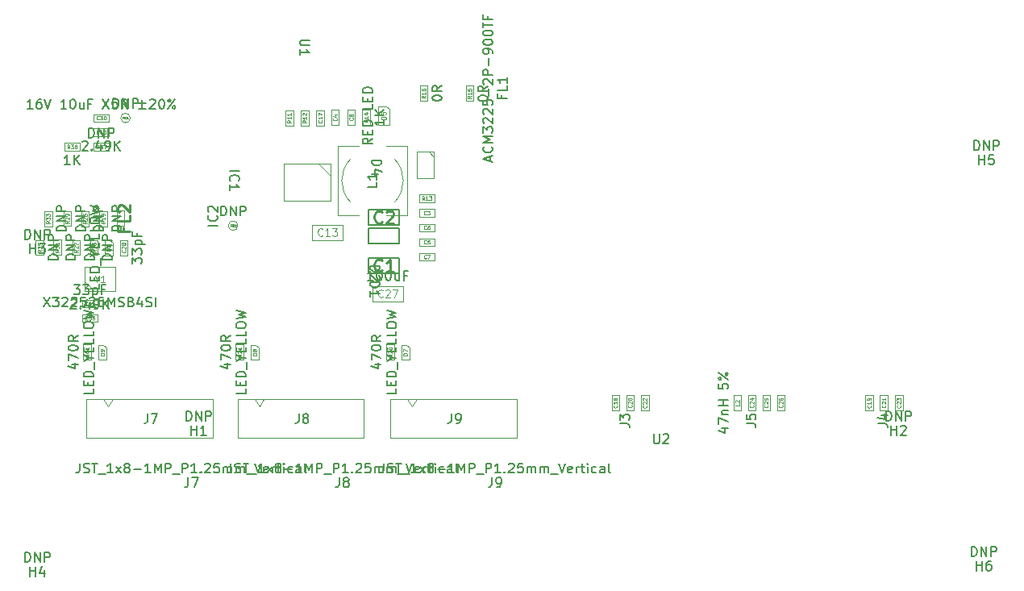
<source format=gbr>
G04 #@! TF.GenerationSoftware,KiCad,Pcbnew,8.0.0-rc1*
G04 #@! TF.CreationDate,2025-03-27T12:12:57+03:00*
G04 #@! TF.ProjectId,GSM_CT_V1.0,47534d5f-4354-45f5-9631-2e302e6b6963,rev?*
G04 #@! TF.SameCoordinates,Original*
G04 #@! TF.FileFunction,AssemblyDrawing,Top*
%FSLAX46Y46*%
G04 Gerber Fmt 4.6, Leading zero omitted, Abs format (unit mm)*
G04 Created by KiCad (PCBNEW 8.0.0-rc1) date 2025-03-27 12:12:57*
%MOMM*%
%LPD*%
G01*
G04 APERTURE LIST*
%ADD10C,0.060000*%
%ADD11C,0.150000*%
%ADD12C,0.080000*%
%ADD13C,0.105000*%
%ADD14C,0.040000*%
%ADD15C,0.120000*%
%ADD16C,0.254000*%
%ADD17C,0.100000*%
%ADD18C,0.200000*%
G04 APERTURE END LIST*
D10*
X104198333Y-98483832D02*
X104179285Y-98502880D01*
X104179285Y-98502880D02*
X104122143Y-98521927D01*
X104122143Y-98521927D02*
X104084047Y-98521927D01*
X104084047Y-98521927D02*
X104026904Y-98502880D01*
X104026904Y-98502880D02*
X103988809Y-98464784D01*
X103988809Y-98464784D02*
X103969762Y-98426689D01*
X103969762Y-98426689D02*
X103950714Y-98350499D01*
X103950714Y-98350499D02*
X103950714Y-98293356D01*
X103950714Y-98293356D02*
X103969762Y-98217165D01*
X103969762Y-98217165D02*
X103988809Y-98179070D01*
X103988809Y-98179070D02*
X104026904Y-98140975D01*
X104026904Y-98140975D02*
X104084047Y-98121927D01*
X104084047Y-98121927D02*
X104122143Y-98121927D01*
X104122143Y-98121927D02*
X104179285Y-98140975D01*
X104179285Y-98140975D02*
X104198333Y-98160022D01*
X104560238Y-98121927D02*
X104369762Y-98121927D01*
X104369762Y-98121927D02*
X104350714Y-98312403D01*
X104350714Y-98312403D02*
X104369762Y-98293356D01*
X104369762Y-98293356D02*
X104407857Y-98274308D01*
X104407857Y-98274308D02*
X104503095Y-98274308D01*
X104503095Y-98274308D02*
X104541190Y-98293356D01*
X104541190Y-98293356D02*
X104560238Y-98312403D01*
X104560238Y-98312403D02*
X104579285Y-98350499D01*
X104579285Y-98350499D02*
X104579285Y-98445737D01*
X104579285Y-98445737D02*
X104560238Y-98483832D01*
X104560238Y-98483832D02*
X104541190Y-98502880D01*
X104541190Y-98502880D02*
X104503095Y-98521927D01*
X104503095Y-98521927D02*
X104407857Y-98521927D01*
X104407857Y-98521927D02*
X104369762Y-98502880D01*
X104369762Y-98502880D02*
X104350714Y-98483832D01*
X138523832Y-115469642D02*
X138542880Y-115488690D01*
X138542880Y-115488690D02*
X138561927Y-115545832D01*
X138561927Y-115545832D02*
X138561927Y-115583928D01*
X138561927Y-115583928D02*
X138542880Y-115641071D01*
X138542880Y-115641071D02*
X138504784Y-115679166D01*
X138504784Y-115679166D02*
X138466689Y-115698213D01*
X138466689Y-115698213D02*
X138390499Y-115717261D01*
X138390499Y-115717261D02*
X138333356Y-115717261D01*
X138333356Y-115717261D02*
X138257165Y-115698213D01*
X138257165Y-115698213D02*
X138219070Y-115679166D01*
X138219070Y-115679166D02*
X138180975Y-115641071D01*
X138180975Y-115641071D02*
X138161927Y-115583928D01*
X138161927Y-115583928D02*
X138161927Y-115545832D01*
X138161927Y-115545832D02*
X138180975Y-115488690D01*
X138180975Y-115488690D02*
X138200022Y-115469642D01*
X138200022Y-115317261D02*
X138180975Y-115298213D01*
X138180975Y-115298213D02*
X138161927Y-115260118D01*
X138161927Y-115260118D02*
X138161927Y-115164880D01*
X138161927Y-115164880D02*
X138180975Y-115126785D01*
X138180975Y-115126785D02*
X138200022Y-115107737D01*
X138200022Y-115107737D02*
X138238118Y-115088690D01*
X138238118Y-115088690D02*
X138276213Y-115088690D01*
X138276213Y-115088690D02*
X138333356Y-115107737D01*
X138333356Y-115107737D02*
X138561927Y-115336309D01*
X138561927Y-115336309D02*
X138561927Y-115088690D01*
X138295260Y-114745833D02*
X138561927Y-114745833D01*
X138142880Y-114841071D02*
X138428594Y-114936309D01*
X138428594Y-114936309D02*
X138428594Y-114688690D01*
D11*
X99710713Y-121574819D02*
X99710713Y-122289104D01*
X99710713Y-122289104D02*
X99663094Y-122431961D01*
X99663094Y-122431961D02*
X99567856Y-122527200D01*
X99567856Y-122527200D02*
X99424999Y-122574819D01*
X99424999Y-122574819D02*
X99329761Y-122574819D01*
X100139285Y-122527200D02*
X100282142Y-122574819D01*
X100282142Y-122574819D02*
X100520237Y-122574819D01*
X100520237Y-122574819D02*
X100615475Y-122527200D01*
X100615475Y-122527200D02*
X100663094Y-122479580D01*
X100663094Y-122479580D02*
X100710713Y-122384342D01*
X100710713Y-122384342D02*
X100710713Y-122289104D01*
X100710713Y-122289104D02*
X100663094Y-122193866D01*
X100663094Y-122193866D02*
X100615475Y-122146247D01*
X100615475Y-122146247D02*
X100520237Y-122098628D01*
X100520237Y-122098628D02*
X100329761Y-122051009D01*
X100329761Y-122051009D02*
X100234523Y-122003390D01*
X100234523Y-122003390D02*
X100186904Y-121955771D01*
X100186904Y-121955771D02*
X100139285Y-121860533D01*
X100139285Y-121860533D02*
X100139285Y-121765295D01*
X100139285Y-121765295D02*
X100186904Y-121670057D01*
X100186904Y-121670057D02*
X100234523Y-121622438D01*
X100234523Y-121622438D02*
X100329761Y-121574819D01*
X100329761Y-121574819D02*
X100567856Y-121574819D01*
X100567856Y-121574819D02*
X100710713Y-121622438D01*
X100996428Y-121574819D02*
X101567856Y-121574819D01*
X101282142Y-122574819D02*
X101282142Y-121574819D01*
X101663095Y-122670057D02*
X102424999Y-122670057D01*
X103186904Y-122574819D02*
X102615476Y-122574819D01*
X102901190Y-122574819D02*
X102901190Y-121574819D01*
X102901190Y-121574819D02*
X102805952Y-121717676D01*
X102805952Y-121717676D02*
X102710714Y-121812914D01*
X102710714Y-121812914D02*
X102615476Y-121860533D01*
X103520238Y-122574819D02*
X104044047Y-121908152D01*
X103520238Y-121908152D02*
X104044047Y-122574819D01*
X104567857Y-122003390D02*
X104472619Y-121955771D01*
X104472619Y-121955771D02*
X104425000Y-121908152D01*
X104425000Y-121908152D02*
X104377381Y-121812914D01*
X104377381Y-121812914D02*
X104377381Y-121765295D01*
X104377381Y-121765295D02*
X104425000Y-121670057D01*
X104425000Y-121670057D02*
X104472619Y-121622438D01*
X104472619Y-121622438D02*
X104567857Y-121574819D01*
X104567857Y-121574819D02*
X104758333Y-121574819D01*
X104758333Y-121574819D02*
X104853571Y-121622438D01*
X104853571Y-121622438D02*
X104901190Y-121670057D01*
X104901190Y-121670057D02*
X104948809Y-121765295D01*
X104948809Y-121765295D02*
X104948809Y-121812914D01*
X104948809Y-121812914D02*
X104901190Y-121908152D01*
X104901190Y-121908152D02*
X104853571Y-121955771D01*
X104853571Y-121955771D02*
X104758333Y-122003390D01*
X104758333Y-122003390D02*
X104567857Y-122003390D01*
X104567857Y-122003390D02*
X104472619Y-122051009D01*
X104472619Y-122051009D02*
X104425000Y-122098628D01*
X104425000Y-122098628D02*
X104377381Y-122193866D01*
X104377381Y-122193866D02*
X104377381Y-122384342D01*
X104377381Y-122384342D02*
X104425000Y-122479580D01*
X104425000Y-122479580D02*
X104472619Y-122527200D01*
X104472619Y-122527200D02*
X104567857Y-122574819D01*
X104567857Y-122574819D02*
X104758333Y-122574819D01*
X104758333Y-122574819D02*
X104853571Y-122527200D01*
X104853571Y-122527200D02*
X104901190Y-122479580D01*
X104901190Y-122479580D02*
X104948809Y-122384342D01*
X104948809Y-122384342D02*
X104948809Y-122193866D01*
X104948809Y-122193866D02*
X104901190Y-122098628D01*
X104901190Y-122098628D02*
X104853571Y-122051009D01*
X104853571Y-122051009D02*
X104758333Y-122003390D01*
X105377381Y-122193866D02*
X106139286Y-122193866D01*
X107139285Y-122574819D02*
X106567857Y-122574819D01*
X106853571Y-122574819D02*
X106853571Y-121574819D01*
X106853571Y-121574819D02*
X106758333Y-121717676D01*
X106758333Y-121717676D02*
X106663095Y-121812914D01*
X106663095Y-121812914D02*
X106567857Y-121860533D01*
X107567857Y-122574819D02*
X107567857Y-121574819D01*
X107567857Y-121574819D02*
X107901190Y-122289104D01*
X107901190Y-122289104D02*
X108234523Y-121574819D01*
X108234523Y-121574819D02*
X108234523Y-122574819D01*
X108710714Y-122574819D02*
X108710714Y-121574819D01*
X108710714Y-121574819D02*
X109091666Y-121574819D01*
X109091666Y-121574819D02*
X109186904Y-121622438D01*
X109186904Y-121622438D02*
X109234523Y-121670057D01*
X109234523Y-121670057D02*
X109282142Y-121765295D01*
X109282142Y-121765295D02*
X109282142Y-121908152D01*
X109282142Y-121908152D02*
X109234523Y-122003390D01*
X109234523Y-122003390D02*
X109186904Y-122051009D01*
X109186904Y-122051009D02*
X109091666Y-122098628D01*
X109091666Y-122098628D02*
X108710714Y-122098628D01*
X109472619Y-122670057D02*
X110234523Y-122670057D01*
X110472619Y-122574819D02*
X110472619Y-121574819D01*
X110472619Y-121574819D02*
X110853571Y-121574819D01*
X110853571Y-121574819D02*
X110948809Y-121622438D01*
X110948809Y-121622438D02*
X110996428Y-121670057D01*
X110996428Y-121670057D02*
X111044047Y-121765295D01*
X111044047Y-121765295D02*
X111044047Y-121908152D01*
X111044047Y-121908152D02*
X110996428Y-122003390D01*
X110996428Y-122003390D02*
X110948809Y-122051009D01*
X110948809Y-122051009D02*
X110853571Y-122098628D01*
X110853571Y-122098628D02*
X110472619Y-122098628D01*
X111996428Y-122574819D02*
X111425000Y-122574819D01*
X111710714Y-122574819D02*
X111710714Y-121574819D01*
X111710714Y-121574819D02*
X111615476Y-121717676D01*
X111615476Y-121717676D02*
X111520238Y-121812914D01*
X111520238Y-121812914D02*
X111425000Y-121860533D01*
X112425000Y-122479580D02*
X112472619Y-122527200D01*
X112472619Y-122527200D02*
X112425000Y-122574819D01*
X112425000Y-122574819D02*
X112377381Y-122527200D01*
X112377381Y-122527200D02*
X112425000Y-122479580D01*
X112425000Y-122479580D02*
X112425000Y-122574819D01*
X112853571Y-121670057D02*
X112901190Y-121622438D01*
X112901190Y-121622438D02*
X112996428Y-121574819D01*
X112996428Y-121574819D02*
X113234523Y-121574819D01*
X113234523Y-121574819D02*
X113329761Y-121622438D01*
X113329761Y-121622438D02*
X113377380Y-121670057D01*
X113377380Y-121670057D02*
X113424999Y-121765295D01*
X113424999Y-121765295D02*
X113424999Y-121860533D01*
X113424999Y-121860533D02*
X113377380Y-122003390D01*
X113377380Y-122003390D02*
X112805952Y-122574819D01*
X112805952Y-122574819D02*
X113424999Y-122574819D01*
X114329761Y-121574819D02*
X113853571Y-121574819D01*
X113853571Y-121574819D02*
X113805952Y-122051009D01*
X113805952Y-122051009D02*
X113853571Y-122003390D01*
X113853571Y-122003390D02*
X113948809Y-121955771D01*
X113948809Y-121955771D02*
X114186904Y-121955771D01*
X114186904Y-121955771D02*
X114282142Y-122003390D01*
X114282142Y-122003390D02*
X114329761Y-122051009D01*
X114329761Y-122051009D02*
X114377380Y-122146247D01*
X114377380Y-122146247D02*
X114377380Y-122384342D01*
X114377380Y-122384342D02*
X114329761Y-122479580D01*
X114329761Y-122479580D02*
X114282142Y-122527200D01*
X114282142Y-122527200D02*
X114186904Y-122574819D01*
X114186904Y-122574819D02*
X113948809Y-122574819D01*
X113948809Y-122574819D02*
X113853571Y-122527200D01*
X113853571Y-122527200D02*
X113805952Y-122479580D01*
X114805952Y-122574819D02*
X114805952Y-121908152D01*
X114805952Y-122003390D02*
X114853571Y-121955771D01*
X114853571Y-121955771D02*
X114948809Y-121908152D01*
X114948809Y-121908152D02*
X115091666Y-121908152D01*
X115091666Y-121908152D02*
X115186904Y-121955771D01*
X115186904Y-121955771D02*
X115234523Y-122051009D01*
X115234523Y-122051009D02*
X115234523Y-122574819D01*
X115234523Y-122051009D02*
X115282142Y-121955771D01*
X115282142Y-121955771D02*
X115377380Y-121908152D01*
X115377380Y-121908152D02*
X115520237Y-121908152D01*
X115520237Y-121908152D02*
X115615476Y-121955771D01*
X115615476Y-121955771D02*
X115663095Y-122051009D01*
X115663095Y-122051009D02*
X115663095Y-122574819D01*
X116139285Y-122574819D02*
X116139285Y-121908152D01*
X116139285Y-122003390D02*
X116186904Y-121955771D01*
X116186904Y-121955771D02*
X116282142Y-121908152D01*
X116282142Y-121908152D02*
X116424999Y-121908152D01*
X116424999Y-121908152D02*
X116520237Y-121955771D01*
X116520237Y-121955771D02*
X116567856Y-122051009D01*
X116567856Y-122051009D02*
X116567856Y-122574819D01*
X116567856Y-122051009D02*
X116615475Y-121955771D01*
X116615475Y-121955771D02*
X116710713Y-121908152D01*
X116710713Y-121908152D02*
X116853570Y-121908152D01*
X116853570Y-121908152D02*
X116948809Y-121955771D01*
X116948809Y-121955771D02*
X116996428Y-122051009D01*
X116996428Y-122051009D02*
X116996428Y-122574819D01*
X117234523Y-122670057D02*
X117996427Y-122670057D01*
X118091666Y-121574819D02*
X118424999Y-122574819D01*
X118424999Y-122574819D02*
X118758332Y-121574819D01*
X119472618Y-122527200D02*
X119377380Y-122574819D01*
X119377380Y-122574819D02*
X119186904Y-122574819D01*
X119186904Y-122574819D02*
X119091666Y-122527200D01*
X119091666Y-122527200D02*
X119044047Y-122431961D01*
X119044047Y-122431961D02*
X119044047Y-122051009D01*
X119044047Y-122051009D02*
X119091666Y-121955771D01*
X119091666Y-121955771D02*
X119186904Y-121908152D01*
X119186904Y-121908152D02*
X119377380Y-121908152D01*
X119377380Y-121908152D02*
X119472618Y-121955771D01*
X119472618Y-121955771D02*
X119520237Y-122051009D01*
X119520237Y-122051009D02*
X119520237Y-122146247D01*
X119520237Y-122146247D02*
X119044047Y-122241485D01*
X119948809Y-122574819D02*
X119948809Y-121908152D01*
X119948809Y-122098628D02*
X119996428Y-122003390D01*
X119996428Y-122003390D02*
X120044047Y-121955771D01*
X120044047Y-121955771D02*
X120139285Y-121908152D01*
X120139285Y-121908152D02*
X120234523Y-121908152D01*
X120425000Y-121908152D02*
X120805952Y-121908152D01*
X120567857Y-121574819D02*
X120567857Y-122431961D01*
X120567857Y-122431961D02*
X120615476Y-122527200D01*
X120615476Y-122527200D02*
X120710714Y-122574819D01*
X120710714Y-122574819D02*
X120805952Y-122574819D01*
X121139286Y-122574819D02*
X121139286Y-121908152D01*
X121139286Y-121574819D02*
X121091667Y-121622438D01*
X121091667Y-121622438D02*
X121139286Y-121670057D01*
X121139286Y-121670057D02*
X121186905Y-121622438D01*
X121186905Y-121622438D02*
X121139286Y-121574819D01*
X121139286Y-121574819D02*
X121139286Y-121670057D01*
X122044047Y-122527200D02*
X121948809Y-122574819D01*
X121948809Y-122574819D02*
X121758333Y-122574819D01*
X121758333Y-122574819D02*
X121663095Y-122527200D01*
X121663095Y-122527200D02*
X121615476Y-122479580D01*
X121615476Y-122479580D02*
X121567857Y-122384342D01*
X121567857Y-122384342D02*
X121567857Y-122098628D01*
X121567857Y-122098628D02*
X121615476Y-122003390D01*
X121615476Y-122003390D02*
X121663095Y-121955771D01*
X121663095Y-121955771D02*
X121758333Y-121908152D01*
X121758333Y-121908152D02*
X121948809Y-121908152D01*
X121948809Y-121908152D02*
X122044047Y-121955771D01*
X122901190Y-122574819D02*
X122901190Y-122051009D01*
X122901190Y-122051009D02*
X122853571Y-121955771D01*
X122853571Y-121955771D02*
X122758333Y-121908152D01*
X122758333Y-121908152D02*
X122567857Y-121908152D01*
X122567857Y-121908152D02*
X122472619Y-121955771D01*
X122901190Y-122527200D02*
X122805952Y-122574819D01*
X122805952Y-122574819D02*
X122567857Y-122574819D01*
X122567857Y-122574819D02*
X122472619Y-122527200D01*
X122472619Y-122527200D02*
X122425000Y-122431961D01*
X122425000Y-122431961D02*
X122425000Y-122336723D01*
X122425000Y-122336723D02*
X122472619Y-122241485D01*
X122472619Y-122241485D02*
X122567857Y-122193866D01*
X122567857Y-122193866D02*
X122805952Y-122193866D01*
X122805952Y-122193866D02*
X122901190Y-122146247D01*
X123520238Y-122574819D02*
X123425000Y-122527200D01*
X123425000Y-122527200D02*
X123377381Y-122431961D01*
X123377381Y-122431961D02*
X123377381Y-121574819D01*
X111091666Y-123074819D02*
X111091666Y-123789104D01*
X111091666Y-123789104D02*
X111044047Y-123931961D01*
X111044047Y-123931961D02*
X110948809Y-124027200D01*
X110948809Y-124027200D02*
X110805952Y-124074819D01*
X110805952Y-124074819D02*
X110710714Y-124074819D01*
X111615476Y-124074819D02*
X111805952Y-124074819D01*
X111805952Y-124074819D02*
X111901190Y-124027200D01*
X111901190Y-124027200D02*
X111948809Y-123979580D01*
X111948809Y-123979580D02*
X112044047Y-123836723D01*
X112044047Y-123836723D02*
X112091666Y-123646247D01*
X112091666Y-123646247D02*
X112091666Y-123265295D01*
X112091666Y-123265295D02*
X112044047Y-123170057D01*
X112044047Y-123170057D02*
X111996428Y-123122438D01*
X111996428Y-123122438D02*
X111901190Y-123074819D01*
X111901190Y-123074819D02*
X111710714Y-123074819D01*
X111710714Y-123074819D02*
X111615476Y-123122438D01*
X111615476Y-123122438D02*
X111567857Y-123170057D01*
X111567857Y-123170057D02*
X111520238Y-123265295D01*
X111520238Y-123265295D02*
X111520238Y-123503390D01*
X111520238Y-123503390D02*
X111567857Y-123598628D01*
X111567857Y-123598628D02*
X111615476Y-123646247D01*
X111615476Y-123646247D02*
X111710714Y-123693866D01*
X111710714Y-123693866D02*
X111901190Y-123693866D01*
X111901190Y-123693866D02*
X111996428Y-123646247D01*
X111996428Y-123646247D02*
X112044047Y-123598628D01*
X112044047Y-123598628D02*
X112091666Y-123503390D01*
X106841666Y-116374819D02*
X106841666Y-117089104D01*
X106841666Y-117089104D02*
X106794047Y-117231961D01*
X106794047Y-117231961D02*
X106698809Y-117327200D01*
X106698809Y-117327200D02*
X106555952Y-117374819D01*
X106555952Y-117374819D02*
X106460714Y-117374819D01*
X107365476Y-117374819D02*
X107555952Y-117374819D01*
X107555952Y-117374819D02*
X107651190Y-117327200D01*
X107651190Y-117327200D02*
X107698809Y-117279580D01*
X107698809Y-117279580D02*
X107794047Y-117136723D01*
X107794047Y-117136723D02*
X107841666Y-116946247D01*
X107841666Y-116946247D02*
X107841666Y-116565295D01*
X107841666Y-116565295D02*
X107794047Y-116470057D01*
X107794047Y-116470057D02*
X107746428Y-116422438D01*
X107746428Y-116422438D02*
X107651190Y-116374819D01*
X107651190Y-116374819D02*
X107460714Y-116374819D01*
X107460714Y-116374819D02*
X107365476Y-116422438D01*
X107365476Y-116422438D02*
X107317857Y-116470057D01*
X107317857Y-116470057D02*
X107270238Y-116565295D01*
X107270238Y-116565295D02*
X107270238Y-116803390D01*
X107270238Y-116803390D02*
X107317857Y-116898628D01*
X107317857Y-116898628D02*
X107365476Y-116946247D01*
X107365476Y-116946247D02*
X107460714Y-116993866D01*
X107460714Y-116993866D02*
X107651190Y-116993866D01*
X107651190Y-116993866D02*
X107746428Y-116946247D01*
X107746428Y-116946247D02*
X107794047Y-116898628D01*
X107794047Y-116898628D02*
X107841666Y-116803390D01*
X67810713Y-121574819D02*
X67810713Y-122289104D01*
X67810713Y-122289104D02*
X67763094Y-122431961D01*
X67763094Y-122431961D02*
X67667856Y-122527200D01*
X67667856Y-122527200D02*
X67524999Y-122574819D01*
X67524999Y-122574819D02*
X67429761Y-122574819D01*
X68239285Y-122527200D02*
X68382142Y-122574819D01*
X68382142Y-122574819D02*
X68620237Y-122574819D01*
X68620237Y-122574819D02*
X68715475Y-122527200D01*
X68715475Y-122527200D02*
X68763094Y-122479580D01*
X68763094Y-122479580D02*
X68810713Y-122384342D01*
X68810713Y-122384342D02*
X68810713Y-122289104D01*
X68810713Y-122289104D02*
X68763094Y-122193866D01*
X68763094Y-122193866D02*
X68715475Y-122146247D01*
X68715475Y-122146247D02*
X68620237Y-122098628D01*
X68620237Y-122098628D02*
X68429761Y-122051009D01*
X68429761Y-122051009D02*
X68334523Y-122003390D01*
X68334523Y-122003390D02*
X68286904Y-121955771D01*
X68286904Y-121955771D02*
X68239285Y-121860533D01*
X68239285Y-121860533D02*
X68239285Y-121765295D01*
X68239285Y-121765295D02*
X68286904Y-121670057D01*
X68286904Y-121670057D02*
X68334523Y-121622438D01*
X68334523Y-121622438D02*
X68429761Y-121574819D01*
X68429761Y-121574819D02*
X68667856Y-121574819D01*
X68667856Y-121574819D02*
X68810713Y-121622438D01*
X69096428Y-121574819D02*
X69667856Y-121574819D01*
X69382142Y-122574819D02*
X69382142Y-121574819D01*
X69763095Y-122670057D02*
X70524999Y-122670057D01*
X71286904Y-122574819D02*
X70715476Y-122574819D01*
X71001190Y-122574819D02*
X71001190Y-121574819D01*
X71001190Y-121574819D02*
X70905952Y-121717676D01*
X70905952Y-121717676D02*
X70810714Y-121812914D01*
X70810714Y-121812914D02*
X70715476Y-121860533D01*
X71620238Y-122574819D02*
X72144047Y-121908152D01*
X71620238Y-121908152D02*
X72144047Y-122574819D01*
X72667857Y-122003390D02*
X72572619Y-121955771D01*
X72572619Y-121955771D02*
X72525000Y-121908152D01*
X72525000Y-121908152D02*
X72477381Y-121812914D01*
X72477381Y-121812914D02*
X72477381Y-121765295D01*
X72477381Y-121765295D02*
X72525000Y-121670057D01*
X72525000Y-121670057D02*
X72572619Y-121622438D01*
X72572619Y-121622438D02*
X72667857Y-121574819D01*
X72667857Y-121574819D02*
X72858333Y-121574819D01*
X72858333Y-121574819D02*
X72953571Y-121622438D01*
X72953571Y-121622438D02*
X73001190Y-121670057D01*
X73001190Y-121670057D02*
X73048809Y-121765295D01*
X73048809Y-121765295D02*
X73048809Y-121812914D01*
X73048809Y-121812914D02*
X73001190Y-121908152D01*
X73001190Y-121908152D02*
X72953571Y-121955771D01*
X72953571Y-121955771D02*
X72858333Y-122003390D01*
X72858333Y-122003390D02*
X72667857Y-122003390D01*
X72667857Y-122003390D02*
X72572619Y-122051009D01*
X72572619Y-122051009D02*
X72525000Y-122098628D01*
X72525000Y-122098628D02*
X72477381Y-122193866D01*
X72477381Y-122193866D02*
X72477381Y-122384342D01*
X72477381Y-122384342D02*
X72525000Y-122479580D01*
X72525000Y-122479580D02*
X72572619Y-122527200D01*
X72572619Y-122527200D02*
X72667857Y-122574819D01*
X72667857Y-122574819D02*
X72858333Y-122574819D01*
X72858333Y-122574819D02*
X72953571Y-122527200D01*
X72953571Y-122527200D02*
X73001190Y-122479580D01*
X73001190Y-122479580D02*
X73048809Y-122384342D01*
X73048809Y-122384342D02*
X73048809Y-122193866D01*
X73048809Y-122193866D02*
X73001190Y-122098628D01*
X73001190Y-122098628D02*
X72953571Y-122051009D01*
X72953571Y-122051009D02*
X72858333Y-122003390D01*
X73477381Y-122193866D02*
X74239286Y-122193866D01*
X75239285Y-122574819D02*
X74667857Y-122574819D01*
X74953571Y-122574819D02*
X74953571Y-121574819D01*
X74953571Y-121574819D02*
X74858333Y-121717676D01*
X74858333Y-121717676D02*
X74763095Y-121812914D01*
X74763095Y-121812914D02*
X74667857Y-121860533D01*
X75667857Y-122574819D02*
X75667857Y-121574819D01*
X75667857Y-121574819D02*
X76001190Y-122289104D01*
X76001190Y-122289104D02*
X76334523Y-121574819D01*
X76334523Y-121574819D02*
X76334523Y-122574819D01*
X76810714Y-122574819D02*
X76810714Y-121574819D01*
X76810714Y-121574819D02*
X77191666Y-121574819D01*
X77191666Y-121574819D02*
X77286904Y-121622438D01*
X77286904Y-121622438D02*
X77334523Y-121670057D01*
X77334523Y-121670057D02*
X77382142Y-121765295D01*
X77382142Y-121765295D02*
X77382142Y-121908152D01*
X77382142Y-121908152D02*
X77334523Y-122003390D01*
X77334523Y-122003390D02*
X77286904Y-122051009D01*
X77286904Y-122051009D02*
X77191666Y-122098628D01*
X77191666Y-122098628D02*
X76810714Y-122098628D01*
X77572619Y-122670057D02*
X78334523Y-122670057D01*
X78572619Y-122574819D02*
X78572619Y-121574819D01*
X78572619Y-121574819D02*
X78953571Y-121574819D01*
X78953571Y-121574819D02*
X79048809Y-121622438D01*
X79048809Y-121622438D02*
X79096428Y-121670057D01*
X79096428Y-121670057D02*
X79144047Y-121765295D01*
X79144047Y-121765295D02*
X79144047Y-121908152D01*
X79144047Y-121908152D02*
X79096428Y-122003390D01*
X79096428Y-122003390D02*
X79048809Y-122051009D01*
X79048809Y-122051009D02*
X78953571Y-122098628D01*
X78953571Y-122098628D02*
X78572619Y-122098628D01*
X80096428Y-122574819D02*
X79525000Y-122574819D01*
X79810714Y-122574819D02*
X79810714Y-121574819D01*
X79810714Y-121574819D02*
X79715476Y-121717676D01*
X79715476Y-121717676D02*
X79620238Y-121812914D01*
X79620238Y-121812914D02*
X79525000Y-121860533D01*
X80525000Y-122479580D02*
X80572619Y-122527200D01*
X80572619Y-122527200D02*
X80525000Y-122574819D01*
X80525000Y-122574819D02*
X80477381Y-122527200D01*
X80477381Y-122527200D02*
X80525000Y-122479580D01*
X80525000Y-122479580D02*
X80525000Y-122574819D01*
X80953571Y-121670057D02*
X81001190Y-121622438D01*
X81001190Y-121622438D02*
X81096428Y-121574819D01*
X81096428Y-121574819D02*
X81334523Y-121574819D01*
X81334523Y-121574819D02*
X81429761Y-121622438D01*
X81429761Y-121622438D02*
X81477380Y-121670057D01*
X81477380Y-121670057D02*
X81524999Y-121765295D01*
X81524999Y-121765295D02*
X81524999Y-121860533D01*
X81524999Y-121860533D02*
X81477380Y-122003390D01*
X81477380Y-122003390D02*
X80905952Y-122574819D01*
X80905952Y-122574819D02*
X81524999Y-122574819D01*
X82429761Y-121574819D02*
X81953571Y-121574819D01*
X81953571Y-121574819D02*
X81905952Y-122051009D01*
X81905952Y-122051009D02*
X81953571Y-122003390D01*
X81953571Y-122003390D02*
X82048809Y-121955771D01*
X82048809Y-121955771D02*
X82286904Y-121955771D01*
X82286904Y-121955771D02*
X82382142Y-122003390D01*
X82382142Y-122003390D02*
X82429761Y-122051009D01*
X82429761Y-122051009D02*
X82477380Y-122146247D01*
X82477380Y-122146247D02*
X82477380Y-122384342D01*
X82477380Y-122384342D02*
X82429761Y-122479580D01*
X82429761Y-122479580D02*
X82382142Y-122527200D01*
X82382142Y-122527200D02*
X82286904Y-122574819D01*
X82286904Y-122574819D02*
X82048809Y-122574819D01*
X82048809Y-122574819D02*
X81953571Y-122527200D01*
X81953571Y-122527200D02*
X81905952Y-122479580D01*
X82905952Y-122574819D02*
X82905952Y-121908152D01*
X82905952Y-122003390D02*
X82953571Y-121955771D01*
X82953571Y-121955771D02*
X83048809Y-121908152D01*
X83048809Y-121908152D02*
X83191666Y-121908152D01*
X83191666Y-121908152D02*
X83286904Y-121955771D01*
X83286904Y-121955771D02*
X83334523Y-122051009D01*
X83334523Y-122051009D02*
X83334523Y-122574819D01*
X83334523Y-122051009D02*
X83382142Y-121955771D01*
X83382142Y-121955771D02*
X83477380Y-121908152D01*
X83477380Y-121908152D02*
X83620237Y-121908152D01*
X83620237Y-121908152D02*
X83715476Y-121955771D01*
X83715476Y-121955771D02*
X83763095Y-122051009D01*
X83763095Y-122051009D02*
X83763095Y-122574819D01*
X84239285Y-122574819D02*
X84239285Y-121908152D01*
X84239285Y-122003390D02*
X84286904Y-121955771D01*
X84286904Y-121955771D02*
X84382142Y-121908152D01*
X84382142Y-121908152D02*
X84524999Y-121908152D01*
X84524999Y-121908152D02*
X84620237Y-121955771D01*
X84620237Y-121955771D02*
X84667856Y-122051009D01*
X84667856Y-122051009D02*
X84667856Y-122574819D01*
X84667856Y-122051009D02*
X84715475Y-121955771D01*
X84715475Y-121955771D02*
X84810713Y-121908152D01*
X84810713Y-121908152D02*
X84953570Y-121908152D01*
X84953570Y-121908152D02*
X85048809Y-121955771D01*
X85048809Y-121955771D02*
X85096428Y-122051009D01*
X85096428Y-122051009D02*
X85096428Y-122574819D01*
X85334523Y-122670057D02*
X86096427Y-122670057D01*
X86191666Y-121574819D02*
X86524999Y-122574819D01*
X86524999Y-122574819D02*
X86858332Y-121574819D01*
X87572618Y-122527200D02*
X87477380Y-122574819D01*
X87477380Y-122574819D02*
X87286904Y-122574819D01*
X87286904Y-122574819D02*
X87191666Y-122527200D01*
X87191666Y-122527200D02*
X87144047Y-122431961D01*
X87144047Y-122431961D02*
X87144047Y-122051009D01*
X87144047Y-122051009D02*
X87191666Y-121955771D01*
X87191666Y-121955771D02*
X87286904Y-121908152D01*
X87286904Y-121908152D02*
X87477380Y-121908152D01*
X87477380Y-121908152D02*
X87572618Y-121955771D01*
X87572618Y-121955771D02*
X87620237Y-122051009D01*
X87620237Y-122051009D02*
X87620237Y-122146247D01*
X87620237Y-122146247D02*
X87144047Y-122241485D01*
X88048809Y-122574819D02*
X88048809Y-121908152D01*
X88048809Y-122098628D02*
X88096428Y-122003390D01*
X88096428Y-122003390D02*
X88144047Y-121955771D01*
X88144047Y-121955771D02*
X88239285Y-121908152D01*
X88239285Y-121908152D02*
X88334523Y-121908152D01*
X88525000Y-121908152D02*
X88905952Y-121908152D01*
X88667857Y-121574819D02*
X88667857Y-122431961D01*
X88667857Y-122431961D02*
X88715476Y-122527200D01*
X88715476Y-122527200D02*
X88810714Y-122574819D01*
X88810714Y-122574819D02*
X88905952Y-122574819D01*
X89239286Y-122574819D02*
X89239286Y-121908152D01*
X89239286Y-121574819D02*
X89191667Y-121622438D01*
X89191667Y-121622438D02*
X89239286Y-121670057D01*
X89239286Y-121670057D02*
X89286905Y-121622438D01*
X89286905Y-121622438D02*
X89239286Y-121574819D01*
X89239286Y-121574819D02*
X89239286Y-121670057D01*
X90144047Y-122527200D02*
X90048809Y-122574819D01*
X90048809Y-122574819D02*
X89858333Y-122574819D01*
X89858333Y-122574819D02*
X89763095Y-122527200D01*
X89763095Y-122527200D02*
X89715476Y-122479580D01*
X89715476Y-122479580D02*
X89667857Y-122384342D01*
X89667857Y-122384342D02*
X89667857Y-122098628D01*
X89667857Y-122098628D02*
X89715476Y-122003390D01*
X89715476Y-122003390D02*
X89763095Y-121955771D01*
X89763095Y-121955771D02*
X89858333Y-121908152D01*
X89858333Y-121908152D02*
X90048809Y-121908152D01*
X90048809Y-121908152D02*
X90144047Y-121955771D01*
X91001190Y-122574819D02*
X91001190Y-122051009D01*
X91001190Y-122051009D02*
X90953571Y-121955771D01*
X90953571Y-121955771D02*
X90858333Y-121908152D01*
X90858333Y-121908152D02*
X90667857Y-121908152D01*
X90667857Y-121908152D02*
X90572619Y-121955771D01*
X91001190Y-122527200D02*
X90905952Y-122574819D01*
X90905952Y-122574819D02*
X90667857Y-122574819D01*
X90667857Y-122574819D02*
X90572619Y-122527200D01*
X90572619Y-122527200D02*
X90525000Y-122431961D01*
X90525000Y-122431961D02*
X90525000Y-122336723D01*
X90525000Y-122336723D02*
X90572619Y-122241485D01*
X90572619Y-122241485D02*
X90667857Y-122193866D01*
X90667857Y-122193866D02*
X90905952Y-122193866D01*
X90905952Y-122193866D02*
X91001190Y-122146247D01*
X91620238Y-122574819D02*
X91525000Y-122527200D01*
X91525000Y-122527200D02*
X91477381Y-122431961D01*
X91477381Y-122431961D02*
X91477381Y-121574819D01*
X79191666Y-123074819D02*
X79191666Y-123789104D01*
X79191666Y-123789104D02*
X79144047Y-123931961D01*
X79144047Y-123931961D02*
X79048809Y-124027200D01*
X79048809Y-124027200D02*
X78905952Y-124074819D01*
X78905952Y-124074819D02*
X78810714Y-124074819D01*
X79572619Y-123074819D02*
X80239285Y-123074819D01*
X80239285Y-123074819D02*
X79810714Y-124074819D01*
X74941666Y-116374819D02*
X74941666Y-117089104D01*
X74941666Y-117089104D02*
X74894047Y-117231961D01*
X74894047Y-117231961D02*
X74798809Y-117327200D01*
X74798809Y-117327200D02*
X74655952Y-117374819D01*
X74655952Y-117374819D02*
X74560714Y-117374819D01*
X75322619Y-116374819D02*
X75989285Y-116374819D01*
X75989285Y-116374819D02*
X75560714Y-117374819D01*
D10*
X104193333Y-96963832D02*
X104174285Y-96982880D01*
X104174285Y-96982880D02*
X104117143Y-97001927D01*
X104117143Y-97001927D02*
X104079047Y-97001927D01*
X104079047Y-97001927D02*
X104021904Y-96982880D01*
X104021904Y-96982880D02*
X103983809Y-96944784D01*
X103983809Y-96944784D02*
X103964762Y-96906689D01*
X103964762Y-96906689D02*
X103945714Y-96830499D01*
X103945714Y-96830499D02*
X103945714Y-96773356D01*
X103945714Y-96773356D02*
X103964762Y-96697165D01*
X103964762Y-96697165D02*
X103983809Y-96659070D01*
X103983809Y-96659070D02*
X104021904Y-96620975D01*
X104021904Y-96620975D02*
X104079047Y-96601927D01*
X104079047Y-96601927D02*
X104117143Y-96601927D01*
X104117143Y-96601927D02*
X104174285Y-96620975D01*
X104174285Y-96620975D02*
X104193333Y-96640022D01*
X104536190Y-96601927D02*
X104460000Y-96601927D01*
X104460000Y-96601927D02*
X104421904Y-96620975D01*
X104421904Y-96620975D02*
X104402857Y-96640022D01*
X104402857Y-96640022D02*
X104364762Y-96697165D01*
X104364762Y-96697165D02*
X104345714Y-96773356D01*
X104345714Y-96773356D02*
X104345714Y-96925737D01*
X104345714Y-96925737D02*
X104364762Y-96963832D01*
X104364762Y-96963832D02*
X104383809Y-96982880D01*
X104383809Y-96982880D02*
X104421904Y-97001927D01*
X104421904Y-97001927D02*
X104498095Y-97001927D01*
X104498095Y-97001927D02*
X104536190Y-96982880D01*
X104536190Y-96982880D02*
X104555238Y-96963832D01*
X104555238Y-96963832D02*
X104574285Y-96925737D01*
X104574285Y-96925737D02*
X104574285Y-96830499D01*
X104574285Y-96830499D02*
X104555238Y-96792403D01*
X104555238Y-96792403D02*
X104536190Y-96773356D01*
X104536190Y-96773356D02*
X104498095Y-96754308D01*
X104498095Y-96754308D02*
X104421904Y-96754308D01*
X104421904Y-96754308D02*
X104383809Y-96773356D01*
X104383809Y-96773356D02*
X104364762Y-96792403D01*
X104364762Y-96792403D02*
X104345714Y-96830499D01*
D11*
X69324819Y-100195713D02*
X68324819Y-100195713D01*
X68324819Y-100195713D02*
X68324819Y-99957618D01*
X68324819Y-99957618D02*
X68372438Y-99814761D01*
X68372438Y-99814761D02*
X68467676Y-99719523D01*
X68467676Y-99719523D02*
X68562914Y-99671904D01*
X68562914Y-99671904D02*
X68753390Y-99624285D01*
X68753390Y-99624285D02*
X68896247Y-99624285D01*
X68896247Y-99624285D02*
X69086723Y-99671904D01*
X69086723Y-99671904D02*
X69181961Y-99719523D01*
X69181961Y-99719523D02*
X69277200Y-99814761D01*
X69277200Y-99814761D02*
X69324819Y-99957618D01*
X69324819Y-99957618D02*
X69324819Y-100195713D01*
X69324819Y-99195713D02*
X68324819Y-99195713D01*
X68324819Y-99195713D02*
X69324819Y-98624285D01*
X69324819Y-98624285D02*
X68324819Y-98624285D01*
X69324819Y-98148094D02*
X68324819Y-98148094D01*
X68324819Y-98148094D02*
X68324819Y-97767142D01*
X68324819Y-97767142D02*
X68372438Y-97671904D01*
X68372438Y-97671904D02*
X68420057Y-97624285D01*
X68420057Y-97624285D02*
X68515295Y-97576666D01*
X68515295Y-97576666D02*
X68658152Y-97576666D01*
X68658152Y-97576666D02*
X68753390Y-97624285D01*
X68753390Y-97624285D02*
X68801009Y-97671904D01*
X68801009Y-97671904D02*
X68848628Y-97767142D01*
X68848628Y-97767142D02*
X68848628Y-98148094D01*
D10*
X67621927Y-99167142D02*
X67431451Y-99300475D01*
X67621927Y-99395713D02*
X67221927Y-99395713D01*
X67221927Y-99395713D02*
X67221927Y-99243332D01*
X67221927Y-99243332D02*
X67240975Y-99205237D01*
X67240975Y-99205237D02*
X67260022Y-99186190D01*
X67260022Y-99186190D02*
X67298118Y-99167142D01*
X67298118Y-99167142D02*
X67355260Y-99167142D01*
X67355260Y-99167142D02*
X67393356Y-99186190D01*
X67393356Y-99186190D02*
X67412403Y-99205237D01*
X67412403Y-99205237D02*
X67431451Y-99243332D01*
X67431451Y-99243332D02*
X67431451Y-99395713D01*
X67260022Y-99014761D02*
X67240975Y-98995713D01*
X67240975Y-98995713D02*
X67221927Y-98957618D01*
X67221927Y-98957618D02*
X67221927Y-98862380D01*
X67221927Y-98862380D02*
X67240975Y-98824285D01*
X67240975Y-98824285D02*
X67260022Y-98805237D01*
X67260022Y-98805237D02*
X67298118Y-98786190D01*
X67298118Y-98786190D02*
X67336213Y-98786190D01*
X67336213Y-98786190D02*
X67393356Y-98805237D01*
X67393356Y-98805237D02*
X67621927Y-99033809D01*
X67621927Y-99033809D02*
X67621927Y-98786190D01*
X67221927Y-98652857D02*
X67221927Y-98386190D01*
X67221927Y-98386190D02*
X67621927Y-98557619D01*
D11*
X67189524Y-102834819D02*
X67808571Y-102834819D01*
X67808571Y-102834819D02*
X67475238Y-103215771D01*
X67475238Y-103215771D02*
X67618095Y-103215771D01*
X67618095Y-103215771D02*
X67713333Y-103263390D01*
X67713333Y-103263390D02*
X67760952Y-103311009D01*
X67760952Y-103311009D02*
X67808571Y-103406247D01*
X67808571Y-103406247D02*
X67808571Y-103644342D01*
X67808571Y-103644342D02*
X67760952Y-103739580D01*
X67760952Y-103739580D02*
X67713333Y-103787200D01*
X67713333Y-103787200D02*
X67618095Y-103834819D01*
X67618095Y-103834819D02*
X67332381Y-103834819D01*
X67332381Y-103834819D02*
X67237143Y-103787200D01*
X67237143Y-103787200D02*
X67189524Y-103739580D01*
X68141905Y-102834819D02*
X68760952Y-102834819D01*
X68760952Y-102834819D02*
X68427619Y-103215771D01*
X68427619Y-103215771D02*
X68570476Y-103215771D01*
X68570476Y-103215771D02*
X68665714Y-103263390D01*
X68665714Y-103263390D02*
X68713333Y-103311009D01*
X68713333Y-103311009D02*
X68760952Y-103406247D01*
X68760952Y-103406247D02*
X68760952Y-103644342D01*
X68760952Y-103644342D02*
X68713333Y-103739580D01*
X68713333Y-103739580D02*
X68665714Y-103787200D01*
X68665714Y-103787200D02*
X68570476Y-103834819D01*
X68570476Y-103834819D02*
X68284762Y-103834819D01*
X68284762Y-103834819D02*
X68189524Y-103787200D01*
X68189524Y-103787200D02*
X68141905Y-103739580D01*
X69189524Y-103168152D02*
X69189524Y-104168152D01*
X69189524Y-103215771D02*
X69284762Y-103168152D01*
X69284762Y-103168152D02*
X69475238Y-103168152D01*
X69475238Y-103168152D02*
X69570476Y-103215771D01*
X69570476Y-103215771D02*
X69618095Y-103263390D01*
X69618095Y-103263390D02*
X69665714Y-103358628D01*
X69665714Y-103358628D02*
X69665714Y-103644342D01*
X69665714Y-103644342D02*
X69618095Y-103739580D01*
X69618095Y-103739580D02*
X69570476Y-103787200D01*
X69570476Y-103787200D02*
X69475238Y-103834819D01*
X69475238Y-103834819D02*
X69284762Y-103834819D01*
X69284762Y-103834819D02*
X69189524Y-103787200D01*
X70427619Y-103311009D02*
X70094286Y-103311009D01*
X70094286Y-103834819D02*
X70094286Y-102834819D01*
X70094286Y-102834819D02*
X70570476Y-102834819D01*
D10*
X68622857Y-104953832D02*
X68603809Y-104972880D01*
X68603809Y-104972880D02*
X68546667Y-104991927D01*
X68546667Y-104991927D02*
X68508571Y-104991927D01*
X68508571Y-104991927D02*
X68451428Y-104972880D01*
X68451428Y-104972880D02*
X68413333Y-104934784D01*
X68413333Y-104934784D02*
X68394286Y-104896689D01*
X68394286Y-104896689D02*
X68375238Y-104820499D01*
X68375238Y-104820499D02*
X68375238Y-104763356D01*
X68375238Y-104763356D02*
X68394286Y-104687165D01*
X68394286Y-104687165D02*
X68413333Y-104649070D01*
X68413333Y-104649070D02*
X68451428Y-104610975D01*
X68451428Y-104610975D02*
X68508571Y-104591927D01*
X68508571Y-104591927D02*
X68546667Y-104591927D01*
X68546667Y-104591927D02*
X68603809Y-104610975D01*
X68603809Y-104610975D02*
X68622857Y-104630022D01*
X69003809Y-104991927D02*
X68775238Y-104991927D01*
X68889524Y-104991927D02*
X68889524Y-104591927D01*
X68889524Y-104591927D02*
X68851428Y-104649070D01*
X68851428Y-104649070D02*
X68813333Y-104687165D01*
X68813333Y-104687165D02*
X68775238Y-104706213D01*
X69346666Y-104591927D02*
X69270476Y-104591927D01*
X69270476Y-104591927D02*
X69232380Y-104610975D01*
X69232380Y-104610975D02*
X69213333Y-104630022D01*
X69213333Y-104630022D02*
X69175238Y-104687165D01*
X69175238Y-104687165D02*
X69156190Y-104763356D01*
X69156190Y-104763356D02*
X69156190Y-104915737D01*
X69156190Y-104915737D02*
X69175238Y-104953832D01*
X69175238Y-104953832D02*
X69194285Y-104972880D01*
X69194285Y-104972880D02*
X69232380Y-104991927D01*
X69232380Y-104991927D02*
X69308571Y-104991927D01*
X69308571Y-104991927D02*
X69346666Y-104972880D01*
X69346666Y-104972880D02*
X69365714Y-104953832D01*
X69365714Y-104953832D02*
X69384761Y-104915737D01*
X69384761Y-104915737D02*
X69384761Y-104820499D01*
X69384761Y-104820499D02*
X69365714Y-104782403D01*
X69365714Y-104782403D02*
X69346666Y-104763356D01*
X69346666Y-104763356D02*
X69308571Y-104744308D01*
X69308571Y-104744308D02*
X69232380Y-104744308D01*
X69232380Y-104744308D02*
X69194285Y-104763356D01*
X69194285Y-104763356D02*
X69175238Y-104782403D01*
X69175238Y-104782403D02*
X69156190Y-104820499D01*
D11*
X66893810Y-104440057D02*
X66941429Y-104392438D01*
X66941429Y-104392438D02*
X67036667Y-104344819D01*
X67036667Y-104344819D02*
X67274762Y-104344819D01*
X67274762Y-104344819D02*
X67370000Y-104392438D01*
X67370000Y-104392438D02*
X67417619Y-104440057D01*
X67417619Y-104440057D02*
X67465238Y-104535295D01*
X67465238Y-104535295D02*
X67465238Y-104630533D01*
X67465238Y-104630533D02*
X67417619Y-104773390D01*
X67417619Y-104773390D02*
X66846191Y-105344819D01*
X66846191Y-105344819D02*
X67465238Y-105344819D01*
X67893810Y-105249580D02*
X67941429Y-105297200D01*
X67941429Y-105297200D02*
X67893810Y-105344819D01*
X67893810Y-105344819D02*
X67846191Y-105297200D01*
X67846191Y-105297200D02*
X67893810Y-105249580D01*
X67893810Y-105249580D02*
X67893810Y-105344819D01*
X68798571Y-104678152D02*
X68798571Y-105344819D01*
X68560476Y-104297200D02*
X68322381Y-105011485D01*
X68322381Y-105011485D02*
X68941428Y-105011485D01*
X69370000Y-105344819D02*
X69560476Y-105344819D01*
X69560476Y-105344819D02*
X69655714Y-105297200D01*
X69655714Y-105297200D02*
X69703333Y-105249580D01*
X69703333Y-105249580D02*
X69798571Y-105106723D01*
X69798571Y-105106723D02*
X69846190Y-104916247D01*
X69846190Y-104916247D02*
X69846190Y-104535295D01*
X69846190Y-104535295D02*
X69798571Y-104440057D01*
X69798571Y-104440057D02*
X69750952Y-104392438D01*
X69750952Y-104392438D02*
X69655714Y-104344819D01*
X69655714Y-104344819D02*
X69465238Y-104344819D01*
X69465238Y-104344819D02*
X69370000Y-104392438D01*
X69370000Y-104392438D02*
X69322381Y-104440057D01*
X69322381Y-104440057D02*
X69274762Y-104535295D01*
X69274762Y-104535295D02*
X69274762Y-104773390D01*
X69274762Y-104773390D02*
X69322381Y-104868628D01*
X69322381Y-104868628D02*
X69370000Y-104916247D01*
X69370000Y-104916247D02*
X69465238Y-104963866D01*
X69465238Y-104963866D02*
X69655714Y-104963866D01*
X69655714Y-104963866D02*
X69750952Y-104916247D01*
X69750952Y-104916247D02*
X69798571Y-104868628D01*
X69798571Y-104868628D02*
X69846190Y-104773390D01*
X70274762Y-105344819D02*
X70274762Y-104344819D01*
X70846190Y-105344819D02*
X70417619Y-104773390D01*
X70846190Y-104344819D02*
X70274762Y-104916247D01*
D10*
X68612857Y-106501927D02*
X68479524Y-106311451D01*
X68384286Y-106501927D02*
X68384286Y-106101927D01*
X68384286Y-106101927D02*
X68536667Y-106101927D01*
X68536667Y-106101927D02*
X68574762Y-106120975D01*
X68574762Y-106120975D02*
X68593809Y-106140022D01*
X68593809Y-106140022D02*
X68612857Y-106178118D01*
X68612857Y-106178118D02*
X68612857Y-106235260D01*
X68612857Y-106235260D02*
X68593809Y-106273356D01*
X68593809Y-106273356D02*
X68574762Y-106292403D01*
X68574762Y-106292403D02*
X68536667Y-106311451D01*
X68536667Y-106311451D02*
X68384286Y-106311451D01*
X68746190Y-106101927D02*
X68993809Y-106101927D01*
X68993809Y-106101927D02*
X68860476Y-106254308D01*
X68860476Y-106254308D02*
X68917619Y-106254308D01*
X68917619Y-106254308D02*
X68955714Y-106273356D01*
X68955714Y-106273356D02*
X68974762Y-106292403D01*
X68974762Y-106292403D02*
X68993809Y-106330499D01*
X68993809Y-106330499D02*
X68993809Y-106425737D01*
X68993809Y-106425737D02*
X68974762Y-106463832D01*
X68974762Y-106463832D02*
X68955714Y-106482880D01*
X68955714Y-106482880D02*
X68917619Y-106501927D01*
X68917619Y-106501927D02*
X68803333Y-106501927D01*
X68803333Y-106501927D02*
X68765238Y-106482880D01*
X68765238Y-106482880D02*
X68746190Y-106463832D01*
X69336666Y-106101927D02*
X69260476Y-106101927D01*
X69260476Y-106101927D02*
X69222380Y-106120975D01*
X69222380Y-106120975D02*
X69203333Y-106140022D01*
X69203333Y-106140022D02*
X69165238Y-106197165D01*
X69165238Y-106197165D02*
X69146190Y-106273356D01*
X69146190Y-106273356D02*
X69146190Y-106425737D01*
X69146190Y-106425737D02*
X69165238Y-106463832D01*
X69165238Y-106463832D02*
X69184285Y-106482880D01*
X69184285Y-106482880D02*
X69222380Y-106501927D01*
X69222380Y-106501927D02*
X69298571Y-106501927D01*
X69298571Y-106501927D02*
X69336666Y-106482880D01*
X69336666Y-106482880D02*
X69355714Y-106463832D01*
X69355714Y-106463832D02*
X69374761Y-106425737D01*
X69374761Y-106425737D02*
X69374761Y-106330499D01*
X69374761Y-106330499D02*
X69355714Y-106292403D01*
X69355714Y-106292403D02*
X69336666Y-106273356D01*
X69336666Y-106273356D02*
X69298571Y-106254308D01*
X69298571Y-106254308D02*
X69222380Y-106254308D01*
X69222380Y-106254308D02*
X69184285Y-106273356D01*
X69184285Y-106273356D02*
X69165238Y-106292403D01*
X69165238Y-106292403D02*
X69146190Y-106330499D01*
D11*
X91941160Y-77118095D02*
X91131637Y-77118095D01*
X91131637Y-77118095D02*
X91036399Y-77165714D01*
X91036399Y-77165714D02*
X90988780Y-77213333D01*
X90988780Y-77213333D02*
X90941160Y-77308571D01*
X90941160Y-77308571D02*
X90941160Y-77499047D01*
X90941160Y-77499047D02*
X90988780Y-77594285D01*
X90988780Y-77594285D02*
X91036399Y-77641904D01*
X91036399Y-77641904D02*
X91131637Y-77689523D01*
X91131637Y-77689523D02*
X91941160Y-77689523D01*
X90941160Y-78689523D02*
X90941160Y-78118095D01*
X90941160Y-78403809D02*
X91941160Y-78403809D01*
X91941160Y-78403809D02*
X91798303Y-78308571D01*
X91798303Y-78308571D02*
X91703065Y-78213333D01*
X91703065Y-78213333D02*
X91655446Y-78118095D01*
X161736886Y-88687419D02*
X161736886Y-87687419D01*
X161736886Y-87687419D02*
X161974981Y-87687419D01*
X161974981Y-87687419D02*
X162117838Y-87735038D01*
X162117838Y-87735038D02*
X162213076Y-87830276D01*
X162213076Y-87830276D02*
X162260695Y-87925514D01*
X162260695Y-87925514D02*
X162308314Y-88115990D01*
X162308314Y-88115990D02*
X162308314Y-88258847D01*
X162308314Y-88258847D02*
X162260695Y-88449323D01*
X162260695Y-88449323D02*
X162213076Y-88544561D01*
X162213076Y-88544561D02*
X162117838Y-88639800D01*
X162117838Y-88639800D02*
X161974981Y-88687419D01*
X161974981Y-88687419D02*
X161736886Y-88687419D01*
X162736886Y-88687419D02*
X162736886Y-87687419D01*
X162736886Y-87687419D02*
X163308314Y-88687419D01*
X163308314Y-88687419D02*
X163308314Y-87687419D01*
X163784505Y-88687419D02*
X163784505Y-87687419D01*
X163784505Y-87687419D02*
X164165457Y-87687419D01*
X164165457Y-87687419D02*
X164260695Y-87735038D01*
X164260695Y-87735038D02*
X164308314Y-87782657D01*
X164308314Y-87782657D02*
X164355933Y-87877895D01*
X164355933Y-87877895D02*
X164355933Y-88020752D01*
X164355933Y-88020752D02*
X164308314Y-88115990D01*
X164308314Y-88115990D02*
X164260695Y-88163609D01*
X164260695Y-88163609D02*
X164165457Y-88211228D01*
X164165457Y-88211228D02*
X163784505Y-88211228D01*
X162260695Y-90187419D02*
X162260695Y-89187419D01*
X162260695Y-89663609D02*
X162832123Y-89663609D01*
X162832123Y-90187419D02*
X162832123Y-89187419D01*
X163784504Y-89187419D02*
X163308314Y-89187419D01*
X163308314Y-89187419D02*
X163260695Y-89663609D01*
X163260695Y-89663609D02*
X163308314Y-89615990D01*
X163308314Y-89615990D02*
X163403552Y-89568371D01*
X163403552Y-89568371D02*
X163641647Y-89568371D01*
X163641647Y-89568371D02*
X163736885Y-89615990D01*
X163736885Y-89615990D02*
X163784504Y-89663609D01*
X163784504Y-89663609D02*
X163832123Y-89758847D01*
X163832123Y-89758847D02*
X163832123Y-89996942D01*
X163832123Y-89996942D02*
X163784504Y-90092180D01*
X163784504Y-90092180D02*
X163736885Y-90139800D01*
X163736885Y-90139800D02*
X163641647Y-90187419D01*
X163641647Y-90187419D02*
X163403552Y-90187419D01*
X163403552Y-90187419D02*
X163308314Y-90139800D01*
X163308314Y-90139800D02*
X163260695Y-90092180D01*
X161456886Y-131327419D02*
X161456886Y-130327419D01*
X161456886Y-130327419D02*
X161694981Y-130327419D01*
X161694981Y-130327419D02*
X161837838Y-130375038D01*
X161837838Y-130375038D02*
X161933076Y-130470276D01*
X161933076Y-130470276D02*
X161980695Y-130565514D01*
X161980695Y-130565514D02*
X162028314Y-130755990D01*
X162028314Y-130755990D02*
X162028314Y-130898847D01*
X162028314Y-130898847D02*
X161980695Y-131089323D01*
X161980695Y-131089323D02*
X161933076Y-131184561D01*
X161933076Y-131184561D02*
X161837838Y-131279800D01*
X161837838Y-131279800D02*
X161694981Y-131327419D01*
X161694981Y-131327419D02*
X161456886Y-131327419D01*
X162456886Y-131327419D02*
X162456886Y-130327419D01*
X162456886Y-130327419D02*
X163028314Y-131327419D01*
X163028314Y-131327419D02*
X163028314Y-130327419D01*
X163504505Y-131327419D02*
X163504505Y-130327419D01*
X163504505Y-130327419D02*
X163885457Y-130327419D01*
X163885457Y-130327419D02*
X163980695Y-130375038D01*
X163980695Y-130375038D02*
X164028314Y-130422657D01*
X164028314Y-130422657D02*
X164075933Y-130517895D01*
X164075933Y-130517895D02*
X164075933Y-130660752D01*
X164075933Y-130660752D02*
X164028314Y-130755990D01*
X164028314Y-130755990D02*
X163980695Y-130803609D01*
X163980695Y-130803609D02*
X163885457Y-130851228D01*
X163885457Y-130851228D02*
X163504505Y-130851228D01*
X161980695Y-132827419D02*
X161980695Y-131827419D01*
X161980695Y-132303609D02*
X162552123Y-132303609D01*
X162552123Y-132827419D02*
X162552123Y-131827419D01*
X163456885Y-131827419D02*
X163266409Y-131827419D01*
X163266409Y-131827419D02*
X163171171Y-131875038D01*
X163171171Y-131875038D02*
X163123552Y-131922657D01*
X163123552Y-131922657D02*
X163028314Y-132065514D01*
X163028314Y-132065514D02*
X162980695Y-132255990D01*
X162980695Y-132255990D02*
X162980695Y-132636942D01*
X162980695Y-132636942D02*
X163028314Y-132732180D01*
X163028314Y-132732180D02*
X163075933Y-132779800D01*
X163075933Y-132779800D02*
X163171171Y-132827419D01*
X163171171Y-132827419D02*
X163361647Y-132827419D01*
X163361647Y-132827419D02*
X163456885Y-132779800D01*
X163456885Y-132779800D02*
X163504504Y-132732180D01*
X163504504Y-132732180D02*
X163552123Y-132636942D01*
X163552123Y-132636942D02*
X163552123Y-132398847D01*
X163552123Y-132398847D02*
X163504504Y-132303609D01*
X163504504Y-132303609D02*
X163456885Y-132255990D01*
X163456885Y-132255990D02*
X163361647Y-132208371D01*
X163361647Y-132208371D02*
X163171171Y-132208371D01*
X163171171Y-132208371D02*
X163075933Y-132255990D01*
X163075933Y-132255990D02*
X163028314Y-132303609D01*
X163028314Y-132303609D02*
X162980695Y-132398847D01*
X99012319Y-92054166D02*
X99012319Y-92530356D01*
X99012319Y-92530356D02*
X98012319Y-92530356D01*
X99012319Y-91197023D02*
X99012319Y-91768451D01*
X99012319Y-91482737D02*
X98012319Y-91482737D01*
X98012319Y-91482737D02*
X98155176Y-91577975D01*
X98155176Y-91577975D02*
X98250414Y-91673213D01*
X98250414Y-91673213D02*
X98298033Y-91768451D01*
X98502680Y-89744405D02*
X99502680Y-89744405D01*
X99502680Y-89744405D02*
X99502680Y-89982500D01*
X99502680Y-89982500D02*
X99455061Y-90125357D01*
X99455061Y-90125357D02*
X99359823Y-90220595D01*
X99359823Y-90220595D02*
X99264585Y-90268214D01*
X99264585Y-90268214D02*
X99074109Y-90315833D01*
X99074109Y-90315833D02*
X98931252Y-90315833D01*
X98931252Y-90315833D02*
X98740776Y-90268214D01*
X98740776Y-90268214D02*
X98645538Y-90220595D01*
X98645538Y-90220595D02*
X98550300Y-90125357D01*
X98550300Y-90125357D02*
X98502680Y-89982500D01*
X98502680Y-89982500D02*
X98502680Y-89744405D01*
X99169347Y-91172976D02*
X98502680Y-91172976D01*
X99550300Y-90934881D02*
X98836014Y-90696786D01*
X98836014Y-90696786D02*
X98836014Y-91315833D01*
X66795714Y-90214819D02*
X66224286Y-90214819D01*
X66510000Y-90214819D02*
X66510000Y-89214819D01*
X66510000Y-89214819D02*
X66414762Y-89357676D01*
X66414762Y-89357676D02*
X66319524Y-89452914D01*
X66319524Y-89452914D02*
X66224286Y-89500533D01*
X67224286Y-90214819D02*
X67224286Y-89214819D01*
X67795714Y-90214819D02*
X67367143Y-89643390D01*
X67795714Y-89214819D02*
X67224286Y-89786247D01*
D10*
X66752857Y-88511927D02*
X66619524Y-88321451D01*
X66524286Y-88511927D02*
X66524286Y-88111927D01*
X66524286Y-88111927D02*
X66676667Y-88111927D01*
X66676667Y-88111927D02*
X66714762Y-88130975D01*
X66714762Y-88130975D02*
X66733809Y-88150022D01*
X66733809Y-88150022D02*
X66752857Y-88188118D01*
X66752857Y-88188118D02*
X66752857Y-88245260D01*
X66752857Y-88245260D02*
X66733809Y-88283356D01*
X66733809Y-88283356D02*
X66714762Y-88302403D01*
X66714762Y-88302403D02*
X66676667Y-88321451D01*
X66676667Y-88321451D02*
X66524286Y-88321451D01*
X66886190Y-88111927D02*
X67133809Y-88111927D01*
X67133809Y-88111927D02*
X67000476Y-88264308D01*
X67000476Y-88264308D02*
X67057619Y-88264308D01*
X67057619Y-88264308D02*
X67095714Y-88283356D01*
X67095714Y-88283356D02*
X67114762Y-88302403D01*
X67114762Y-88302403D02*
X67133809Y-88340499D01*
X67133809Y-88340499D02*
X67133809Y-88435737D01*
X67133809Y-88435737D02*
X67114762Y-88473832D01*
X67114762Y-88473832D02*
X67095714Y-88492880D01*
X67095714Y-88492880D02*
X67057619Y-88511927D01*
X67057619Y-88511927D02*
X66943333Y-88511927D01*
X66943333Y-88511927D02*
X66905238Y-88492880D01*
X66905238Y-88492880D02*
X66886190Y-88473832D01*
X67362380Y-88283356D02*
X67324285Y-88264308D01*
X67324285Y-88264308D02*
X67305238Y-88245260D01*
X67305238Y-88245260D02*
X67286190Y-88207165D01*
X67286190Y-88207165D02*
X67286190Y-88188118D01*
X67286190Y-88188118D02*
X67305238Y-88150022D01*
X67305238Y-88150022D02*
X67324285Y-88130975D01*
X67324285Y-88130975D02*
X67362380Y-88111927D01*
X67362380Y-88111927D02*
X67438571Y-88111927D01*
X67438571Y-88111927D02*
X67476666Y-88130975D01*
X67476666Y-88130975D02*
X67495714Y-88150022D01*
X67495714Y-88150022D02*
X67514761Y-88188118D01*
X67514761Y-88188118D02*
X67514761Y-88207165D01*
X67514761Y-88207165D02*
X67495714Y-88245260D01*
X67495714Y-88245260D02*
X67476666Y-88264308D01*
X67476666Y-88264308D02*
X67438571Y-88283356D01*
X67438571Y-88283356D02*
X67362380Y-88283356D01*
X67362380Y-88283356D02*
X67324285Y-88302403D01*
X67324285Y-88302403D02*
X67305238Y-88321451D01*
X67305238Y-88321451D02*
X67286190Y-88359546D01*
X67286190Y-88359546D02*
X67286190Y-88435737D01*
X67286190Y-88435737D02*
X67305238Y-88473832D01*
X67305238Y-88473832D02*
X67324285Y-88492880D01*
X67324285Y-88492880D02*
X67362380Y-88511927D01*
X67362380Y-88511927D02*
X67438571Y-88511927D01*
X67438571Y-88511927D02*
X67476666Y-88492880D01*
X67476666Y-88492880D02*
X67495714Y-88473832D01*
X67495714Y-88473832D02*
X67514761Y-88435737D01*
X67514761Y-88435737D02*
X67514761Y-88359546D01*
X67514761Y-88359546D02*
X67495714Y-88321451D01*
X67495714Y-88321451D02*
X67476666Y-88302403D01*
X67476666Y-88302403D02*
X67438571Y-88283356D01*
D11*
X62076886Y-131927419D02*
X62076886Y-130927419D01*
X62076886Y-130927419D02*
X62314981Y-130927419D01*
X62314981Y-130927419D02*
X62457838Y-130975038D01*
X62457838Y-130975038D02*
X62553076Y-131070276D01*
X62553076Y-131070276D02*
X62600695Y-131165514D01*
X62600695Y-131165514D02*
X62648314Y-131355990D01*
X62648314Y-131355990D02*
X62648314Y-131498847D01*
X62648314Y-131498847D02*
X62600695Y-131689323D01*
X62600695Y-131689323D02*
X62553076Y-131784561D01*
X62553076Y-131784561D02*
X62457838Y-131879800D01*
X62457838Y-131879800D02*
X62314981Y-131927419D01*
X62314981Y-131927419D02*
X62076886Y-131927419D01*
X63076886Y-131927419D02*
X63076886Y-130927419D01*
X63076886Y-130927419D02*
X63648314Y-131927419D01*
X63648314Y-131927419D02*
X63648314Y-130927419D01*
X64124505Y-131927419D02*
X64124505Y-130927419D01*
X64124505Y-130927419D02*
X64505457Y-130927419D01*
X64505457Y-130927419D02*
X64600695Y-130975038D01*
X64600695Y-130975038D02*
X64648314Y-131022657D01*
X64648314Y-131022657D02*
X64695933Y-131117895D01*
X64695933Y-131117895D02*
X64695933Y-131260752D01*
X64695933Y-131260752D02*
X64648314Y-131355990D01*
X64648314Y-131355990D02*
X64600695Y-131403609D01*
X64600695Y-131403609D02*
X64505457Y-131451228D01*
X64505457Y-131451228D02*
X64124505Y-131451228D01*
X62600695Y-133427419D02*
X62600695Y-132427419D01*
X62600695Y-132903609D02*
X63172123Y-132903609D01*
X63172123Y-133427419D02*
X63172123Y-132427419D01*
X64076885Y-132760752D02*
X64076885Y-133427419D01*
X63838790Y-132379800D02*
X63600695Y-133094085D01*
X63600695Y-133094085D02*
X64219742Y-133094085D01*
X98295180Y-102541905D02*
X99295180Y-102541905D01*
X99295180Y-102541905D02*
X99295180Y-102780000D01*
X99295180Y-102780000D02*
X99247561Y-102922857D01*
X99247561Y-102922857D02*
X99152323Y-103018095D01*
X99152323Y-103018095D02*
X99057085Y-103065714D01*
X99057085Y-103065714D02*
X98866609Y-103113333D01*
X98866609Y-103113333D02*
X98723752Y-103113333D01*
X98723752Y-103113333D02*
X98533276Y-103065714D01*
X98533276Y-103065714D02*
X98438038Y-103018095D01*
X98438038Y-103018095D02*
X98342800Y-102922857D01*
X98342800Y-102922857D02*
X98295180Y-102780000D01*
X98295180Y-102780000D02*
X98295180Y-102541905D01*
X98295180Y-104065714D02*
X98295180Y-103494286D01*
X98295180Y-103780000D02*
X99295180Y-103780000D01*
X99295180Y-103780000D02*
X99152323Y-103684762D01*
X99152323Y-103684762D02*
X99057085Y-103589524D01*
X99057085Y-103589524D02*
X99009466Y-103494286D01*
X82274819Y-96586189D02*
X81274819Y-96586189D01*
X82179580Y-95538571D02*
X82227200Y-95586190D01*
X82227200Y-95586190D02*
X82274819Y-95729047D01*
X82274819Y-95729047D02*
X82274819Y-95824285D01*
X82274819Y-95824285D02*
X82227200Y-95967142D01*
X82227200Y-95967142D02*
X82131961Y-96062380D01*
X82131961Y-96062380D02*
X82036723Y-96109999D01*
X82036723Y-96109999D02*
X81846247Y-96157618D01*
X81846247Y-96157618D02*
X81703390Y-96157618D01*
X81703390Y-96157618D02*
X81512914Y-96109999D01*
X81512914Y-96109999D02*
X81417676Y-96062380D01*
X81417676Y-96062380D02*
X81322438Y-95967142D01*
X81322438Y-95967142D02*
X81274819Y-95824285D01*
X81274819Y-95824285D02*
X81274819Y-95729047D01*
X81274819Y-95729047D02*
X81322438Y-95586190D01*
X81322438Y-95586190D02*
X81370057Y-95538571D01*
X81370057Y-95157618D02*
X81322438Y-95109999D01*
X81322438Y-95109999D02*
X81274819Y-95014761D01*
X81274819Y-95014761D02*
X81274819Y-94776666D01*
X81274819Y-94776666D02*
X81322438Y-94681428D01*
X81322438Y-94681428D02*
X81370057Y-94633809D01*
X81370057Y-94633809D02*
X81465295Y-94586190D01*
X81465295Y-94586190D02*
X81560533Y-94586190D01*
X81560533Y-94586190D02*
X81703390Y-94633809D01*
X81703390Y-94633809D02*
X82274819Y-95205237D01*
X82274819Y-95205237D02*
X82274819Y-94586190D01*
X83690713Y-121574819D02*
X83690713Y-122289104D01*
X83690713Y-122289104D02*
X83643094Y-122431961D01*
X83643094Y-122431961D02*
X83547856Y-122527200D01*
X83547856Y-122527200D02*
X83404999Y-122574819D01*
X83404999Y-122574819D02*
X83309761Y-122574819D01*
X84119285Y-122527200D02*
X84262142Y-122574819D01*
X84262142Y-122574819D02*
X84500237Y-122574819D01*
X84500237Y-122574819D02*
X84595475Y-122527200D01*
X84595475Y-122527200D02*
X84643094Y-122479580D01*
X84643094Y-122479580D02*
X84690713Y-122384342D01*
X84690713Y-122384342D02*
X84690713Y-122289104D01*
X84690713Y-122289104D02*
X84643094Y-122193866D01*
X84643094Y-122193866D02*
X84595475Y-122146247D01*
X84595475Y-122146247D02*
X84500237Y-122098628D01*
X84500237Y-122098628D02*
X84309761Y-122051009D01*
X84309761Y-122051009D02*
X84214523Y-122003390D01*
X84214523Y-122003390D02*
X84166904Y-121955771D01*
X84166904Y-121955771D02*
X84119285Y-121860533D01*
X84119285Y-121860533D02*
X84119285Y-121765295D01*
X84119285Y-121765295D02*
X84166904Y-121670057D01*
X84166904Y-121670057D02*
X84214523Y-121622438D01*
X84214523Y-121622438D02*
X84309761Y-121574819D01*
X84309761Y-121574819D02*
X84547856Y-121574819D01*
X84547856Y-121574819D02*
X84690713Y-121622438D01*
X84976428Y-121574819D02*
X85547856Y-121574819D01*
X85262142Y-122574819D02*
X85262142Y-121574819D01*
X85643095Y-122670057D02*
X86404999Y-122670057D01*
X87166904Y-122574819D02*
X86595476Y-122574819D01*
X86881190Y-122574819D02*
X86881190Y-121574819D01*
X86881190Y-121574819D02*
X86785952Y-121717676D01*
X86785952Y-121717676D02*
X86690714Y-121812914D01*
X86690714Y-121812914D02*
X86595476Y-121860533D01*
X87500238Y-122574819D02*
X88024047Y-121908152D01*
X87500238Y-121908152D02*
X88024047Y-122574819D01*
X88547857Y-122003390D02*
X88452619Y-121955771D01*
X88452619Y-121955771D02*
X88405000Y-121908152D01*
X88405000Y-121908152D02*
X88357381Y-121812914D01*
X88357381Y-121812914D02*
X88357381Y-121765295D01*
X88357381Y-121765295D02*
X88405000Y-121670057D01*
X88405000Y-121670057D02*
X88452619Y-121622438D01*
X88452619Y-121622438D02*
X88547857Y-121574819D01*
X88547857Y-121574819D02*
X88738333Y-121574819D01*
X88738333Y-121574819D02*
X88833571Y-121622438D01*
X88833571Y-121622438D02*
X88881190Y-121670057D01*
X88881190Y-121670057D02*
X88928809Y-121765295D01*
X88928809Y-121765295D02*
X88928809Y-121812914D01*
X88928809Y-121812914D02*
X88881190Y-121908152D01*
X88881190Y-121908152D02*
X88833571Y-121955771D01*
X88833571Y-121955771D02*
X88738333Y-122003390D01*
X88738333Y-122003390D02*
X88547857Y-122003390D01*
X88547857Y-122003390D02*
X88452619Y-122051009D01*
X88452619Y-122051009D02*
X88405000Y-122098628D01*
X88405000Y-122098628D02*
X88357381Y-122193866D01*
X88357381Y-122193866D02*
X88357381Y-122384342D01*
X88357381Y-122384342D02*
X88405000Y-122479580D01*
X88405000Y-122479580D02*
X88452619Y-122527200D01*
X88452619Y-122527200D02*
X88547857Y-122574819D01*
X88547857Y-122574819D02*
X88738333Y-122574819D01*
X88738333Y-122574819D02*
X88833571Y-122527200D01*
X88833571Y-122527200D02*
X88881190Y-122479580D01*
X88881190Y-122479580D02*
X88928809Y-122384342D01*
X88928809Y-122384342D02*
X88928809Y-122193866D01*
X88928809Y-122193866D02*
X88881190Y-122098628D01*
X88881190Y-122098628D02*
X88833571Y-122051009D01*
X88833571Y-122051009D02*
X88738333Y-122003390D01*
X89357381Y-122193866D02*
X90119286Y-122193866D01*
X91119285Y-122574819D02*
X90547857Y-122574819D01*
X90833571Y-122574819D02*
X90833571Y-121574819D01*
X90833571Y-121574819D02*
X90738333Y-121717676D01*
X90738333Y-121717676D02*
X90643095Y-121812914D01*
X90643095Y-121812914D02*
X90547857Y-121860533D01*
X91547857Y-122574819D02*
X91547857Y-121574819D01*
X91547857Y-121574819D02*
X91881190Y-122289104D01*
X91881190Y-122289104D02*
X92214523Y-121574819D01*
X92214523Y-121574819D02*
X92214523Y-122574819D01*
X92690714Y-122574819D02*
X92690714Y-121574819D01*
X92690714Y-121574819D02*
X93071666Y-121574819D01*
X93071666Y-121574819D02*
X93166904Y-121622438D01*
X93166904Y-121622438D02*
X93214523Y-121670057D01*
X93214523Y-121670057D02*
X93262142Y-121765295D01*
X93262142Y-121765295D02*
X93262142Y-121908152D01*
X93262142Y-121908152D02*
X93214523Y-122003390D01*
X93214523Y-122003390D02*
X93166904Y-122051009D01*
X93166904Y-122051009D02*
X93071666Y-122098628D01*
X93071666Y-122098628D02*
X92690714Y-122098628D01*
X93452619Y-122670057D02*
X94214523Y-122670057D01*
X94452619Y-122574819D02*
X94452619Y-121574819D01*
X94452619Y-121574819D02*
X94833571Y-121574819D01*
X94833571Y-121574819D02*
X94928809Y-121622438D01*
X94928809Y-121622438D02*
X94976428Y-121670057D01*
X94976428Y-121670057D02*
X95024047Y-121765295D01*
X95024047Y-121765295D02*
X95024047Y-121908152D01*
X95024047Y-121908152D02*
X94976428Y-122003390D01*
X94976428Y-122003390D02*
X94928809Y-122051009D01*
X94928809Y-122051009D02*
X94833571Y-122098628D01*
X94833571Y-122098628D02*
X94452619Y-122098628D01*
X95976428Y-122574819D02*
X95405000Y-122574819D01*
X95690714Y-122574819D02*
X95690714Y-121574819D01*
X95690714Y-121574819D02*
X95595476Y-121717676D01*
X95595476Y-121717676D02*
X95500238Y-121812914D01*
X95500238Y-121812914D02*
X95405000Y-121860533D01*
X96405000Y-122479580D02*
X96452619Y-122527200D01*
X96452619Y-122527200D02*
X96405000Y-122574819D01*
X96405000Y-122574819D02*
X96357381Y-122527200D01*
X96357381Y-122527200D02*
X96405000Y-122479580D01*
X96405000Y-122479580D02*
X96405000Y-122574819D01*
X96833571Y-121670057D02*
X96881190Y-121622438D01*
X96881190Y-121622438D02*
X96976428Y-121574819D01*
X96976428Y-121574819D02*
X97214523Y-121574819D01*
X97214523Y-121574819D02*
X97309761Y-121622438D01*
X97309761Y-121622438D02*
X97357380Y-121670057D01*
X97357380Y-121670057D02*
X97404999Y-121765295D01*
X97404999Y-121765295D02*
X97404999Y-121860533D01*
X97404999Y-121860533D02*
X97357380Y-122003390D01*
X97357380Y-122003390D02*
X96785952Y-122574819D01*
X96785952Y-122574819D02*
X97404999Y-122574819D01*
X98309761Y-121574819D02*
X97833571Y-121574819D01*
X97833571Y-121574819D02*
X97785952Y-122051009D01*
X97785952Y-122051009D02*
X97833571Y-122003390D01*
X97833571Y-122003390D02*
X97928809Y-121955771D01*
X97928809Y-121955771D02*
X98166904Y-121955771D01*
X98166904Y-121955771D02*
X98262142Y-122003390D01*
X98262142Y-122003390D02*
X98309761Y-122051009D01*
X98309761Y-122051009D02*
X98357380Y-122146247D01*
X98357380Y-122146247D02*
X98357380Y-122384342D01*
X98357380Y-122384342D02*
X98309761Y-122479580D01*
X98309761Y-122479580D02*
X98262142Y-122527200D01*
X98262142Y-122527200D02*
X98166904Y-122574819D01*
X98166904Y-122574819D02*
X97928809Y-122574819D01*
X97928809Y-122574819D02*
X97833571Y-122527200D01*
X97833571Y-122527200D02*
X97785952Y-122479580D01*
X98785952Y-122574819D02*
X98785952Y-121908152D01*
X98785952Y-122003390D02*
X98833571Y-121955771D01*
X98833571Y-121955771D02*
X98928809Y-121908152D01*
X98928809Y-121908152D02*
X99071666Y-121908152D01*
X99071666Y-121908152D02*
X99166904Y-121955771D01*
X99166904Y-121955771D02*
X99214523Y-122051009D01*
X99214523Y-122051009D02*
X99214523Y-122574819D01*
X99214523Y-122051009D02*
X99262142Y-121955771D01*
X99262142Y-121955771D02*
X99357380Y-121908152D01*
X99357380Y-121908152D02*
X99500237Y-121908152D01*
X99500237Y-121908152D02*
X99595476Y-121955771D01*
X99595476Y-121955771D02*
X99643095Y-122051009D01*
X99643095Y-122051009D02*
X99643095Y-122574819D01*
X100119285Y-122574819D02*
X100119285Y-121908152D01*
X100119285Y-122003390D02*
X100166904Y-121955771D01*
X100166904Y-121955771D02*
X100262142Y-121908152D01*
X100262142Y-121908152D02*
X100404999Y-121908152D01*
X100404999Y-121908152D02*
X100500237Y-121955771D01*
X100500237Y-121955771D02*
X100547856Y-122051009D01*
X100547856Y-122051009D02*
X100547856Y-122574819D01*
X100547856Y-122051009D02*
X100595475Y-121955771D01*
X100595475Y-121955771D02*
X100690713Y-121908152D01*
X100690713Y-121908152D02*
X100833570Y-121908152D01*
X100833570Y-121908152D02*
X100928809Y-121955771D01*
X100928809Y-121955771D02*
X100976428Y-122051009D01*
X100976428Y-122051009D02*
X100976428Y-122574819D01*
X101214523Y-122670057D02*
X101976427Y-122670057D01*
X102071666Y-121574819D02*
X102404999Y-122574819D01*
X102404999Y-122574819D02*
X102738332Y-121574819D01*
X103452618Y-122527200D02*
X103357380Y-122574819D01*
X103357380Y-122574819D02*
X103166904Y-122574819D01*
X103166904Y-122574819D02*
X103071666Y-122527200D01*
X103071666Y-122527200D02*
X103024047Y-122431961D01*
X103024047Y-122431961D02*
X103024047Y-122051009D01*
X103024047Y-122051009D02*
X103071666Y-121955771D01*
X103071666Y-121955771D02*
X103166904Y-121908152D01*
X103166904Y-121908152D02*
X103357380Y-121908152D01*
X103357380Y-121908152D02*
X103452618Y-121955771D01*
X103452618Y-121955771D02*
X103500237Y-122051009D01*
X103500237Y-122051009D02*
X103500237Y-122146247D01*
X103500237Y-122146247D02*
X103024047Y-122241485D01*
X103928809Y-122574819D02*
X103928809Y-121908152D01*
X103928809Y-122098628D02*
X103976428Y-122003390D01*
X103976428Y-122003390D02*
X104024047Y-121955771D01*
X104024047Y-121955771D02*
X104119285Y-121908152D01*
X104119285Y-121908152D02*
X104214523Y-121908152D01*
X104405000Y-121908152D02*
X104785952Y-121908152D01*
X104547857Y-121574819D02*
X104547857Y-122431961D01*
X104547857Y-122431961D02*
X104595476Y-122527200D01*
X104595476Y-122527200D02*
X104690714Y-122574819D01*
X104690714Y-122574819D02*
X104785952Y-122574819D01*
X105119286Y-122574819D02*
X105119286Y-121908152D01*
X105119286Y-121574819D02*
X105071667Y-121622438D01*
X105071667Y-121622438D02*
X105119286Y-121670057D01*
X105119286Y-121670057D02*
X105166905Y-121622438D01*
X105166905Y-121622438D02*
X105119286Y-121574819D01*
X105119286Y-121574819D02*
X105119286Y-121670057D01*
X106024047Y-122527200D02*
X105928809Y-122574819D01*
X105928809Y-122574819D02*
X105738333Y-122574819D01*
X105738333Y-122574819D02*
X105643095Y-122527200D01*
X105643095Y-122527200D02*
X105595476Y-122479580D01*
X105595476Y-122479580D02*
X105547857Y-122384342D01*
X105547857Y-122384342D02*
X105547857Y-122098628D01*
X105547857Y-122098628D02*
X105595476Y-122003390D01*
X105595476Y-122003390D02*
X105643095Y-121955771D01*
X105643095Y-121955771D02*
X105738333Y-121908152D01*
X105738333Y-121908152D02*
X105928809Y-121908152D01*
X105928809Y-121908152D02*
X106024047Y-121955771D01*
X106881190Y-122574819D02*
X106881190Y-122051009D01*
X106881190Y-122051009D02*
X106833571Y-121955771D01*
X106833571Y-121955771D02*
X106738333Y-121908152D01*
X106738333Y-121908152D02*
X106547857Y-121908152D01*
X106547857Y-121908152D02*
X106452619Y-121955771D01*
X106881190Y-122527200D02*
X106785952Y-122574819D01*
X106785952Y-122574819D02*
X106547857Y-122574819D01*
X106547857Y-122574819D02*
X106452619Y-122527200D01*
X106452619Y-122527200D02*
X106405000Y-122431961D01*
X106405000Y-122431961D02*
X106405000Y-122336723D01*
X106405000Y-122336723D02*
X106452619Y-122241485D01*
X106452619Y-122241485D02*
X106547857Y-122193866D01*
X106547857Y-122193866D02*
X106785952Y-122193866D01*
X106785952Y-122193866D02*
X106881190Y-122146247D01*
X107500238Y-122574819D02*
X107405000Y-122527200D01*
X107405000Y-122527200D02*
X107357381Y-122431961D01*
X107357381Y-122431961D02*
X107357381Y-121574819D01*
X95071666Y-123074819D02*
X95071666Y-123789104D01*
X95071666Y-123789104D02*
X95024047Y-123931961D01*
X95024047Y-123931961D02*
X94928809Y-124027200D01*
X94928809Y-124027200D02*
X94785952Y-124074819D01*
X94785952Y-124074819D02*
X94690714Y-124074819D01*
X95690714Y-123503390D02*
X95595476Y-123455771D01*
X95595476Y-123455771D02*
X95547857Y-123408152D01*
X95547857Y-123408152D02*
X95500238Y-123312914D01*
X95500238Y-123312914D02*
X95500238Y-123265295D01*
X95500238Y-123265295D02*
X95547857Y-123170057D01*
X95547857Y-123170057D02*
X95595476Y-123122438D01*
X95595476Y-123122438D02*
X95690714Y-123074819D01*
X95690714Y-123074819D02*
X95881190Y-123074819D01*
X95881190Y-123074819D02*
X95976428Y-123122438D01*
X95976428Y-123122438D02*
X96024047Y-123170057D01*
X96024047Y-123170057D02*
X96071666Y-123265295D01*
X96071666Y-123265295D02*
X96071666Y-123312914D01*
X96071666Y-123312914D02*
X96024047Y-123408152D01*
X96024047Y-123408152D02*
X95976428Y-123455771D01*
X95976428Y-123455771D02*
X95881190Y-123503390D01*
X95881190Y-123503390D02*
X95690714Y-123503390D01*
X95690714Y-123503390D02*
X95595476Y-123551009D01*
X95595476Y-123551009D02*
X95547857Y-123598628D01*
X95547857Y-123598628D02*
X95500238Y-123693866D01*
X95500238Y-123693866D02*
X95500238Y-123884342D01*
X95500238Y-123884342D02*
X95547857Y-123979580D01*
X95547857Y-123979580D02*
X95595476Y-124027200D01*
X95595476Y-124027200D02*
X95690714Y-124074819D01*
X95690714Y-124074819D02*
X95881190Y-124074819D01*
X95881190Y-124074819D02*
X95976428Y-124027200D01*
X95976428Y-124027200D02*
X96024047Y-123979580D01*
X96024047Y-123979580D02*
X96071666Y-123884342D01*
X96071666Y-123884342D02*
X96071666Y-123693866D01*
X96071666Y-123693866D02*
X96024047Y-123598628D01*
X96024047Y-123598628D02*
X95976428Y-123551009D01*
X95976428Y-123551009D02*
X95881190Y-123503390D01*
X90821666Y-116374819D02*
X90821666Y-117089104D01*
X90821666Y-117089104D02*
X90774047Y-117231961D01*
X90774047Y-117231961D02*
X90678809Y-117327200D01*
X90678809Y-117327200D02*
X90535952Y-117374819D01*
X90535952Y-117374819D02*
X90440714Y-117374819D01*
X91440714Y-116803390D02*
X91345476Y-116755771D01*
X91345476Y-116755771D02*
X91297857Y-116708152D01*
X91297857Y-116708152D02*
X91250238Y-116612914D01*
X91250238Y-116612914D02*
X91250238Y-116565295D01*
X91250238Y-116565295D02*
X91297857Y-116470057D01*
X91297857Y-116470057D02*
X91345476Y-116422438D01*
X91345476Y-116422438D02*
X91440714Y-116374819D01*
X91440714Y-116374819D02*
X91631190Y-116374819D01*
X91631190Y-116374819D02*
X91726428Y-116422438D01*
X91726428Y-116422438D02*
X91774047Y-116470057D01*
X91774047Y-116470057D02*
X91821666Y-116565295D01*
X91821666Y-116565295D02*
X91821666Y-116612914D01*
X91821666Y-116612914D02*
X91774047Y-116708152D01*
X91774047Y-116708152D02*
X91726428Y-116755771D01*
X91726428Y-116755771D02*
X91631190Y-116803390D01*
X91631190Y-116803390D02*
X91440714Y-116803390D01*
X91440714Y-116803390D02*
X91345476Y-116851009D01*
X91345476Y-116851009D02*
X91297857Y-116898628D01*
X91297857Y-116898628D02*
X91250238Y-116993866D01*
X91250238Y-116993866D02*
X91250238Y-117184342D01*
X91250238Y-117184342D02*
X91297857Y-117279580D01*
X91297857Y-117279580D02*
X91345476Y-117327200D01*
X91345476Y-117327200D02*
X91440714Y-117374819D01*
X91440714Y-117374819D02*
X91631190Y-117374819D01*
X91631190Y-117374819D02*
X91726428Y-117327200D01*
X91726428Y-117327200D02*
X91774047Y-117279580D01*
X91774047Y-117279580D02*
X91821666Y-117184342D01*
X91821666Y-117184342D02*
X91821666Y-116993866D01*
X91821666Y-116993866D02*
X91774047Y-116898628D01*
X91774047Y-116898628D02*
X91726428Y-116851009D01*
X91726428Y-116851009D02*
X91631190Y-116803390D01*
X62884523Y-84334819D02*
X62313095Y-84334819D01*
X62598809Y-84334819D02*
X62598809Y-83334819D01*
X62598809Y-83334819D02*
X62503571Y-83477676D01*
X62503571Y-83477676D02*
X62408333Y-83572914D01*
X62408333Y-83572914D02*
X62313095Y-83620533D01*
X63741666Y-83334819D02*
X63551190Y-83334819D01*
X63551190Y-83334819D02*
X63455952Y-83382438D01*
X63455952Y-83382438D02*
X63408333Y-83430057D01*
X63408333Y-83430057D02*
X63313095Y-83572914D01*
X63313095Y-83572914D02*
X63265476Y-83763390D01*
X63265476Y-83763390D02*
X63265476Y-84144342D01*
X63265476Y-84144342D02*
X63313095Y-84239580D01*
X63313095Y-84239580D02*
X63360714Y-84287200D01*
X63360714Y-84287200D02*
X63455952Y-84334819D01*
X63455952Y-84334819D02*
X63646428Y-84334819D01*
X63646428Y-84334819D02*
X63741666Y-84287200D01*
X63741666Y-84287200D02*
X63789285Y-84239580D01*
X63789285Y-84239580D02*
X63836904Y-84144342D01*
X63836904Y-84144342D02*
X63836904Y-83906247D01*
X63836904Y-83906247D02*
X63789285Y-83811009D01*
X63789285Y-83811009D02*
X63741666Y-83763390D01*
X63741666Y-83763390D02*
X63646428Y-83715771D01*
X63646428Y-83715771D02*
X63455952Y-83715771D01*
X63455952Y-83715771D02*
X63360714Y-83763390D01*
X63360714Y-83763390D02*
X63313095Y-83811009D01*
X63313095Y-83811009D02*
X63265476Y-83906247D01*
X64122619Y-83334819D02*
X64455952Y-84334819D01*
X64455952Y-84334819D02*
X64789285Y-83334819D01*
X66408333Y-84334819D02*
X65836905Y-84334819D01*
X66122619Y-84334819D02*
X66122619Y-83334819D01*
X66122619Y-83334819D02*
X66027381Y-83477676D01*
X66027381Y-83477676D02*
X65932143Y-83572914D01*
X65932143Y-83572914D02*
X65836905Y-83620533D01*
X67027381Y-83334819D02*
X67122619Y-83334819D01*
X67122619Y-83334819D02*
X67217857Y-83382438D01*
X67217857Y-83382438D02*
X67265476Y-83430057D01*
X67265476Y-83430057D02*
X67313095Y-83525295D01*
X67313095Y-83525295D02*
X67360714Y-83715771D01*
X67360714Y-83715771D02*
X67360714Y-83953866D01*
X67360714Y-83953866D02*
X67313095Y-84144342D01*
X67313095Y-84144342D02*
X67265476Y-84239580D01*
X67265476Y-84239580D02*
X67217857Y-84287200D01*
X67217857Y-84287200D02*
X67122619Y-84334819D01*
X67122619Y-84334819D02*
X67027381Y-84334819D01*
X67027381Y-84334819D02*
X66932143Y-84287200D01*
X66932143Y-84287200D02*
X66884524Y-84239580D01*
X66884524Y-84239580D02*
X66836905Y-84144342D01*
X66836905Y-84144342D02*
X66789286Y-83953866D01*
X66789286Y-83953866D02*
X66789286Y-83715771D01*
X66789286Y-83715771D02*
X66836905Y-83525295D01*
X66836905Y-83525295D02*
X66884524Y-83430057D01*
X66884524Y-83430057D02*
X66932143Y-83382438D01*
X66932143Y-83382438D02*
X67027381Y-83334819D01*
X68217857Y-83668152D02*
X68217857Y-84334819D01*
X67789286Y-83668152D02*
X67789286Y-84191961D01*
X67789286Y-84191961D02*
X67836905Y-84287200D01*
X67836905Y-84287200D02*
X67932143Y-84334819D01*
X67932143Y-84334819D02*
X68075000Y-84334819D01*
X68075000Y-84334819D02*
X68170238Y-84287200D01*
X68170238Y-84287200D02*
X68217857Y-84239580D01*
X69027381Y-83811009D02*
X68694048Y-83811009D01*
X68694048Y-84334819D02*
X68694048Y-83334819D01*
X68694048Y-83334819D02*
X69170238Y-83334819D01*
X70217858Y-83334819D02*
X70884524Y-84334819D01*
X70884524Y-83334819D02*
X70217858Y-84334819D01*
X71741667Y-83334819D02*
X71265477Y-83334819D01*
X71265477Y-83334819D02*
X71217858Y-83811009D01*
X71217858Y-83811009D02*
X71265477Y-83763390D01*
X71265477Y-83763390D02*
X71360715Y-83715771D01*
X71360715Y-83715771D02*
X71598810Y-83715771D01*
X71598810Y-83715771D02*
X71694048Y-83763390D01*
X71694048Y-83763390D02*
X71741667Y-83811009D01*
X71741667Y-83811009D02*
X71789286Y-83906247D01*
X71789286Y-83906247D02*
X71789286Y-84144342D01*
X71789286Y-84144342D02*
X71741667Y-84239580D01*
X71741667Y-84239580D02*
X71694048Y-84287200D01*
X71694048Y-84287200D02*
X71598810Y-84334819D01*
X71598810Y-84334819D02*
X71360715Y-84334819D01*
X71360715Y-84334819D02*
X71265477Y-84287200D01*
X71265477Y-84287200D02*
X71217858Y-84239580D01*
X72789286Y-84334819D02*
X72455953Y-83858628D01*
X72217858Y-84334819D02*
X72217858Y-83334819D01*
X72217858Y-83334819D02*
X72598810Y-83334819D01*
X72598810Y-83334819D02*
X72694048Y-83382438D01*
X72694048Y-83382438D02*
X72741667Y-83430057D01*
X72741667Y-83430057D02*
X72789286Y-83525295D01*
X72789286Y-83525295D02*
X72789286Y-83668152D01*
X72789286Y-83668152D02*
X72741667Y-83763390D01*
X72741667Y-83763390D02*
X72694048Y-83811009D01*
X72694048Y-83811009D02*
X72598810Y-83858628D01*
X72598810Y-83858628D02*
X72217858Y-83858628D01*
X73979763Y-83763390D02*
X74741668Y-83763390D01*
X74360715Y-84144342D02*
X74360715Y-83382438D01*
X74741668Y-84334819D02*
X73979763Y-84334819D01*
X75170239Y-83430057D02*
X75217858Y-83382438D01*
X75217858Y-83382438D02*
X75313096Y-83334819D01*
X75313096Y-83334819D02*
X75551191Y-83334819D01*
X75551191Y-83334819D02*
X75646429Y-83382438D01*
X75646429Y-83382438D02*
X75694048Y-83430057D01*
X75694048Y-83430057D02*
X75741667Y-83525295D01*
X75741667Y-83525295D02*
X75741667Y-83620533D01*
X75741667Y-83620533D02*
X75694048Y-83763390D01*
X75694048Y-83763390D02*
X75122620Y-84334819D01*
X75122620Y-84334819D02*
X75741667Y-84334819D01*
X76360715Y-83334819D02*
X76455953Y-83334819D01*
X76455953Y-83334819D02*
X76551191Y-83382438D01*
X76551191Y-83382438D02*
X76598810Y-83430057D01*
X76598810Y-83430057D02*
X76646429Y-83525295D01*
X76646429Y-83525295D02*
X76694048Y-83715771D01*
X76694048Y-83715771D02*
X76694048Y-83953866D01*
X76694048Y-83953866D02*
X76646429Y-84144342D01*
X76646429Y-84144342D02*
X76598810Y-84239580D01*
X76598810Y-84239580D02*
X76551191Y-84287200D01*
X76551191Y-84287200D02*
X76455953Y-84334819D01*
X76455953Y-84334819D02*
X76360715Y-84334819D01*
X76360715Y-84334819D02*
X76265477Y-84287200D01*
X76265477Y-84287200D02*
X76217858Y-84239580D01*
X76217858Y-84239580D02*
X76170239Y-84144342D01*
X76170239Y-84144342D02*
X76122620Y-83953866D01*
X76122620Y-83953866D02*
X76122620Y-83715771D01*
X76122620Y-83715771D02*
X76170239Y-83525295D01*
X76170239Y-83525295D02*
X76217858Y-83430057D01*
X76217858Y-83430057D02*
X76265477Y-83382438D01*
X76265477Y-83382438D02*
X76360715Y-83334819D01*
X77075001Y-84334819D02*
X77836905Y-83334819D01*
X77217858Y-83334819D02*
X77313096Y-83382438D01*
X77313096Y-83382438D02*
X77360715Y-83477676D01*
X77360715Y-83477676D02*
X77313096Y-83572914D01*
X77313096Y-83572914D02*
X77217858Y-83620533D01*
X77217858Y-83620533D02*
X77122620Y-83572914D01*
X77122620Y-83572914D02*
X77075001Y-83477676D01*
X77075001Y-83477676D02*
X77122620Y-83382438D01*
X77122620Y-83382438D02*
X77217858Y-83334819D01*
X77789286Y-84287200D02*
X77836905Y-84191961D01*
X77836905Y-84191961D02*
X77789286Y-84096723D01*
X77789286Y-84096723D02*
X77694048Y-84049104D01*
X77694048Y-84049104D02*
X77598810Y-84096723D01*
X77598810Y-84096723D02*
X77551191Y-84191961D01*
X77551191Y-84191961D02*
X77598810Y-84287200D01*
X77598810Y-84287200D02*
X77694048Y-84334819D01*
X77694048Y-84334819D02*
X77789286Y-84287200D01*
D10*
X69817857Y-85453832D02*
X69798809Y-85472880D01*
X69798809Y-85472880D02*
X69741667Y-85491927D01*
X69741667Y-85491927D02*
X69703571Y-85491927D01*
X69703571Y-85491927D02*
X69646428Y-85472880D01*
X69646428Y-85472880D02*
X69608333Y-85434784D01*
X69608333Y-85434784D02*
X69589286Y-85396689D01*
X69589286Y-85396689D02*
X69570238Y-85320499D01*
X69570238Y-85320499D02*
X69570238Y-85263356D01*
X69570238Y-85263356D02*
X69589286Y-85187165D01*
X69589286Y-85187165D02*
X69608333Y-85149070D01*
X69608333Y-85149070D02*
X69646428Y-85110975D01*
X69646428Y-85110975D02*
X69703571Y-85091927D01*
X69703571Y-85091927D02*
X69741667Y-85091927D01*
X69741667Y-85091927D02*
X69798809Y-85110975D01*
X69798809Y-85110975D02*
X69817857Y-85130022D01*
X69951190Y-85091927D02*
X70198809Y-85091927D01*
X70198809Y-85091927D02*
X70065476Y-85244308D01*
X70065476Y-85244308D02*
X70122619Y-85244308D01*
X70122619Y-85244308D02*
X70160714Y-85263356D01*
X70160714Y-85263356D02*
X70179762Y-85282403D01*
X70179762Y-85282403D02*
X70198809Y-85320499D01*
X70198809Y-85320499D02*
X70198809Y-85415737D01*
X70198809Y-85415737D02*
X70179762Y-85453832D01*
X70179762Y-85453832D02*
X70160714Y-85472880D01*
X70160714Y-85472880D02*
X70122619Y-85491927D01*
X70122619Y-85491927D02*
X70008333Y-85491927D01*
X70008333Y-85491927D02*
X69970238Y-85472880D01*
X69970238Y-85472880D02*
X69951190Y-85453832D01*
X70446428Y-85091927D02*
X70484523Y-85091927D01*
X70484523Y-85091927D02*
X70522619Y-85110975D01*
X70522619Y-85110975D02*
X70541666Y-85130022D01*
X70541666Y-85130022D02*
X70560714Y-85168118D01*
X70560714Y-85168118D02*
X70579761Y-85244308D01*
X70579761Y-85244308D02*
X70579761Y-85339546D01*
X70579761Y-85339546D02*
X70560714Y-85415737D01*
X70560714Y-85415737D02*
X70541666Y-85453832D01*
X70541666Y-85453832D02*
X70522619Y-85472880D01*
X70522619Y-85472880D02*
X70484523Y-85491927D01*
X70484523Y-85491927D02*
X70446428Y-85491927D01*
X70446428Y-85491927D02*
X70408333Y-85472880D01*
X70408333Y-85472880D02*
X70389285Y-85453832D01*
X70389285Y-85453832D02*
X70370238Y-85415737D01*
X70370238Y-85415737D02*
X70351190Y-85339546D01*
X70351190Y-85339546D02*
X70351190Y-85244308D01*
X70351190Y-85244308D02*
X70370238Y-85168118D01*
X70370238Y-85168118D02*
X70389285Y-85130022D01*
X70389285Y-85130022D02*
X70408333Y-85110975D01*
X70408333Y-85110975D02*
X70446428Y-85091927D01*
X150858832Y-115487142D02*
X150877880Y-115506190D01*
X150877880Y-115506190D02*
X150896927Y-115563332D01*
X150896927Y-115563332D02*
X150896927Y-115601428D01*
X150896927Y-115601428D02*
X150877880Y-115658571D01*
X150877880Y-115658571D02*
X150839784Y-115696666D01*
X150839784Y-115696666D02*
X150801689Y-115715713D01*
X150801689Y-115715713D02*
X150725499Y-115734761D01*
X150725499Y-115734761D02*
X150668356Y-115734761D01*
X150668356Y-115734761D02*
X150592165Y-115715713D01*
X150592165Y-115715713D02*
X150554070Y-115696666D01*
X150554070Y-115696666D02*
X150515975Y-115658571D01*
X150515975Y-115658571D02*
X150496927Y-115601428D01*
X150496927Y-115601428D02*
X150496927Y-115563332D01*
X150496927Y-115563332D02*
X150515975Y-115506190D01*
X150515975Y-115506190D02*
X150535022Y-115487142D01*
X150896927Y-115106190D02*
X150896927Y-115334761D01*
X150896927Y-115220475D02*
X150496927Y-115220475D01*
X150496927Y-115220475D02*
X150554070Y-115258571D01*
X150554070Y-115258571D02*
X150592165Y-115296666D01*
X150592165Y-115296666D02*
X150611213Y-115334761D01*
X150896927Y-114915714D02*
X150896927Y-114839523D01*
X150896927Y-114839523D02*
X150877880Y-114801428D01*
X150877880Y-114801428D02*
X150858832Y-114782380D01*
X150858832Y-114782380D02*
X150801689Y-114744285D01*
X150801689Y-114744285D02*
X150725499Y-114725238D01*
X150725499Y-114725238D02*
X150573118Y-114725238D01*
X150573118Y-114725238D02*
X150535022Y-114744285D01*
X150535022Y-114744285D02*
X150515975Y-114763333D01*
X150515975Y-114763333D02*
X150496927Y-114801428D01*
X150496927Y-114801428D02*
X150496927Y-114877619D01*
X150496927Y-114877619D02*
X150515975Y-114915714D01*
X150515975Y-114915714D02*
X150535022Y-114934761D01*
X150535022Y-114934761D02*
X150573118Y-114953809D01*
X150573118Y-114953809D02*
X150668356Y-114953809D01*
X150668356Y-114953809D02*
X150706451Y-114934761D01*
X150706451Y-114934761D02*
X150725499Y-114915714D01*
X150725499Y-114915714D02*
X150744546Y-114877619D01*
X150744546Y-114877619D02*
X150744546Y-114801428D01*
X150744546Y-114801428D02*
X150725499Y-114763333D01*
X150725499Y-114763333D02*
X150706451Y-114744285D01*
X150706451Y-114744285D02*
X150668356Y-114725238D01*
D11*
X70264819Y-97160713D02*
X69264819Y-97160713D01*
X69264819Y-97160713D02*
X69264819Y-96922618D01*
X69264819Y-96922618D02*
X69312438Y-96779761D01*
X69312438Y-96779761D02*
X69407676Y-96684523D01*
X69407676Y-96684523D02*
X69502914Y-96636904D01*
X69502914Y-96636904D02*
X69693390Y-96589285D01*
X69693390Y-96589285D02*
X69836247Y-96589285D01*
X69836247Y-96589285D02*
X70026723Y-96636904D01*
X70026723Y-96636904D02*
X70121961Y-96684523D01*
X70121961Y-96684523D02*
X70217200Y-96779761D01*
X70217200Y-96779761D02*
X70264819Y-96922618D01*
X70264819Y-96922618D02*
X70264819Y-97160713D01*
X70264819Y-96160713D02*
X69264819Y-96160713D01*
X69264819Y-96160713D02*
X70264819Y-95589285D01*
X70264819Y-95589285D02*
X69264819Y-95589285D01*
X70264819Y-95113094D02*
X69264819Y-95113094D01*
X69264819Y-95113094D02*
X69264819Y-94732142D01*
X69264819Y-94732142D02*
X69312438Y-94636904D01*
X69312438Y-94636904D02*
X69360057Y-94589285D01*
X69360057Y-94589285D02*
X69455295Y-94541666D01*
X69455295Y-94541666D02*
X69598152Y-94541666D01*
X69598152Y-94541666D02*
X69693390Y-94589285D01*
X69693390Y-94589285D02*
X69741009Y-94636904D01*
X69741009Y-94636904D02*
X69788628Y-94732142D01*
X69788628Y-94732142D02*
X69788628Y-95113094D01*
D10*
X68561927Y-96132142D02*
X68371451Y-96265475D01*
X68561927Y-96360713D02*
X68161927Y-96360713D01*
X68161927Y-96360713D02*
X68161927Y-96208332D01*
X68161927Y-96208332D02*
X68180975Y-96170237D01*
X68180975Y-96170237D02*
X68200022Y-96151190D01*
X68200022Y-96151190D02*
X68238118Y-96132142D01*
X68238118Y-96132142D02*
X68295260Y-96132142D01*
X68295260Y-96132142D02*
X68333356Y-96151190D01*
X68333356Y-96151190D02*
X68352403Y-96170237D01*
X68352403Y-96170237D02*
X68371451Y-96208332D01*
X68371451Y-96208332D02*
X68371451Y-96360713D01*
X68200022Y-95979761D02*
X68180975Y-95960713D01*
X68180975Y-95960713D02*
X68161927Y-95922618D01*
X68161927Y-95922618D02*
X68161927Y-95827380D01*
X68161927Y-95827380D02*
X68180975Y-95789285D01*
X68180975Y-95789285D02*
X68200022Y-95770237D01*
X68200022Y-95770237D02*
X68238118Y-95751190D01*
X68238118Y-95751190D02*
X68276213Y-95751190D01*
X68276213Y-95751190D02*
X68333356Y-95770237D01*
X68333356Y-95770237D02*
X68561927Y-95998809D01*
X68561927Y-95998809D02*
X68561927Y-95751190D01*
X68161927Y-95389285D02*
X68161927Y-95579761D01*
X68161927Y-95579761D02*
X68352403Y-95598809D01*
X68352403Y-95598809D02*
X68333356Y-95579761D01*
X68333356Y-95579761D02*
X68314308Y-95541666D01*
X68314308Y-95541666D02*
X68314308Y-95446428D01*
X68314308Y-95446428D02*
X68333356Y-95408333D01*
X68333356Y-95408333D02*
X68352403Y-95389285D01*
X68352403Y-95389285D02*
X68390499Y-95370238D01*
X68390499Y-95370238D02*
X68485737Y-95370238D01*
X68485737Y-95370238D02*
X68523832Y-95389285D01*
X68523832Y-95389285D02*
X68542880Y-95408333D01*
X68542880Y-95408333D02*
X68561927Y-95446428D01*
X68561927Y-95446428D02*
X68561927Y-95541666D01*
X68561927Y-95541666D02*
X68542880Y-95579761D01*
X68542880Y-95579761D02*
X68523832Y-95598809D01*
D11*
X98532319Y-87453452D02*
X98056128Y-87786785D01*
X98532319Y-88024880D02*
X97532319Y-88024880D01*
X97532319Y-88024880D02*
X97532319Y-87643928D01*
X97532319Y-87643928D02*
X97579938Y-87548690D01*
X97579938Y-87548690D02*
X97627557Y-87501071D01*
X97627557Y-87501071D02*
X97722795Y-87453452D01*
X97722795Y-87453452D02*
X97865652Y-87453452D01*
X97865652Y-87453452D02*
X97960890Y-87501071D01*
X97960890Y-87501071D02*
X98008509Y-87548690D01*
X98008509Y-87548690D02*
X98056128Y-87643928D01*
X98056128Y-87643928D02*
X98056128Y-88024880D01*
X98008509Y-87024880D02*
X98008509Y-86691547D01*
X98532319Y-86548690D02*
X98532319Y-87024880D01*
X98532319Y-87024880D02*
X97532319Y-87024880D01*
X97532319Y-87024880D02*
X97532319Y-86548690D01*
X98532319Y-86120118D02*
X97532319Y-86120118D01*
X97532319Y-86120118D02*
X97532319Y-85882023D01*
X97532319Y-85882023D02*
X97579938Y-85739166D01*
X97579938Y-85739166D02*
X97675176Y-85643928D01*
X97675176Y-85643928D02*
X97770414Y-85596309D01*
X97770414Y-85596309D02*
X97960890Y-85548690D01*
X97960890Y-85548690D02*
X98103747Y-85548690D01*
X98103747Y-85548690D02*
X98294223Y-85596309D01*
X98294223Y-85596309D02*
X98389461Y-85643928D01*
X98389461Y-85643928D02*
X98484700Y-85739166D01*
X98484700Y-85739166D02*
X98532319Y-85882023D01*
X98532319Y-85882023D02*
X98532319Y-86120118D01*
X98532319Y-83882023D02*
X98532319Y-84358213D01*
X98532319Y-84358213D02*
X97532319Y-84358213D01*
X98008509Y-83548689D02*
X98008509Y-83215356D01*
X98532319Y-83072499D02*
X98532319Y-83548689D01*
X98532319Y-83548689D02*
X97532319Y-83548689D01*
X97532319Y-83548689D02*
X97532319Y-83072499D01*
X98532319Y-82643927D02*
X97532319Y-82643927D01*
X97532319Y-82643927D02*
X97532319Y-82405832D01*
X97532319Y-82405832D02*
X97579938Y-82262975D01*
X97579938Y-82262975D02*
X97675176Y-82167737D01*
X97675176Y-82167737D02*
X97770414Y-82120118D01*
X97770414Y-82120118D02*
X97960890Y-82072499D01*
X97960890Y-82072499D02*
X98103747Y-82072499D01*
X98103747Y-82072499D02*
X98294223Y-82120118D01*
X98294223Y-82120118D02*
X98389461Y-82167737D01*
X98389461Y-82167737D02*
X98484700Y-82262975D01*
X98484700Y-82262975D02*
X98532319Y-82405832D01*
X98532319Y-82405832D02*
X98532319Y-82643927D01*
D12*
X99954649Y-85441547D02*
X99454649Y-85441547D01*
X99454649Y-85441547D02*
X99454649Y-85322499D01*
X99454649Y-85322499D02*
X99478459Y-85251071D01*
X99478459Y-85251071D02*
X99526078Y-85203452D01*
X99526078Y-85203452D02*
X99573697Y-85179642D01*
X99573697Y-85179642D02*
X99668935Y-85155833D01*
X99668935Y-85155833D02*
X99740363Y-85155833D01*
X99740363Y-85155833D02*
X99835601Y-85179642D01*
X99835601Y-85179642D02*
X99883220Y-85203452D01*
X99883220Y-85203452D02*
X99930840Y-85251071D01*
X99930840Y-85251071D02*
X99954649Y-85322499D01*
X99954649Y-85322499D02*
X99954649Y-85441547D01*
X99454649Y-84703452D02*
X99454649Y-84941547D01*
X99454649Y-84941547D02*
X99692744Y-84965356D01*
X99692744Y-84965356D02*
X99668935Y-84941547D01*
X99668935Y-84941547D02*
X99645125Y-84893928D01*
X99645125Y-84893928D02*
X99645125Y-84774880D01*
X99645125Y-84774880D02*
X99668935Y-84727261D01*
X99668935Y-84727261D02*
X99692744Y-84703452D01*
X99692744Y-84703452D02*
X99740363Y-84679642D01*
X99740363Y-84679642D02*
X99859411Y-84679642D01*
X99859411Y-84679642D02*
X99907030Y-84703452D01*
X99907030Y-84703452D02*
X99930840Y-84727261D01*
X99930840Y-84727261D02*
X99954649Y-84774880D01*
X99954649Y-84774880D02*
X99954649Y-84893928D01*
X99954649Y-84893928D02*
X99930840Y-84941547D01*
X99930840Y-84941547D02*
X99907030Y-84965356D01*
D11*
X64031429Y-104134819D02*
X64698095Y-105134819D01*
X64698095Y-104134819D02*
X64031429Y-105134819D01*
X64983810Y-104134819D02*
X65602857Y-104134819D01*
X65602857Y-104134819D02*
X65269524Y-104515771D01*
X65269524Y-104515771D02*
X65412381Y-104515771D01*
X65412381Y-104515771D02*
X65507619Y-104563390D01*
X65507619Y-104563390D02*
X65555238Y-104611009D01*
X65555238Y-104611009D02*
X65602857Y-104706247D01*
X65602857Y-104706247D02*
X65602857Y-104944342D01*
X65602857Y-104944342D02*
X65555238Y-105039580D01*
X65555238Y-105039580D02*
X65507619Y-105087200D01*
X65507619Y-105087200D02*
X65412381Y-105134819D01*
X65412381Y-105134819D02*
X65126667Y-105134819D01*
X65126667Y-105134819D02*
X65031429Y-105087200D01*
X65031429Y-105087200D02*
X64983810Y-105039580D01*
X65983810Y-104230057D02*
X66031429Y-104182438D01*
X66031429Y-104182438D02*
X66126667Y-104134819D01*
X66126667Y-104134819D02*
X66364762Y-104134819D01*
X66364762Y-104134819D02*
X66460000Y-104182438D01*
X66460000Y-104182438D02*
X66507619Y-104230057D01*
X66507619Y-104230057D02*
X66555238Y-104325295D01*
X66555238Y-104325295D02*
X66555238Y-104420533D01*
X66555238Y-104420533D02*
X66507619Y-104563390D01*
X66507619Y-104563390D02*
X65936191Y-105134819D01*
X65936191Y-105134819D02*
X66555238Y-105134819D01*
X66936191Y-104230057D02*
X66983810Y-104182438D01*
X66983810Y-104182438D02*
X67079048Y-104134819D01*
X67079048Y-104134819D02*
X67317143Y-104134819D01*
X67317143Y-104134819D02*
X67412381Y-104182438D01*
X67412381Y-104182438D02*
X67460000Y-104230057D01*
X67460000Y-104230057D02*
X67507619Y-104325295D01*
X67507619Y-104325295D02*
X67507619Y-104420533D01*
X67507619Y-104420533D02*
X67460000Y-104563390D01*
X67460000Y-104563390D02*
X66888572Y-105134819D01*
X66888572Y-105134819D02*
X67507619Y-105134819D01*
X68412381Y-104134819D02*
X67936191Y-104134819D01*
X67936191Y-104134819D02*
X67888572Y-104611009D01*
X67888572Y-104611009D02*
X67936191Y-104563390D01*
X67936191Y-104563390D02*
X68031429Y-104515771D01*
X68031429Y-104515771D02*
X68269524Y-104515771D01*
X68269524Y-104515771D02*
X68364762Y-104563390D01*
X68364762Y-104563390D02*
X68412381Y-104611009D01*
X68412381Y-104611009D02*
X68460000Y-104706247D01*
X68460000Y-104706247D02*
X68460000Y-104944342D01*
X68460000Y-104944342D02*
X68412381Y-105039580D01*
X68412381Y-105039580D02*
X68364762Y-105087200D01*
X68364762Y-105087200D02*
X68269524Y-105134819D01*
X68269524Y-105134819D02*
X68031429Y-105134819D01*
X68031429Y-105134819D02*
X67936191Y-105087200D01*
X67936191Y-105087200D02*
X67888572Y-105039580D01*
X68840953Y-104230057D02*
X68888572Y-104182438D01*
X68888572Y-104182438D02*
X68983810Y-104134819D01*
X68983810Y-104134819D02*
X69221905Y-104134819D01*
X69221905Y-104134819D02*
X69317143Y-104182438D01*
X69317143Y-104182438D02*
X69364762Y-104230057D01*
X69364762Y-104230057D02*
X69412381Y-104325295D01*
X69412381Y-104325295D02*
X69412381Y-104420533D01*
X69412381Y-104420533D02*
X69364762Y-104563390D01*
X69364762Y-104563390D02*
X68793334Y-105134819D01*
X68793334Y-105134819D02*
X69412381Y-105134819D01*
X70317143Y-104134819D02*
X69840953Y-104134819D01*
X69840953Y-104134819D02*
X69793334Y-104611009D01*
X69793334Y-104611009D02*
X69840953Y-104563390D01*
X69840953Y-104563390D02*
X69936191Y-104515771D01*
X69936191Y-104515771D02*
X70174286Y-104515771D01*
X70174286Y-104515771D02*
X70269524Y-104563390D01*
X70269524Y-104563390D02*
X70317143Y-104611009D01*
X70317143Y-104611009D02*
X70364762Y-104706247D01*
X70364762Y-104706247D02*
X70364762Y-104944342D01*
X70364762Y-104944342D02*
X70317143Y-105039580D01*
X70317143Y-105039580D02*
X70269524Y-105087200D01*
X70269524Y-105087200D02*
X70174286Y-105134819D01*
X70174286Y-105134819D02*
X69936191Y-105134819D01*
X69936191Y-105134819D02*
X69840953Y-105087200D01*
X69840953Y-105087200D02*
X69793334Y-105039580D01*
X70793334Y-105134819D02*
X70793334Y-104134819D01*
X70793334Y-104134819D02*
X71126667Y-104849104D01*
X71126667Y-104849104D02*
X71460000Y-104134819D01*
X71460000Y-104134819D02*
X71460000Y-105134819D01*
X71888572Y-105087200D02*
X72031429Y-105134819D01*
X72031429Y-105134819D02*
X72269524Y-105134819D01*
X72269524Y-105134819D02*
X72364762Y-105087200D01*
X72364762Y-105087200D02*
X72412381Y-105039580D01*
X72412381Y-105039580D02*
X72460000Y-104944342D01*
X72460000Y-104944342D02*
X72460000Y-104849104D01*
X72460000Y-104849104D02*
X72412381Y-104753866D01*
X72412381Y-104753866D02*
X72364762Y-104706247D01*
X72364762Y-104706247D02*
X72269524Y-104658628D01*
X72269524Y-104658628D02*
X72079048Y-104611009D01*
X72079048Y-104611009D02*
X71983810Y-104563390D01*
X71983810Y-104563390D02*
X71936191Y-104515771D01*
X71936191Y-104515771D02*
X71888572Y-104420533D01*
X71888572Y-104420533D02*
X71888572Y-104325295D01*
X71888572Y-104325295D02*
X71936191Y-104230057D01*
X71936191Y-104230057D02*
X71983810Y-104182438D01*
X71983810Y-104182438D02*
X72079048Y-104134819D01*
X72079048Y-104134819D02*
X72317143Y-104134819D01*
X72317143Y-104134819D02*
X72460000Y-104182438D01*
X73221905Y-104611009D02*
X73364762Y-104658628D01*
X73364762Y-104658628D02*
X73412381Y-104706247D01*
X73412381Y-104706247D02*
X73460000Y-104801485D01*
X73460000Y-104801485D02*
X73460000Y-104944342D01*
X73460000Y-104944342D02*
X73412381Y-105039580D01*
X73412381Y-105039580D02*
X73364762Y-105087200D01*
X73364762Y-105087200D02*
X73269524Y-105134819D01*
X73269524Y-105134819D02*
X72888572Y-105134819D01*
X72888572Y-105134819D02*
X72888572Y-104134819D01*
X72888572Y-104134819D02*
X73221905Y-104134819D01*
X73221905Y-104134819D02*
X73317143Y-104182438D01*
X73317143Y-104182438D02*
X73364762Y-104230057D01*
X73364762Y-104230057D02*
X73412381Y-104325295D01*
X73412381Y-104325295D02*
X73412381Y-104420533D01*
X73412381Y-104420533D02*
X73364762Y-104515771D01*
X73364762Y-104515771D02*
X73317143Y-104563390D01*
X73317143Y-104563390D02*
X73221905Y-104611009D01*
X73221905Y-104611009D02*
X72888572Y-104611009D01*
X74317143Y-104468152D02*
X74317143Y-105134819D01*
X74079048Y-104087200D02*
X73840953Y-104801485D01*
X73840953Y-104801485D02*
X74460000Y-104801485D01*
X74793334Y-105087200D02*
X74936191Y-105134819D01*
X74936191Y-105134819D02*
X75174286Y-105134819D01*
X75174286Y-105134819D02*
X75269524Y-105087200D01*
X75269524Y-105087200D02*
X75317143Y-105039580D01*
X75317143Y-105039580D02*
X75364762Y-104944342D01*
X75364762Y-104944342D02*
X75364762Y-104849104D01*
X75364762Y-104849104D02*
X75317143Y-104753866D01*
X75317143Y-104753866D02*
X75269524Y-104706247D01*
X75269524Y-104706247D02*
X75174286Y-104658628D01*
X75174286Y-104658628D02*
X74983810Y-104611009D01*
X74983810Y-104611009D02*
X74888572Y-104563390D01*
X74888572Y-104563390D02*
X74840953Y-104515771D01*
X74840953Y-104515771D02*
X74793334Y-104420533D01*
X74793334Y-104420533D02*
X74793334Y-104325295D01*
X74793334Y-104325295D02*
X74840953Y-104230057D01*
X74840953Y-104230057D02*
X74888572Y-104182438D01*
X74888572Y-104182438D02*
X74983810Y-104134819D01*
X74983810Y-104134819D02*
X75221905Y-104134819D01*
X75221905Y-104134819D02*
X75364762Y-104182438D01*
X75793334Y-105134819D02*
X75793334Y-104134819D01*
D13*
X69626667Y-102215040D02*
X69626667Y-102548373D01*
X69393333Y-101848373D02*
X69626667Y-102215040D01*
X69626667Y-102215040D02*
X69860000Y-101848373D01*
X70460000Y-102548373D02*
X70060000Y-102548373D01*
X70260000Y-102548373D02*
X70260000Y-101848373D01*
X70260000Y-101848373D02*
X70193333Y-101948373D01*
X70193333Y-101948373D02*
X70126667Y-102015040D01*
X70126667Y-102015040D02*
X70060000Y-102048373D01*
D11*
X82634286Y-95564819D02*
X82634286Y-94564819D01*
X82634286Y-94564819D02*
X82872381Y-94564819D01*
X82872381Y-94564819D02*
X83015238Y-94612438D01*
X83015238Y-94612438D02*
X83110476Y-94707676D01*
X83110476Y-94707676D02*
X83158095Y-94802914D01*
X83158095Y-94802914D02*
X83205714Y-94993390D01*
X83205714Y-94993390D02*
X83205714Y-95136247D01*
X83205714Y-95136247D02*
X83158095Y-95326723D01*
X83158095Y-95326723D02*
X83110476Y-95421961D01*
X83110476Y-95421961D02*
X83015238Y-95517200D01*
X83015238Y-95517200D02*
X82872381Y-95564819D01*
X82872381Y-95564819D02*
X82634286Y-95564819D01*
X83634286Y-95564819D02*
X83634286Y-94564819D01*
X83634286Y-94564819D02*
X84205714Y-95564819D01*
X84205714Y-95564819D02*
X84205714Y-94564819D01*
X84681905Y-95564819D02*
X84681905Y-94564819D01*
X84681905Y-94564819D02*
X85062857Y-94564819D01*
X85062857Y-94564819D02*
X85158095Y-94612438D01*
X85158095Y-94612438D02*
X85205714Y-94660057D01*
X85205714Y-94660057D02*
X85253333Y-94755295D01*
X85253333Y-94755295D02*
X85253333Y-94898152D01*
X85253333Y-94898152D02*
X85205714Y-94993390D01*
X85205714Y-94993390D02*
X85158095Y-95041009D01*
X85158095Y-95041009D02*
X85062857Y-95088628D01*
X85062857Y-95088628D02*
X84681905Y-95088628D01*
D14*
X83705714Y-96595681D02*
X83639048Y-96595681D01*
X83639048Y-96700443D02*
X83639048Y-96500443D01*
X83639048Y-96500443D02*
X83734286Y-96500443D01*
X83810477Y-96700443D02*
X83810477Y-96500443D01*
X83905715Y-96700443D02*
X83905715Y-96500443D01*
X83905715Y-96500443D02*
X83953334Y-96500443D01*
X83953334Y-96500443D02*
X83981905Y-96509967D01*
X83981905Y-96509967D02*
X84000953Y-96529015D01*
X84000953Y-96529015D02*
X84010476Y-96548062D01*
X84010476Y-96548062D02*
X84020000Y-96586158D01*
X84020000Y-96586158D02*
X84020000Y-96614729D01*
X84020000Y-96614729D02*
X84010476Y-96652824D01*
X84010476Y-96652824D02*
X84000953Y-96671872D01*
X84000953Y-96671872D02*
X83981905Y-96690920D01*
X83981905Y-96690920D02*
X83953334Y-96700443D01*
X83953334Y-96700443D02*
X83905715Y-96700443D01*
X84096191Y-96519491D02*
X84105715Y-96509967D01*
X84105715Y-96509967D02*
X84124762Y-96500443D01*
X84124762Y-96500443D02*
X84172381Y-96500443D01*
X84172381Y-96500443D02*
X84191429Y-96509967D01*
X84191429Y-96509967D02*
X84200953Y-96519491D01*
X84200953Y-96519491D02*
X84210476Y-96538539D01*
X84210476Y-96538539D02*
X84210476Y-96557586D01*
X84210476Y-96557586D02*
X84200953Y-96586158D01*
X84200953Y-96586158D02*
X84086667Y-96700443D01*
X84086667Y-96700443D02*
X84210476Y-96700443D01*
D11*
X110879104Y-89821666D02*
X110879104Y-89345476D01*
X111164819Y-89916904D02*
X110164819Y-89583571D01*
X110164819Y-89583571D02*
X111164819Y-89250238D01*
X111069580Y-88345476D02*
X111117200Y-88393095D01*
X111117200Y-88393095D02*
X111164819Y-88535952D01*
X111164819Y-88535952D02*
X111164819Y-88631190D01*
X111164819Y-88631190D02*
X111117200Y-88774047D01*
X111117200Y-88774047D02*
X111021961Y-88869285D01*
X111021961Y-88869285D02*
X110926723Y-88916904D01*
X110926723Y-88916904D02*
X110736247Y-88964523D01*
X110736247Y-88964523D02*
X110593390Y-88964523D01*
X110593390Y-88964523D02*
X110402914Y-88916904D01*
X110402914Y-88916904D02*
X110307676Y-88869285D01*
X110307676Y-88869285D02*
X110212438Y-88774047D01*
X110212438Y-88774047D02*
X110164819Y-88631190D01*
X110164819Y-88631190D02*
X110164819Y-88535952D01*
X110164819Y-88535952D02*
X110212438Y-88393095D01*
X110212438Y-88393095D02*
X110260057Y-88345476D01*
X111164819Y-87916904D02*
X110164819Y-87916904D01*
X110164819Y-87916904D02*
X110879104Y-87583571D01*
X110879104Y-87583571D02*
X110164819Y-87250238D01*
X110164819Y-87250238D02*
X111164819Y-87250238D01*
X110164819Y-86869285D02*
X110164819Y-86250238D01*
X110164819Y-86250238D02*
X110545771Y-86583571D01*
X110545771Y-86583571D02*
X110545771Y-86440714D01*
X110545771Y-86440714D02*
X110593390Y-86345476D01*
X110593390Y-86345476D02*
X110641009Y-86297857D01*
X110641009Y-86297857D02*
X110736247Y-86250238D01*
X110736247Y-86250238D02*
X110974342Y-86250238D01*
X110974342Y-86250238D02*
X111069580Y-86297857D01*
X111069580Y-86297857D02*
X111117200Y-86345476D01*
X111117200Y-86345476D02*
X111164819Y-86440714D01*
X111164819Y-86440714D02*
X111164819Y-86726428D01*
X111164819Y-86726428D02*
X111117200Y-86821666D01*
X111117200Y-86821666D02*
X111069580Y-86869285D01*
X110260057Y-85869285D02*
X110212438Y-85821666D01*
X110212438Y-85821666D02*
X110164819Y-85726428D01*
X110164819Y-85726428D02*
X110164819Y-85488333D01*
X110164819Y-85488333D02*
X110212438Y-85393095D01*
X110212438Y-85393095D02*
X110260057Y-85345476D01*
X110260057Y-85345476D02*
X110355295Y-85297857D01*
X110355295Y-85297857D02*
X110450533Y-85297857D01*
X110450533Y-85297857D02*
X110593390Y-85345476D01*
X110593390Y-85345476D02*
X111164819Y-85916904D01*
X111164819Y-85916904D02*
X111164819Y-85297857D01*
X110260057Y-84916904D02*
X110212438Y-84869285D01*
X110212438Y-84869285D02*
X110164819Y-84774047D01*
X110164819Y-84774047D02*
X110164819Y-84535952D01*
X110164819Y-84535952D02*
X110212438Y-84440714D01*
X110212438Y-84440714D02*
X110260057Y-84393095D01*
X110260057Y-84393095D02*
X110355295Y-84345476D01*
X110355295Y-84345476D02*
X110450533Y-84345476D01*
X110450533Y-84345476D02*
X110593390Y-84393095D01*
X110593390Y-84393095D02*
X111164819Y-84964523D01*
X111164819Y-84964523D02*
X111164819Y-84345476D01*
X110164819Y-83440714D02*
X110164819Y-83916904D01*
X110164819Y-83916904D02*
X110641009Y-83964523D01*
X110641009Y-83964523D02*
X110593390Y-83916904D01*
X110593390Y-83916904D02*
X110545771Y-83821666D01*
X110545771Y-83821666D02*
X110545771Y-83583571D01*
X110545771Y-83583571D02*
X110593390Y-83488333D01*
X110593390Y-83488333D02*
X110641009Y-83440714D01*
X110641009Y-83440714D02*
X110736247Y-83393095D01*
X110736247Y-83393095D02*
X110974342Y-83393095D01*
X110974342Y-83393095D02*
X111069580Y-83440714D01*
X111069580Y-83440714D02*
X111117200Y-83488333D01*
X111117200Y-83488333D02*
X111164819Y-83583571D01*
X111164819Y-83583571D02*
X111164819Y-83821666D01*
X111164819Y-83821666D02*
X111117200Y-83916904D01*
X111117200Y-83916904D02*
X111069580Y-83964523D01*
X110783866Y-82964523D02*
X110783866Y-82202619D01*
X110260057Y-81774047D02*
X110212438Y-81726428D01*
X110212438Y-81726428D02*
X110164819Y-81631190D01*
X110164819Y-81631190D02*
X110164819Y-81393095D01*
X110164819Y-81393095D02*
X110212438Y-81297857D01*
X110212438Y-81297857D02*
X110260057Y-81250238D01*
X110260057Y-81250238D02*
X110355295Y-81202619D01*
X110355295Y-81202619D02*
X110450533Y-81202619D01*
X110450533Y-81202619D02*
X110593390Y-81250238D01*
X110593390Y-81250238D02*
X111164819Y-81821666D01*
X111164819Y-81821666D02*
X111164819Y-81202619D01*
X111164819Y-80774047D02*
X110164819Y-80774047D01*
X110164819Y-80774047D02*
X110164819Y-80393095D01*
X110164819Y-80393095D02*
X110212438Y-80297857D01*
X110212438Y-80297857D02*
X110260057Y-80250238D01*
X110260057Y-80250238D02*
X110355295Y-80202619D01*
X110355295Y-80202619D02*
X110498152Y-80202619D01*
X110498152Y-80202619D02*
X110593390Y-80250238D01*
X110593390Y-80250238D02*
X110641009Y-80297857D01*
X110641009Y-80297857D02*
X110688628Y-80393095D01*
X110688628Y-80393095D02*
X110688628Y-80774047D01*
X110783866Y-79774047D02*
X110783866Y-79012143D01*
X111164819Y-78488333D02*
X111164819Y-78297857D01*
X111164819Y-78297857D02*
X111117200Y-78202619D01*
X111117200Y-78202619D02*
X111069580Y-78155000D01*
X111069580Y-78155000D02*
X110926723Y-78059762D01*
X110926723Y-78059762D02*
X110736247Y-78012143D01*
X110736247Y-78012143D02*
X110355295Y-78012143D01*
X110355295Y-78012143D02*
X110260057Y-78059762D01*
X110260057Y-78059762D02*
X110212438Y-78107381D01*
X110212438Y-78107381D02*
X110164819Y-78202619D01*
X110164819Y-78202619D02*
X110164819Y-78393095D01*
X110164819Y-78393095D02*
X110212438Y-78488333D01*
X110212438Y-78488333D02*
X110260057Y-78535952D01*
X110260057Y-78535952D02*
X110355295Y-78583571D01*
X110355295Y-78583571D02*
X110593390Y-78583571D01*
X110593390Y-78583571D02*
X110688628Y-78535952D01*
X110688628Y-78535952D02*
X110736247Y-78488333D01*
X110736247Y-78488333D02*
X110783866Y-78393095D01*
X110783866Y-78393095D02*
X110783866Y-78202619D01*
X110783866Y-78202619D02*
X110736247Y-78107381D01*
X110736247Y-78107381D02*
X110688628Y-78059762D01*
X110688628Y-78059762D02*
X110593390Y-78012143D01*
X110164819Y-77393095D02*
X110164819Y-77297857D01*
X110164819Y-77297857D02*
X110212438Y-77202619D01*
X110212438Y-77202619D02*
X110260057Y-77155000D01*
X110260057Y-77155000D02*
X110355295Y-77107381D01*
X110355295Y-77107381D02*
X110545771Y-77059762D01*
X110545771Y-77059762D02*
X110783866Y-77059762D01*
X110783866Y-77059762D02*
X110974342Y-77107381D01*
X110974342Y-77107381D02*
X111069580Y-77155000D01*
X111069580Y-77155000D02*
X111117200Y-77202619D01*
X111117200Y-77202619D02*
X111164819Y-77297857D01*
X111164819Y-77297857D02*
X111164819Y-77393095D01*
X111164819Y-77393095D02*
X111117200Y-77488333D01*
X111117200Y-77488333D02*
X111069580Y-77535952D01*
X111069580Y-77535952D02*
X110974342Y-77583571D01*
X110974342Y-77583571D02*
X110783866Y-77631190D01*
X110783866Y-77631190D02*
X110545771Y-77631190D01*
X110545771Y-77631190D02*
X110355295Y-77583571D01*
X110355295Y-77583571D02*
X110260057Y-77535952D01*
X110260057Y-77535952D02*
X110212438Y-77488333D01*
X110212438Y-77488333D02*
X110164819Y-77393095D01*
X110164819Y-76440714D02*
X110164819Y-76345476D01*
X110164819Y-76345476D02*
X110212438Y-76250238D01*
X110212438Y-76250238D02*
X110260057Y-76202619D01*
X110260057Y-76202619D02*
X110355295Y-76155000D01*
X110355295Y-76155000D02*
X110545771Y-76107381D01*
X110545771Y-76107381D02*
X110783866Y-76107381D01*
X110783866Y-76107381D02*
X110974342Y-76155000D01*
X110974342Y-76155000D02*
X111069580Y-76202619D01*
X111069580Y-76202619D02*
X111117200Y-76250238D01*
X111117200Y-76250238D02*
X111164819Y-76345476D01*
X111164819Y-76345476D02*
X111164819Y-76440714D01*
X111164819Y-76440714D02*
X111117200Y-76535952D01*
X111117200Y-76535952D02*
X111069580Y-76583571D01*
X111069580Y-76583571D02*
X110974342Y-76631190D01*
X110974342Y-76631190D02*
X110783866Y-76678809D01*
X110783866Y-76678809D02*
X110545771Y-76678809D01*
X110545771Y-76678809D02*
X110355295Y-76631190D01*
X110355295Y-76631190D02*
X110260057Y-76583571D01*
X110260057Y-76583571D02*
X110212438Y-76535952D01*
X110212438Y-76535952D02*
X110164819Y-76440714D01*
X110164819Y-75821666D02*
X110164819Y-75250238D01*
X111164819Y-75535952D02*
X110164819Y-75535952D01*
X110641009Y-74583571D02*
X110641009Y-74916904D01*
X111164819Y-74916904D02*
X110164819Y-74916904D01*
X110164819Y-74916904D02*
X110164819Y-74440714D01*
X112141009Y-82893095D02*
X112141009Y-83226428D01*
X112664819Y-83226428D02*
X111664819Y-83226428D01*
X111664819Y-83226428D02*
X111664819Y-82750238D01*
X112664819Y-81893095D02*
X112664819Y-82369285D01*
X112664819Y-82369285D02*
X111664819Y-82369285D01*
X112664819Y-81035952D02*
X112664819Y-81607380D01*
X112664819Y-81321666D02*
X111664819Y-81321666D01*
X111664819Y-81321666D02*
X111807676Y-81416904D01*
X111807676Y-81416904D02*
X111902914Y-81512142D01*
X111902914Y-81512142D02*
X111950533Y-81607380D01*
X72174819Y-97160713D02*
X71174819Y-97160713D01*
X71174819Y-97160713D02*
X71174819Y-96922618D01*
X71174819Y-96922618D02*
X71222438Y-96779761D01*
X71222438Y-96779761D02*
X71317676Y-96684523D01*
X71317676Y-96684523D02*
X71412914Y-96636904D01*
X71412914Y-96636904D02*
X71603390Y-96589285D01*
X71603390Y-96589285D02*
X71746247Y-96589285D01*
X71746247Y-96589285D02*
X71936723Y-96636904D01*
X71936723Y-96636904D02*
X72031961Y-96684523D01*
X72031961Y-96684523D02*
X72127200Y-96779761D01*
X72127200Y-96779761D02*
X72174819Y-96922618D01*
X72174819Y-96922618D02*
X72174819Y-97160713D01*
X72174819Y-96160713D02*
X71174819Y-96160713D01*
X71174819Y-96160713D02*
X72174819Y-95589285D01*
X72174819Y-95589285D02*
X71174819Y-95589285D01*
X72174819Y-95113094D02*
X71174819Y-95113094D01*
X71174819Y-95113094D02*
X71174819Y-94732142D01*
X71174819Y-94732142D02*
X71222438Y-94636904D01*
X71222438Y-94636904D02*
X71270057Y-94589285D01*
X71270057Y-94589285D02*
X71365295Y-94541666D01*
X71365295Y-94541666D02*
X71508152Y-94541666D01*
X71508152Y-94541666D02*
X71603390Y-94589285D01*
X71603390Y-94589285D02*
X71651009Y-94636904D01*
X71651009Y-94636904D02*
X71698628Y-94732142D01*
X71698628Y-94732142D02*
X71698628Y-95113094D01*
D10*
X70471927Y-96132142D02*
X70281451Y-96265475D01*
X70471927Y-96360713D02*
X70071927Y-96360713D01*
X70071927Y-96360713D02*
X70071927Y-96208332D01*
X70071927Y-96208332D02*
X70090975Y-96170237D01*
X70090975Y-96170237D02*
X70110022Y-96151190D01*
X70110022Y-96151190D02*
X70148118Y-96132142D01*
X70148118Y-96132142D02*
X70205260Y-96132142D01*
X70205260Y-96132142D02*
X70243356Y-96151190D01*
X70243356Y-96151190D02*
X70262403Y-96170237D01*
X70262403Y-96170237D02*
X70281451Y-96208332D01*
X70281451Y-96208332D02*
X70281451Y-96360713D01*
X70471927Y-95751190D02*
X70471927Y-95979761D01*
X70471927Y-95865475D02*
X70071927Y-95865475D01*
X70071927Y-95865475D02*
X70129070Y-95903571D01*
X70129070Y-95903571D02*
X70167165Y-95941666D01*
X70167165Y-95941666D02*
X70186213Y-95979761D01*
X70471927Y-95560714D02*
X70471927Y-95484523D01*
X70471927Y-95484523D02*
X70452880Y-95446428D01*
X70452880Y-95446428D02*
X70433832Y-95427380D01*
X70433832Y-95427380D02*
X70376689Y-95389285D01*
X70376689Y-95389285D02*
X70300499Y-95370238D01*
X70300499Y-95370238D02*
X70148118Y-95370238D01*
X70148118Y-95370238D02*
X70110022Y-95389285D01*
X70110022Y-95389285D02*
X70090975Y-95408333D01*
X70090975Y-95408333D02*
X70071927Y-95446428D01*
X70071927Y-95446428D02*
X70071927Y-95522619D01*
X70071927Y-95522619D02*
X70090975Y-95560714D01*
X70090975Y-95560714D02*
X70110022Y-95579761D01*
X70110022Y-95579761D02*
X70148118Y-95598809D01*
X70148118Y-95598809D02*
X70243356Y-95598809D01*
X70243356Y-95598809D02*
X70281451Y-95579761D01*
X70281451Y-95579761D02*
X70300499Y-95560714D01*
X70300499Y-95560714D02*
X70319546Y-95522619D01*
X70319546Y-95522619D02*
X70319546Y-95446428D01*
X70319546Y-95446428D02*
X70300499Y-95408333D01*
X70300499Y-95408333D02*
X70281451Y-95389285D01*
X70281451Y-95389285D02*
X70243356Y-95370238D01*
X96476332Y-85294166D02*
X96495380Y-85313214D01*
X96495380Y-85313214D02*
X96514427Y-85370356D01*
X96514427Y-85370356D02*
X96514427Y-85408452D01*
X96514427Y-85408452D02*
X96495380Y-85465595D01*
X96495380Y-85465595D02*
X96457284Y-85503690D01*
X96457284Y-85503690D02*
X96419189Y-85522737D01*
X96419189Y-85522737D02*
X96342999Y-85541785D01*
X96342999Y-85541785D02*
X96285856Y-85541785D01*
X96285856Y-85541785D02*
X96209665Y-85522737D01*
X96209665Y-85522737D02*
X96171570Y-85503690D01*
X96171570Y-85503690D02*
X96133475Y-85465595D01*
X96133475Y-85465595D02*
X96114427Y-85408452D01*
X96114427Y-85408452D02*
X96114427Y-85370356D01*
X96114427Y-85370356D02*
X96133475Y-85313214D01*
X96133475Y-85313214D02*
X96152522Y-85294166D01*
X96285856Y-85065595D02*
X96266808Y-85103690D01*
X96266808Y-85103690D02*
X96247760Y-85122737D01*
X96247760Y-85122737D02*
X96209665Y-85141785D01*
X96209665Y-85141785D02*
X96190618Y-85141785D01*
X96190618Y-85141785D02*
X96152522Y-85122737D01*
X96152522Y-85122737D02*
X96133475Y-85103690D01*
X96133475Y-85103690D02*
X96114427Y-85065595D01*
X96114427Y-85065595D02*
X96114427Y-84989404D01*
X96114427Y-84989404D02*
X96133475Y-84951309D01*
X96133475Y-84951309D02*
X96152522Y-84932261D01*
X96152522Y-84932261D02*
X96190618Y-84913214D01*
X96190618Y-84913214D02*
X96209665Y-84913214D01*
X96209665Y-84913214D02*
X96247760Y-84932261D01*
X96247760Y-84932261D02*
X96266808Y-84951309D01*
X96266808Y-84951309D02*
X96285856Y-84989404D01*
X96285856Y-84989404D02*
X96285856Y-85065595D01*
X96285856Y-85065595D02*
X96304903Y-85103690D01*
X96304903Y-85103690D02*
X96323951Y-85122737D01*
X96323951Y-85122737D02*
X96362046Y-85141785D01*
X96362046Y-85141785D02*
X96438237Y-85141785D01*
X96438237Y-85141785D02*
X96476332Y-85122737D01*
X96476332Y-85122737D02*
X96495380Y-85103690D01*
X96495380Y-85103690D02*
X96514427Y-85065595D01*
X96514427Y-85065595D02*
X96514427Y-84989404D01*
X96514427Y-84989404D02*
X96495380Y-84951309D01*
X96495380Y-84951309D02*
X96476332Y-84932261D01*
X96476332Y-84932261D02*
X96438237Y-84913214D01*
X96438237Y-84913214D02*
X96362046Y-84913214D01*
X96362046Y-84913214D02*
X96323951Y-84932261D01*
X96323951Y-84932261D02*
X96304903Y-84951309D01*
X96304903Y-84951309D02*
X96285856Y-84989404D01*
D11*
X73324819Y-100610475D02*
X73324819Y-99991428D01*
X73324819Y-99991428D02*
X73705771Y-100324761D01*
X73705771Y-100324761D02*
X73705771Y-100181904D01*
X73705771Y-100181904D02*
X73753390Y-100086666D01*
X73753390Y-100086666D02*
X73801009Y-100039047D01*
X73801009Y-100039047D02*
X73896247Y-99991428D01*
X73896247Y-99991428D02*
X74134342Y-99991428D01*
X74134342Y-99991428D02*
X74229580Y-100039047D01*
X74229580Y-100039047D02*
X74277200Y-100086666D01*
X74277200Y-100086666D02*
X74324819Y-100181904D01*
X74324819Y-100181904D02*
X74324819Y-100467618D01*
X74324819Y-100467618D02*
X74277200Y-100562856D01*
X74277200Y-100562856D02*
X74229580Y-100610475D01*
X73324819Y-99658094D02*
X73324819Y-99039047D01*
X73324819Y-99039047D02*
X73705771Y-99372380D01*
X73705771Y-99372380D02*
X73705771Y-99229523D01*
X73705771Y-99229523D02*
X73753390Y-99134285D01*
X73753390Y-99134285D02*
X73801009Y-99086666D01*
X73801009Y-99086666D02*
X73896247Y-99039047D01*
X73896247Y-99039047D02*
X74134342Y-99039047D01*
X74134342Y-99039047D02*
X74229580Y-99086666D01*
X74229580Y-99086666D02*
X74277200Y-99134285D01*
X74277200Y-99134285D02*
X74324819Y-99229523D01*
X74324819Y-99229523D02*
X74324819Y-99515237D01*
X74324819Y-99515237D02*
X74277200Y-99610475D01*
X74277200Y-99610475D02*
X74229580Y-99658094D01*
X73658152Y-98610475D02*
X74658152Y-98610475D01*
X73705771Y-98610475D02*
X73658152Y-98515237D01*
X73658152Y-98515237D02*
X73658152Y-98324761D01*
X73658152Y-98324761D02*
X73705771Y-98229523D01*
X73705771Y-98229523D02*
X73753390Y-98181904D01*
X73753390Y-98181904D02*
X73848628Y-98134285D01*
X73848628Y-98134285D02*
X74134342Y-98134285D01*
X74134342Y-98134285D02*
X74229580Y-98181904D01*
X74229580Y-98181904D02*
X74277200Y-98229523D01*
X74277200Y-98229523D02*
X74324819Y-98324761D01*
X74324819Y-98324761D02*
X74324819Y-98515237D01*
X74324819Y-98515237D02*
X74277200Y-98610475D01*
X73801009Y-97372380D02*
X73801009Y-97705713D01*
X74324819Y-97705713D02*
X73324819Y-97705713D01*
X73324819Y-97705713D02*
X73324819Y-97229523D01*
D10*
X72583832Y-99177142D02*
X72602880Y-99196190D01*
X72602880Y-99196190D02*
X72621927Y-99253332D01*
X72621927Y-99253332D02*
X72621927Y-99291428D01*
X72621927Y-99291428D02*
X72602880Y-99348571D01*
X72602880Y-99348571D02*
X72564784Y-99386666D01*
X72564784Y-99386666D02*
X72526689Y-99405713D01*
X72526689Y-99405713D02*
X72450499Y-99424761D01*
X72450499Y-99424761D02*
X72393356Y-99424761D01*
X72393356Y-99424761D02*
X72317165Y-99405713D01*
X72317165Y-99405713D02*
X72279070Y-99386666D01*
X72279070Y-99386666D02*
X72240975Y-99348571D01*
X72240975Y-99348571D02*
X72221927Y-99291428D01*
X72221927Y-99291428D02*
X72221927Y-99253332D01*
X72221927Y-99253332D02*
X72240975Y-99196190D01*
X72240975Y-99196190D02*
X72260022Y-99177142D01*
X72260022Y-99024761D02*
X72240975Y-99005713D01*
X72240975Y-99005713D02*
X72221927Y-98967618D01*
X72221927Y-98967618D02*
X72221927Y-98872380D01*
X72221927Y-98872380D02*
X72240975Y-98834285D01*
X72240975Y-98834285D02*
X72260022Y-98815237D01*
X72260022Y-98815237D02*
X72298118Y-98796190D01*
X72298118Y-98796190D02*
X72336213Y-98796190D01*
X72336213Y-98796190D02*
X72393356Y-98815237D01*
X72393356Y-98815237D02*
X72621927Y-99043809D01*
X72621927Y-99043809D02*
X72621927Y-98796190D01*
X72393356Y-98567619D02*
X72374308Y-98605714D01*
X72374308Y-98605714D02*
X72355260Y-98624761D01*
X72355260Y-98624761D02*
X72317165Y-98643809D01*
X72317165Y-98643809D02*
X72298118Y-98643809D01*
X72298118Y-98643809D02*
X72260022Y-98624761D01*
X72260022Y-98624761D02*
X72240975Y-98605714D01*
X72240975Y-98605714D02*
X72221927Y-98567619D01*
X72221927Y-98567619D02*
X72221927Y-98491428D01*
X72221927Y-98491428D02*
X72240975Y-98453333D01*
X72240975Y-98453333D02*
X72260022Y-98434285D01*
X72260022Y-98434285D02*
X72298118Y-98415238D01*
X72298118Y-98415238D02*
X72317165Y-98415238D01*
X72317165Y-98415238D02*
X72355260Y-98434285D01*
X72355260Y-98434285D02*
X72374308Y-98453333D01*
X72374308Y-98453333D02*
X72393356Y-98491428D01*
X72393356Y-98491428D02*
X72393356Y-98567619D01*
X72393356Y-98567619D02*
X72412403Y-98605714D01*
X72412403Y-98605714D02*
X72431451Y-98624761D01*
X72431451Y-98624761D02*
X72469546Y-98643809D01*
X72469546Y-98643809D02*
X72545737Y-98643809D01*
X72545737Y-98643809D02*
X72583832Y-98624761D01*
X72583832Y-98624761D02*
X72602880Y-98605714D01*
X72602880Y-98605714D02*
X72621927Y-98567619D01*
X72621927Y-98567619D02*
X72621927Y-98491428D01*
X72621927Y-98491428D02*
X72602880Y-98453333D01*
X72602880Y-98453333D02*
X72583832Y-98434285D01*
X72583832Y-98434285D02*
X72545737Y-98415238D01*
X72545737Y-98415238D02*
X72469546Y-98415238D01*
X72469546Y-98415238D02*
X72431451Y-98434285D01*
X72431451Y-98434285D02*
X72412403Y-98453333D01*
X72412403Y-98453333D02*
X72393356Y-98491428D01*
D11*
X79006886Y-117107419D02*
X79006886Y-116107419D01*
X79006886Y-116107419D02*
X79244981Y-116107419D01*
X79244981Y-116107419D02*
X79387838Y-116155038D01*
X79387838Y-116155038D02*
X79483076Y-116250276D01*
X79483076Y-116250276D02*
X79530695Y-116345514D01*
X79530695Y-116345514D02*
X79578314Y-116535990D01*
X79578314Y-116535990D02*
X79578314Y-116678847D01*
X79578314Y-116678847D02*
X79530695Y-116869323D01*
X79530695Y-116869323D02*
X79483076Y-116964561D01*
X79483076Y-116964561D02*
X79387838Y-117059800D01*
X79387838Y-117059800D02*
X79244981Y-117107419D01*
X79244981Y-117107419D02*
X79006886Y-117107419D01*
X80006886Y-117107419D02*
X80006886Y-116107419D01*
X80006886Y-116107419D02*
X80578314Y-117107419D01*
X80578314Y-117107419D02*
X80578314Y-116107419D01*
X81054505Y-117107419D02*
X81054505Y-116107419D01*
X81054505Y-116107419D02*
X81435457Y-116107419D01*
X81435457Y-116107419D02*
X81530695Y-116155038D01*
X81530695Y-116155038D02*
X81578314Y-116202657D01*
X81578314Y-116202657D02*
X81625933Y-116297895D01*
X81625933Y-116297895D02*
X81625933Y-116440752D01*
X81625933Y-116440752D02*
X81578314Y-116535990D01*
X81578314Y-116535990D02*
X81530695Y-116583609D01*
X81530695Y-116583609D02*
X81435457Y-116631228D01*
X81435457Y-116631228D02*
X81054505Y-116631228D01*
X79530695Y-118607419D02*
X79530695Y-117607419D01*
X79530695Y-118083609D02*
X80102123Y-118083609D01*
X80102123Y-118607419D02*
X80102123Y-117607419D01*
X81102123Y-118607419D02*
X80530695Y-118607419D01*
X80816409Y-118607419D02*
X80816409Y-117607419D01*
X80816409Y-117607419D02*
X80721171Y-117750276D01*
X80721171Y-117750276D02*
X80625933Y-117845514D01*
X80625933Y-117845514D02*
X80530695Y-117893133D01*
D10*
X141573832Y-115472142D02*
X141592880Y-115491190D01*
X141592880Y-115491190D02*
X141611927Y-115548332D01*
X141611927Y-115548332D02*
X141611927Y-115586428D01*
X141611927Y-115586428D02*
X141592880Y-115643571D01*
X141592880Y-115643571D02*
X141554784Y-115681666D01*
X141554784Y-115681666D02*
X141516689Y-115700713D01*
X141516689Y-115700713D02*
X141440499Y-115719761D01*
X141440499Y-115719761D02*
X141383356Y-115719761D01*
X141383356Y-115719761D02*
X141307165Y-115700713D01*
X141307165Y-115700713D02*
X141269070Y-115681666D01*
X141269070Y-115681666D02*
X141230975Y-115643571D01*
X141230975Y-115643571D02*
X141211927Y-115586428D01*
X141211927Y-115586428D02*
X141211927Y-115548332D01*
X141211927Y-115548332D02*
X141230975Y-115491190D01*
X141230975Y-115491190D02*
X141250022Y-115472142D01*
X141250022Y-115319761D02*
X141230975Y-115300713D01*
X141230975Y-115300713D02*
X141211927Y-115262618D01*
X141211927Y-115262618D02*
X141211927Y-115167380D01*
X141211927Y-115167380D02*
X141230975Y-115129285D01*
X141230975Y-115129285D02*
X141250022Y-115110237D01*
X141250022Y-115110237D02*
X141288118Y-115091190D01*
X141288118Y-115091190D02*
X141326213Y-115091190D01*
X141326213Y-115091190D02*
X141383356Y-115110237D01*
X141383356Y-115110237D02*
X141611927Y-115338809D01*
X141611927Y-115338809D02*
X141611927Y-115091190D01*
X141211927Y-114748333D02*
X141211927Y-114824523D01*
X141211927Y-114824523D02*
X141230975Y-114862619D01*
X141230975Y-114862619D02*
X141250022Y-114881666D01*
X141250022Y-114881666D02*
X141307165Y-114919761D01*
X141307165Y-114919761D02*
X141383356Y-114938809D01*
X141383356Y-114938809D02*
X141535737Y-114938809D01*
X141535737Y-114938809D02*
X141573832Y-114919761D01*
X141573832Y-114919761D02*
X141592880Y-114900714D01*
X141592880Y-114900714D02*
X141611927Y-114862619D01*
X141611927Y-114862619D02*
X141611927Y-114786428D01*
X141611927Y-114786428D02*
X141592880Y-114748333D01*
X141592880Y-114748333D02*
X141573832Y-114729285D01*
X141573832Y-114729285D02*
X141535737Y-114710238D01*
X141535737Y-114710238D02*
X141440499Y-114710238D01*
X141440499Y-114710238D02*
X141402403Y-114729285D01*
X141402403Y-114729285D02*
X141383356Y-114748333D01*
X141383356Y-114748333D02*
X141364308Y-114786428D01*
X141364308Y-114786428D02*
X141364308Y-114862619D01*
X141364308Y-114862619D02*
X141383356Y-114900714D01*
X141383356Y-114900714D02*
X141402403Y-114919761D01*
X141402403Y-114919761D02*
X141440499Y-114938809D01*
D11*
X98295180Y-100841905D02*
X99295180Y-100841905D01*
X99295180Y-100841905D02*
X99295180Y-101080000D01*
X99295180Y-101080000D02*
X99247561Y-101222857D01*
X99247561Y-101222857D02*
X99152323Y-101318095D01*
X99152323Y-101318095D02*
X99057085Y-101365714D01*
X99057085Y-101365714D02*
X98866609Y-101413333D01*
X98866609Y-101413333D02*
X98723752Y-101413333D01*
X98723752Y-101413333D02*
X98533276Y-101365714D01*
X98533276Y-101365714D02*
X98438038Y-101318095D01*
X98438038Y-101318095D02*
X98342800Y-101222857D01*
X98342800Y-101222857D02*
X98295180Y-101080000D01*
X98295180Y-101080000D02*
X98295180Y-100841905D01*
X99199942Y-101794286D02*
X99247561Y-101841905D01*
X99247561Y-101841905D02*
X99295180Y-101937143D01*
X99295180Y-101937143D02*
X99295180Y-102175238D01*
X99295180Y-102175238D02*
X99247561Y-102270476D01*
X99247561Y-102270476D02*
X99199942Y-102318095D01*
X99199942Y-102318095D02*
X99104704Y-102365714D01*
X99104704Y-102365714D02*
X99009466Y-102365714D01*
X99009466Y-102365714D02*
X98866609Y-102318095D01*
X98866609Y-102318095D02*
X98295180Y-101746667D01*
X98295180Y-101746667D02*
X98295180Y-102365714D01*
D10*
X152393832Y-115467142D02*
X152412880Y-115486190D01*
X152412880Y-115486190D02*
X152431927Y-115543332D01*
X152431927Y-115543332D02*
X152431927Y-115581428D01*
X152431927Y-115581428D02*
X152412880Y-115638571D01*
X152412880Y-115638571D02*
X152374784Y-115676666D01*
X152374784Y-115676666D02*
X152336689Y-115695713D01*
X152336689Y-115695713D02*
X152260499Y-115714761D01*
X152260499Y-115714761D02*
X152203356Y-115714761D01*
X152203356Y-115714761D02*
X152127165Y-115695713D01*
X152127165Y-115695713D02*
X152089070Y-115676666D01*
X152089070Y-115676666D02*
X152050975Y-115638571D01*
X152050975Y-115638571D02*
X152031927Y-115581428D01*
X152031927Y-115581428D02*
X152031927Y-115543332D01*
X152031927Y-115543332D02*
X152050975Y-115486190D01*
X152050975Y-115486190D02*
X152070022Y-115467142D01*
X152070022Y-115314761D02*
X152050975Y-115295713D01*
X152050975Y-115295713D02*
X152031927Y-115257618D01*
X152031927Y-115257618D02*
X152031927Y-115162380D01*
X152031927Y-115162380D02*
X152050975Y-115124285D01*
X152050975Y-115124285D02*
X152070022Y-115105237D01*
X152070022Y-115105237D02*
X152108118Y-115086190D01*
X152108118Y-115086190D02*
X152146213Y-115086190D01*
X152146213Y-115086190D02*
X152203356Y-115105237D01*
X152203356Y-115105237D02*
X152431927Y-115333809D01*
X152431927Y-115333809D02*
X152431927Y-115086190D01*
X152431927Y-114705238D02*
X152431927Y-114933809D01*
X152431927Y-114819523D02*
X152031927Y-114819523D01*
X152031927Y-114819523D02*
X152089070Y-114857619D01*
X152089070Y-114857619D02*
X152127165Y-114895714D01*
X152127165Y-114895714D02*
X152146213Y-114933809D01*
D11*
X66958152Y-111154404D02*
X67624819Y-111154404D01*
X66577200Y-111392499D02*
X67291485Y-111630594D01*
X67291485Y-111630594D02*
X67291485Y-111011547D01*
X66624819Y-110725832D02*
X66624819Y-110059166D01*
X66624819Y-110059166D02*
X67624819Y-110487737D01*
X66624819Y-109487737D02*
X66624819Y-109392499D01*
X66624819Y-109392499D02*
X66672438Y-109297261D01*
X66672438Y-109297261D02*
X66720057Y-109249642D01*
X66720057Y-109249642D02*
X66815295Y-109202023D01*
X66815295Y-109202023D02*
X67005771Y-109154404D01*
X67005771Y-109154404D02*
X67243866Y-109154404D01*
X67243866Y-109154404D02*
X67434342Y-109202023D01*
X67434342Y-109202023D02*
X67529580Y-109249642D01*
X67529580Y-109249642D02*
X67577200Y-109297261D01*
X67577200Y-109297261D02*
X67624819Y-109392499D01*
X67624819Y-109392499D02*
X67624819Y-109487737D01*
X67624819Y-109487737D02*
X67577200Y-109582975D01*
X67577200Y-109582975D02*
X67529580Y-109630594D01*
X67529580Y-109630594D02*
X67434342Y-109678213D01*
X67434342Y-109678213D02*
X67243866Y-109725832D01*
X67243866Y-109725832D02*
X67005771Y-109725832D01*
X67005771Y-109725832D02*
X66815295Y-109678213D01*
X66815295Y-109678213D02*
X66720057Y-109630594D01*
X66720057Y-109630594D02*
X66672438Y-109582975D01*
X66672438Y-109582975D02*
X66624819Y-109487737D01*
X67624819Y-108154404D02*
X67148628Y-108487737D01*
X67624819Y-108725832D02*
X66624819Y-108725832D01*
X66624819Y-108725832D02*
X66624819Y-108344880D01*
X66624819Y-108344880D02*
X66672438Y-108249642D01*
X66672438Y-108249642D02*
X66720057Y-108202023D01*
X66720057Y-108202023D02*
X66815295Y-108154404D01*
X66815295Y-108154404D02*
X66958152Y-108154404D01*
X66958152Y-108154404D02*
X67053390Y-108202023D01*
X67053390Y-108202023D02*
X67101009Y-108249642D01*
X67101009Y-108249642D02*
X67148628Y-108344880D01*
X67148628Y-108344880D02*
X67148628Y-108725832D01*
D10*
X68781927Y-110149642D02*
X68591451Y-110282975D01*
X68781927Y-110378213D02*
X68381927Y-110378213D01*
X68381927Y-110378213D02*
X68381927Y-110225832D01*
X68381927Y-110225832D02*
X68400975Y-110187737D01*
X68400975Y-110187737D02*
X68420022Y-110168690D01*
X68420022Y-110168690D02*
X68458118Y-110149642D01*
X68458118Y-110149642D02*
X68515260Y-110149642D01*
X68515260Y-110149642D02*
X68553356Y-110168690D01*
X68553356Y-110168690D02*
X68572403Y-110187737D01*
X68572403Y-110187737D02*
X68591451Y-110225832D01*
X68591451Y-110225832D02*
X68591451Y-110378213D01*
X68515260Y-109806785D02*
X68781927Y-109806785D01*
X68362880Y-109902023D02*
X68648594Y-109997261D01*
X68648594Y-109997261D02*
X68648594Y-109749642D01*
X68781927Y-109387738D02*
X68781927Y-109616309D01*
X68781927Y-109502023D02*
X68381927Y-109502023D01*
X68381927Y-109502023D02*
X68439070Y-109540119D01*
X68439070Y-109540119D02*
X68477165Y-109578214D01*
X68477165Y-109578214D02*
X68496213Y-109616309D01*
D11*
X98602380Y-102364819D02*
X98030952Y-102364819D01*
X98316666Y-102364819D02*
X98316666Y-101364819D01*
X98316666Y-101364819D02*
X98221428Y-101507676D01*
X98221428Y-101507676D02*
X98126190Y-101602914D01*
X98126190Y-101602914D02*
X98030952Y-101650533D01*
X99221428Y-101364819D02*
X99316666Y-101364819D01*
X99316666Y-101364819D02*
X99411904Y-101412438D01*
X99411904Y-101412438D02*
X99459523Y-101460057D01*
X99459523Y-101460057D02*
X99507142Y-101555295D01*
X99507142Y-101555295D02*
X99554761Y-101745771D01*
X99554761Y-101745771D02*
X99554761Y-101983866D01*
X99554761Y-101983866D02*
X99507142Y-102174342D01*
X99507142Y-102174342D02*
X99459523Y-102269580D01*
X99459523Y-102269580D02*
X99411904Y-102317200D01*
X99411904Y-102317200D02*
X99316666Y-102364819D01*
X99316666Y-102364819D02*
X99221428Y-102364819D01*
X99221428Y-102364819D02*
X99126190Y-102317200D01*
X99126190Y-102317200D02*
X99078571Y-102269580D01*
X99078571Y-102269580D02*
X99030952Y-102174342D01*
X99030952Y-102174342D02*
X98983333Y-101983866D01*
X98983333Y-101983866D02*
X98983333Y-101745771D01*
X98983333Y-101745771D02*
X99030952Y-101555295D01*
X99030952Y-101555295D02*
X99078571Y-101460057D01*
X99078571Y-101460057D02*
X99126190Y-101412438D01*
X99126190Y-101412438D02*
X99221428Y-101364819D01*
X100173809Y-101364819D02*
X100269047Y-101364819D01*
X100269047Y-101364819D02*
X100364285Y-101412438D01*
X100364285Y-101412438D02*
X100411904Y-101460057D01*
X100411904Y-101460057D02*
X100459523Y-101555295D01*
X100459523Y-101555295D02*
X100507142Y-101745771D01*
X100507142Y-101745771D02*
X100507142Y-101983866D01*
X100507142Y-101983866D02*
X100459523Y-102174342D01*
X100459523Y-102174342D02*
X100411904Y-102269580D01*
X100411904Y-102269580D02*
X100364285Y-102317200D01*
X100364285Y-102317200D02*
X100269047Y-102364819D01*
X100269047Y-102364819D02*
X100173809Y-102364819D01*
X100173809Y-102364819D02*
X100078571Y-102317200D01*
X100078571Y-102317200D02*
X100030952Y-102269580D01*
X100030952Y-102269580D02*
X99983333Y-102174342D01*
X99983333Y-102174342D02*
X99935714Y-101983866D01*
X99935714Y-101983866D02*
X99935714Y-101745771D01*
X99935714Y-101745771D02*
X99983333Y-101555295D01*
X99983333Y-101555295D02*
X100030952Y-101460057D01*
X100030952Y-101460057D02*
X100078571Y-101412438D01*
X100078571Y-101412438D02*
X100173809Y-101364819D01*
X101364285Y-101698152D02*
X101364285Y-102364819D01*
X100935714Y-101698152D02*
X100935714Y-102221961D01*
X100935714Y-102221961D02*
X100983333Y-102317200D01*
X100983333Y-102317200D02*
X101078571Y-102364819D01*
X101078571Y-102364819D02*
X101221428Y-102364819D01*
X101221428Y-102364819D02*
X101316666Y-102317200D01*
X101316666Y-102317200D02*
X101364285Y-102269580D01*
X102173809Y-101841009D02*
X101840476Y-101841009D01*
X101840476Y-102364819D02*
X101840476Y-101364819D01*
X101840476Y-101364819D02*
X102316666Y-101364819D01*
D15*
X99635714Y-104047664D02*
X99597618Y-104085760D01*
X99597618Y-104085760D02*
X99483333Y-104123855D01*
X99483333Y-104123855D02*
X99407142Y-104123855D01*
X99407142Y-104123855D02*
X99292856Y-104085760D01*
X99292856Y-104085760D02*
X99216666Y-104009569D01*
X99216666Y-104009569D02*
X99178571Y-103933379D01*
X99178571Y-103933379D02*
X99140475Y-103780998D01*
X99140475Y-103780998D02*
X99140475Y-103666712D01*
X99140475Y-103666712D02*
X99178571Y-103514331D01*
X99178571Y-103514331D02*
X99216666Y-103438140D01*
X99216666Y-103438140D02*
X99292856Y-103361950D01*
X99292856Y-103361950D02*
X99407142Y-103323855D01*
X99407142Y-103323855D02*
X99483333Y-103323855D01*
X99483333Y-103323855D02*
X99597618Y-103361950D01*
X99597618Y-103361950D02*
X99635714Y-103400045D01*
X99940475Y-103400045D02*
X99978571Y-103361950D01*
X99978571Y-103361950D02*
X100054761Y-103323855D01*
X100054761Y-103323855D02*
X100245237Y-103323855D01*
X100245237Y-103323855D02*
X100321428Y-103361950D01*
X100321428Y-103361950D02*
X100359523Y-103400045D01*
X100359523Y-103400045D02*
X100397618Y-103476236D01*
X100397618Y-103476236D02*
X100397618Y-103552426D01*
X100397618Y-103552426D02*
X100359523Y-103666712D01*
X100359523Y-103666712D02*
X99902380Y-104123855D01*
X99902380Y-104123855D02*
X100397618Y-104123855D01*
X100664285Y-103323855D02*
X101197619Y-103323855D01*
X101197619Y-103323855D02*
X100854761Y-104123855D01*
D11*
X99782319Y-85466785D02*
X99782319Y-86038213D01*
X99782319Y-85752499D02*
X98782319Y-85752499D01*
X98782319Y-85752499D02*
X98925176Y-85847737D01*
X98925176Y-85847737D02*
X99020414Y-85942975D01*
X99020414Y-85942975D02*
X99068033Y-86038213D01*
X99782319Y-85038213D02*
X98782319Y-85038213D01*
X99782319Y-84466785D02*
X99210890Y-84895356D01*
X98782319Y-84466785D02*
X99353747Y-85038213D01*
D10*
X98079427Y-85509642D02*
X97888951Y-85642975D01*
X98079427Y-85738213D02*
X97679427Y-85738213D01*
X97679427Y-85738213D02*
X97679427Y-85585832D01*
X97679427Y-85585832D02*
X97698475Y-85547737D01*
X97698475Y-85547737D02*
X97717522Y-85528690D01*
X97717522Y-85528690D02*
X97755618Y-85509642D01*
X97755618Y-85509642D02*
X97812760Y-85509642D01*
X97812760Y-85509642D02*
X97850856Y-85528690D01*
X97850856Y-85528690D02*
X97869903Y-85547737D01*
X97869903Y-85547737D02*
X97888951Y-85585832D01*
X97888951Y-85585832D02*
X97888951Y-85738213D01*
X98079427Y-85128690D02*
X98079427Y-85357261D01*
X98079427Y-85242975D02*
X97679427Y-85242975D01*
X97679427Y-85242975D02*
X97736570Y-85281071D01*
X97736570Y-85281071D02*
X97774665Y-85319166D01*
X97774665Y-85319166D02*
X97793713Y-85357261D01*
X97812760Y-84785833D02*
X98079427Y-84785833D01*
X97660380Y-84881071D02*
X97946094Y-84976309D01*
X97946094Y-84976309D02*
X97946094Y-84728690D01*
D11*
X71334286Y-84264819D02*
X71334286Y-83264819D01*
X71334286Y-83264819D02*
X71572381Y-83264819D01*
X71572381Y-83264819D02*
X71715238Y-83312438D01*
X71715238Y-83312438D02*
X71810476Y-83407676D01*
X71810476Y-83407676D02*
X71858095Y-83502914D01*
X71858095Y-83502914D02*
X71905714Y-83693390D01*
X71905714Y-83693390D02*
X71905714Y-83836247D01*
X71905714Y-83836247D02*
X71858095Y-84026723D01*
X71858095Y-84026723D02*
X71810476Y-84121961D01*
X71810476Y-84121961D02*
X71715238Y-84217200D01*
X71715238Y-84217200D02*
X71572381Y-84264819D01*
X71572381Y-84264819D02*
X71334286Y-84264819D01*
X72334286Y-84264819D02*
X72334286Y-83264819D01*
X72334286Y-83264819D02*
X72905714Y-84264819D01*
X72905714Y-84264819D02*
X72905714Y-83264819D01*
X73381905Y-84264819D02*
X73381905Y-83264819D01*
X73381905Y-83264819D02*
X73762857Y-83264819D01*
X73762857Y-83264819D02*
X73858095Y-83312438D01*
X73858095Y-83312438D02*
X73905714Y-83360057D01*
X73905714Y-83360057D02*
X73953333Y-83455295D01*
X73953333Y-83455295D02*
X73953333Y-83598152D01*
X73953333Y-83598152D02*
X73905714Y-83693390D01*
X73905714Y-83693390D02*
X73858095Y-83741009D01*
X73858095Y-83741009D02*
X73762857Y-83788628D01*
X73762857Y-83788628D02*
X73381905Y-83788628D01*
D14*
X72405714Y-85295681D02*
X72339048Y-85295681D01*
X72339048Y-85400443D02*
X72339048Y-85200443D01*
X72339048Y-85200443D02*
X72434286Y-85200443D01*
X72510477Y-85400443D02*
X72510477Y-85200443D01*
X72605715Y-85400443D02*
X72605715Y-85200443D01*
X72605715Y-85200443D02*
X72653334Y-85200443D01*
X72653334Y-85200443D02*
X72681905Y-85209967D01*
X72681905Y-85209967D02*
X72700953Y-85229015D01*
X72700953Y-85229015D02*
X72710476Y-85248062D01*
X72710476Y-85248062D02*
X72720000Y-85286158D01*
X72720000Y-85286158D02*
X72720000Y-85314729D01*
X72720000Y-85314729D02*
X72710476Y-85352824D01*
X72710476Y-85352824D02*
X72700953Y-85371872D01*
X72700953Y-85371872D02*
X72681905Y-85390920D01*
X72681905Y-85390920D02*
X72653334Y-85400443D01*
X72653334Y-85400443D02*
X72605715Y-85400443D01*
X72910476Y-85400443D02*
X72796191Y-85400443D01*
X72853334Y-85400443D02*
X72853334Y-85200443D01*
X72853334Y-85200443D02*
X72834286Y-85229015D01*
X72834286Y-85229015D02*
X72815238Y-85248062D01*
X72815238Y-85248062D02*
X72796191Y-85257586D01*
D11*
X104824819Y-83267618D02*
X104824819Y-83172380D01*
X104824819Y-83172380D02*
X104872438Y-83077142D01*
X104872438Y-83077142D02*
X104920057Y-83029523D01*
X104920057Y-83029523D02*
X105015295Y-82981904D01*
X105015295Y-82981904D02*
X105205771Y-82934285D01*
X105205771Y-82934285D02*
X105443866Y-82934285D01*
X105443866Y-82934285D02*
X105634342Y-82981904D01*
X105634342Y-82981904D02*
X105729580Y-83029523D01*
X105729580Y-83029523D02*
X105777200Y-83077142D01*
X105777200Y-83077142D02*
X105824819Y-83172380D01*
X105824819Y-83172380D02*
X105824819Y-83267618D01*
X105824819Y-83267618D02*
X105777200Y-83362856D01*
X105777200Y-83362856D02*
X105729580Y-83410475D01*
X105729580Y-83410475D02*
X105634342Y-83458094D01*
X105634342Y-83458094D02*
X105443866Y-83505713D01*
X105443866Y-83505713D02*
X105205771Y-83505713D01*
X105205771Y-83505713D02*
X105015295Y-83458094D01*
X105015295Y-83458094D02*
X104920057Y-83410475D01*
X104920057Y-83410475D02*
X104872438Y-83362856D01*
X104872438Y-83362856D02*
X104824819Y-83267618D01*
X105824819Y-81934285D02*
X105348628Y-82267618D01*
X105824819Y-82505713D02*
X104824819Y-82505713D01*
X104824819Y-82505713D02*
X104824819Y-82124761D01*
X104824819Y-82124761D02*
X104872438Y-82029523D01*
X104872438Y-82029523D02*
X104920057Y-81981904D01*
X104920057Y-81981904D02*
X105015295Y-81934285D01*
X105015295Y-81934285D02*
X105158152Y-81934285D01*
X105158152Y-81934285D02*
X105253390Y-81981904D01*
X105253390Y-81981904D02*
X105301009Y-82029523D01*
X105301009Y-82029523D02*
X105348628Y-82124761D01*
X105348628Y-82124761D02*
X105348628Y-82505713D01*
D10*
X104121927Y-82977142D02*
X103931451Y-83110475D01*
X104121927Y-83205713D02*
X103721927Y-83205713D01*
X103721927Y-83205713D02*
X103721927Y-83053332D01*
X103721927Y-83053332D02*
X103740975Y-83015237D01*
X103740975Y-83015237D02*
X103760022Y-82996190D01*
X103760022Y-82996190D02*
X103798118Y-82977142D01*
X103798118Y-82977142D02*
X103855260Y-82977142D01*
X103855260Y-82977142D02*
X103893356Y-82996190D01*
X103893356Y-82996190D02*
X103912403Y-83015237D01*
X103912403Y-83015237D02*
X103931451Y-83053332D01*
X103931451Y-83053332D02*
X103931451Y-83205713D01*
X104121927Y-82596190D02*
X104121927Y-82824761D01*
X104121927Y-82710475D02*
X103721927Y-82710475D01*
X103721927Y-82710475D02*
X103779070Y-82748571D01*
X103779070Y-82748571D02*
X103817165Y-82786666D01*
X103817165Y-82786666D02*
X103836213Y-82824761D01*
X103721927Y-82253333D02*
X103721927Y-82329523D01*
X103721927Y-82329523D02*
X103740975Y-82367619D01*
X103740975Y-82367619D02*
X103760022Y-82386666D01*
X103760022Y-82386666D02*
X103817165Y-82424761D01*
X103817165Y-82424761D02*
X103893356Y-82443809D01*
X103893356Y-82443809D02*
X104045737Y-82443809D01*
X104045737Y-82443809D02*
X104083832Y-82424761D01*
X104083832Y-82424761D02*
X104102880Y-82405714D01*
X104102880Y-82405714D02*
X104121927Y-82367619D01*
X104121927Y-82367619D02*
X104121927Y-82291428D01*
X104121927Y-82291428D02*
X104102880Y-82253333D01*
X104102880Y-82253333D02*
X104083832Y-82234285D01*
X104083832Y-82234285D02*
X104045737Y-82215238D01*
X104045737Y-82215238D02*
X103950499Y-82215238D01*
X103950499Y-82215238D02*
X103912403Y-82234285D01*
X103912403Y-82234285D02*
X103893356Y-82253333D01*
X103893356Y-82253333D02*
X103874308Y-82291428D01*
X103874308Y-82291428D02*
X103874308Y-82367619D01*
X103874308Y-82367619D02*
X103893356Y-82405714D01*
X103893356Y-82405714D02*
X103912403Y-82424761D01*
X103912403Y-82424761D02*
X103950499Y-82443809D01*
D11*
X62076886Y-98027419D02*
X62076886Y-97027419D01*
X62076886Y-97027419D02*
X62314981Y-97027419D01*
X62314981Y-97027419D02*
X62457838Y-97075038D01*
X62457838Y-97075038D02*
X62553076Y-97170276D01*
X62553076Y-97170276D02*
X62600695Y-97265514D01*
X62600695Y-97265514D02*
X62648314Y-97455990D01*
X62648314Y-97455990D02*
X62648314Y-97598847D01*
X62648314Y-97598847D02*
X62600695Y-97789323D01*
X62600695Y-97789323D02*
X62553076Y-97884561D01*
X62553076Y-97884561D02*
X62457838Y-97979800D01*
X62457838Y-97979800D02*
X62314981Y-98027419D01*
X62314981Y-98027419D02*
X62076886Y-98027419D01*
X63076886Y-98027419D02*
X63076886Y-97027419D01*
X63076886Y-97027419D02*
X63648314Y-98027419D01*
X63648314Y-98027419D02*
X63648314Y-97027419D01*
X64124505Y-98027419D02*
X64124505Y-97027419D01*
X64124505Y-97027419D02*
X64505457Y-97027419D01*
X64505457Y-97027419D02*
X64600695Y-97075038D01*
X64600695Y-97075038D02*
X64648314Y-97122657D01*
X64648314Y-97122657D02*
X64695933Y-97217895D01*
X64695933Y-97217895D02*
X64695933Y-97360752D01*
X64695933Y-97360752D02*
X64648314Y-97455990D01*
X64648314Y-97455990D02*
X64600695Y-97503609D01*
X64600695Y-97503609D02*
X64505457Y-97551228D01*
X64505457Y-97551228D02*
X64124505Y-97551228D01*
X62600695Y-99527419D02*
X62600695Y-98527419D01*
X62600695Y-99003609D02*
X63172123Y-99003609D01*
X63172123Y-99527419D02*
X63172123Y-98527419D01*
X63553076Y-98527419D02*
X64172123Y-98527419D01*
X64172123Y-98527419D02*
X63838790Y-98908371D01*
X63838790Y-98908371D02*
X63981647Y-98908371D01*
X63981647Y-98908371D02*
X64076885Y-98955990D01*
X64076885Y-98955990D02*
X64124504Y-99003609D01*
X64124504Y-99003609D02*
X64172123Y-99098847D01*
X64172123Y-99098847D02*
X64172123Y-99336942D01*
X64172123Y-99336942D02*
X64124504Y-99432180D01*
X64124504Y-99432180D02*
X64076885Y-99479800D01*
X64076885Y-99479800D02*
X63981647Y-99527419D01*
X63981647Y-99527419D02*
X63695933Y-99527419D01*
X63695933Y-99527419D02*
X63600695Y-99479800D01*
X63600695Y-99479800D02*
X63553076Y-99432180D01*
X71194819Y-100200713D02*
X70194819Y-100200713D01*
X70194819Y-100200713D02*
X70194819Y-99962618D01*
X70194819Y-99962618D02*
X70242438Y-99819761D01*
X70242438Y-99819761D02*
X70337676Y-99724523D01*
X70337676Y-99724523D02*
X70432914Y-99676904D01*
X70432914Y-99676904D02*
X70623390Y-99629285D01*
X70623390Y-99629285D02*
X70766247Y-99629285D01*
X70766247Y-99629285D02*
X70956723Y-99676904D01*
X70956723Y-99676904D02*
X71051961Y-99724523D01*
X71051961Y-99724523D02*
X71147200Y-99819761D01*
X71147200Y-99819761D02*
X71194819Y-99962618D01*
X71194819Y-99962618D02*
X71194819Y-100200713D01*
X71194819Y-99200713D02*
X70194819Y-99200713D01*
X70194819Y-99200713D02*
X71194819Y-98629285D01*
X71194819Y-98629285D02*
X70194819Y-98629285D01*
X71194819Y-98153094D02*
X70194819Y-98153094D01*
X70194819Y-98153094D02*
X70194819Y-97772142D01*
X70194819Y-97772142D02*
X70242438Y-97676904D01*
X70242438Y-97676904D02*
X70290057Y-97629285D01*
X70290057Y-97629285D02*
X70385295Y-97581666D01*
X70385295Y-97581666D02*
X70528152Y-97581666D01*
X70528152Y-97581666D02*
X70623390Y-97629285D01*
X70623390Y-97629285D02*
X70671009Y-97676904D01*
X70671009Y-97676904D02*
X70718628Y-97772142D01*
X70718628Y-97772142D02*
X70718628Y-98153094D01*
D10*
X69491927Y-99172142D02*
X69301451Y-99305475D01*
X69491927Y-99400713D02*
X69091927Y-99400713D01*
X69091927Y-99400713D02*
X69091927Y-99248332D01*
X69091927Y-99248332D02*
X69110975Y-99210237D01*
X69110975Y-99210237D02*
X69130022Y-99191190D01*
X69130022Y-99191190D02*
X69168118Y-99172142D01*
X69168118Y-99172142D02*
X69225260Y-99172142D01*
X69225260Y-99172142D02*
X69263356Y-99191190D01*
X69263356Y-99191190D02*
X69282403Y-99210237D01*
X69282403Y-99210237D02*
X69301451Y-99248332D01*
X69301451Y-99248332D02*
X69301451Y-99400713D01*
X69130022Y-99019761D02*
X69110975Y-99000713D01*
X69110975Y-99000713D02*
X69091927Y-98962618D01*
X69091927Y-98962618D02*
X69091927Y-98867380D01*
X69091927Y-98867380D02*
X69110975Y-98829285D01*
X69110975Y-98829285D02*
X69130022Y-98810237D01*
X69130022Y-98810237D02*
X69168118Y-98791190D01*
X69168118Y-98791190D02*
X69206213Y-98791190D01*
X69206213Y-98791190D02*
X69263356Y-98810237D01*
X69263356Y-98810237D02*
X69491927Y-99038809D01*
X69491927Y-99038809D02*
X69491927Y-98791190D01*
X69091927Y-98657857D02*
X69091927Y-98410238D01*
X69091927Y-98410238D02*
X69244308Y-98543571D01*
X69244308Y-98543571D02*
X69244308Y-98486428D01*
X69244308Y-98486428D02*
X69263356Y-98448333D01*
X69263356Y-98448333D02*
X69282403Y-98429285D01*
X69282403Y-98429285D02*
X69320499Y-98410238D01*
X69320499Y-98410238D02*
X69415737Y-98410238D01*
X69415737Y-98410238D02*
X69453832Y-98429285D01*
X69453832Y-98429285D02*
X69472880Y-98448333D01*
X69472880Y-98448333D02*
X69491927Y-98486428D01*
X69491927Y-98486428D02*
X69491927Y-98600714D01*
X69491927Y-98600714D02*
X69472880Y-98638809D01*
X69472880Y-98638809D02*
X69453832Y-98657857D01*
X94776332Y-85324166D02*
X94795380Y-85343214D01*
X94795380Y-85343214D02*
X94814427Y-85400356D01*
X94814427Y-85400356D02*
X94814427Y-85438452D01*
X94814427Y-85438452D02*
X94795380Y-85495595D01*
X94795380Y-85495595D02*
X94757284Y-85533690D01*
X94757284Y-85533690D02*
X94719189Y-85552737D01*
X94719189Y-85552737D02*
X94642999Y-85571785D01*
X94642999Y-85571785D02*
X94585856Y-85571785D01*
X94585856Y-85571785D02*
X94509665Y-85552737D01*
X94509665Y-85552737D02*
X94471570Y-85533690D01*
X94471570Y-85533690D02*
X94433475Y-85495595D01*
X94433475Y-85495595D02*
X94414427Y-85438452D01*
X94414427Y-85438452D02*
X94414427Y-85400356D01*
X94414427Y-85400356D02*
X94433475Y-85343214D01*
X94433475Y-85343214D02*
X94452522Y-85324166D01*
X94547760Y-84981309D02*
X94814427Y-84981309D01*
X94395380Y-85076547D02*
X94681094Y-85171785D01*
X94681094Y-85171785D02*
X94681094Y-84924166D01*
D11*
X68769286Y-87374819D02*
X68769286Y-86374819D01*
X68769286Y-86374819D02*
X69007381Y-86374819D01*
X69007381Y-86374819D02*
X69150238Y-86422438D01*
X69150238Y-86422438D02*
X69245476Y-86517676D01*
X69245476Y-86517676D02*
X69293095Y-86612914D01*
X69293095Y-86612914D02*
X69340714Y-86803390D01*
X69340714Y-86803390D02*
X69340714Y-86946247D01*
X69340714Y-86946247D02*
X69293095Y-87136723D01*
X69293095Y-87136723D02*
X69245476Y-87231961D01*
X69245476Y-87231961D02*
X69150238Y-87327200D01*
X69150238Y-87327200D02*
X69007381Y-87374819D01*
X69007381Y-87374819D02*
X68769286Y-87374819D01*
X69769286Y-87374819D02*
X69769286Y-86374819D01*
X69769286Y-86374819D02*
X70340714Y-87374819D01*
X70340714Y-87374819D02*
X70340714Y-86374819D01*
X70816905Y-87374819D02*
X70816905Y-86374819D01*
X70816905Y-86374819D02*
X71197857Y-86374819D01*
X71197857Y-86374819D02*
X71293095Y-86422438D01*
X71293095Y-86422438D02*
X71340714Y-86470057D01*
X71340714Y-86470057D02*
X71388333Y-86565295D01*
X71388333Y-86565295D02*
X71388333Y-86708152D01*
X71388333Y-86708152D02*
X71340714Y-86803390D01*
X71340714Y-86803390D02*
X71293095Y-86851009D01*
X71293095Y-86851009D02*
X71197857Y-86898628D01*
X71197857Y-86898628D02*
X70816905Y-86898628D01*
D10*
X69797857Y-88531927D02*
X69664524Y-88341451D01*
X69569286Y-88531927D02*
X69569286Y-88131927D01*
X69569286Y-88131927D02*
X69721667Y-88131927D01*
X69721667Y-88131927D02*
X69759762Y-88150975D01*
X69759762Y-88150975D02*
X69778809Y-88170022D01*
X69778809Y-88170022D02*
X69797857Y-88208118D01*
X69797857Y-88208118D02*
X69797857Y-88265260D01*
X69797857Y-88265260D02*
X69778809Y-88303356D01*
X69778809Y-88303356D02*
X69759762Y-88322403D01*
X69759762Y-88322403D02*
X69721667Y-88341451D01*
X69721667Y-88341451D02*
X69569286Y-88341451D01*
X69931190Y-88131927D02*
X70178809Y-88131927D01*
X70178809Y-88131927D02*
X70045476Y-88284308D01*
X70045476Y-88284308D02*
X70102619Y-88284308D01*
X70102619Y-88284308D02*
X70140714Y-88303356D01*
X70140714Y-88303356D02*
X70159762Y-88322403D01*
X70159762Y-88322403D02*
X70178809Y-88360499D01*
X70178809Y-88360499D02*
X70178809Y-88455737D01*
X70178809Y-88455737D02*
X70159762Y-88493832D01*
X70159762Y-88493832D02*
X70140714Y-88512880D01*
X70140714Y-88512880D02*
X70102619Y-88531927D01*
X70102619Y-88531927D02*
X69988333Y-88531927D01*
X69988333Y-88531927D02*
X69950238Y-88512880D01*
X69950238Y-88512880D02*
X69931190Y-88493832D01*
X70312142Y-88131927D02*
X70578809Y-88131927D01*
X70578809Y-88131927D02*
X70407380Y-88531927D01*
X124213832Y-115477142D02*
X124232880Y-115496190D01*
X124232880Y-115496190D02*
X124251927Y-115553332D01*
X124251927Y-115553332D02*
X124251927Y-115591428D01*
X124251927Y-115591428D02*
X124232880Y-115648571D01*
X124232880Y-115648571D02*
X124194784Y-115686666D01*
X124194784Y-115686666D02*
X124156689Y-115705713D01*
X124156689Y-115705713D02*
X124080499Y-115724761D01*
X124080499Y-115724761D02*
X124023356Y-115724761D01*
X124023356Y-115724761D02*
X123947165Y-115705713D01*
X123947165Y-115705713D02*
X123909070Y-115686666D01*
X123909070Y-115686666D02*
X123870975Y-115648571D01*
X123870975Y-115648571D02*
X123851927Y-115591428D01*
X123851927Y-115591428D02*
X123851927Y-115553332D01*
X123851927Y-115553332D02*
X123870975Y-115496190D01*
X123870975Y-115496190D02*
X123890022Y-115477142D01*
X124251927Y-115096190D02*
X124251927Y-115324761D01*
X124251927Y-115210475D02*
X123851927Y-115210475D01*
X123851927Y-115210475D02*
X123909070Y-115248571D01*
X123909070Y-115248571D02*
X123947165Y-115286666D01*
X123947165Y-115286666D02*
X123966213Y-115324761D01*
X124023356Y-114867619D02*
X124004308Y-114905714D01*
X124004308Y-114905714D02*
X123985260Y-114924761D01*
X123985260Y-114924761D02*
X123947165Y-114943809D01*
X123947165Y-114943809D02*
X123928118Y-114943809D01*
X123928118Y-114943809D02*
X123890022Y-114924761D01*
X123890022Y-114924761D02*
X123870975Y-114905714D01*
X123870975Y-114905714D02*
X123851927Y-114867619D01*
X123851927Y-114867619D02*
X123851927Y-114791428D01*
X123851927Y-114791428D02*
X123870975Y-114753333D01*
X123870975Y-114753333D02*
X123890022Y-114734285D01*
X123890022Y-114734285D02*
X123928118Y-114715238D01*
X123928118Y-114715238D02*
X123947165Y-114715238D01*
X123947165Y-114715238D02*
X123985260Y-114734285D01*
X123985260Y-114734285D02*
X124004308Y-114753333D01*
X124004308Y-114753333D02*
X124023356Y-114791428D01*
X124023356Y-114791428D02*
X124023356Y-114867619D01*
X124023356Y-114867619D02*
X124042403Y-114905714D01*
X124042403Y-114905714D02*
X124061451Y-114924761D01*
X124061451Y-114924761D02*
X124099546Y-114943809D01*
X124099546Y-114943809D02*
X124175737Y-114943809D01*
X124175737Y-114943809D02*
X124213832Y-114924761D01*
X124213832Y-114924761D02*
X124232880Y-114905714D01*
X124232880Y-114905714D02*
X124251927Y-114867619D01*
X124251927Y-114867619D02*
X124251927Y-114791428D01*
X124251927Y-114791428D02*
X124232880Y-114753333D01*
X124232880Y-114753333D02*
X124213832Y-114734285D01*
X124213832Y-114734285D02*
X124175737Y-114715238D01*
X124175737Y-114715238D02*
X124099546Y-114715238D01*
X124099546Y-114715238D02*
X124061451Y-114734285D01*
X124061451Y-114734285D02*
X124042403Y-114753333D01*
X124042403Y-114753333D02*
X124023356Y-114791428D01*
D11*
X69894819Y-102739524D02*
X69894819Y-103215714D01*
X69894819Y-103215714D02*
X68894819Y-103215714D01*
X69371009Y-102406190D02*
X69371009Y-102072857D01*
X69894819Y-101930000D02*
X69894819Y-102406190D01*
X69894819Y-102406190D02*
X68894819Y-102406190D01*
X68894819Y-102406190D02*
X68894819Y-101930000D01*
X69894819Y-101501428D02*
X68894819Y-101501428D01*
X68894819Y-101501428D02*
X68894819Y-101263333D01*
X68894819Y-101263333D02*
X68942438Y-101120476D01*
X68942438Y-101120476D02*
X69037676Y-101025238D01*
X69037676Y-101025238D02*
X69132914Y-100977619D01*
X69132914Y-100977619D02*
X69323390Y-100930000D01*
X69323390Y-100930000D02*
X69466247Y-100930000D01*
X69466247Y-100930000D02*
X69656723Y-100977619D01*
X69656723Y-100977619D02*
X69751961Y-101025238D01*
X69751961Y-101025238D02*
X69847200Y-101120476D01*
X69847200Y-101120476D02*
X69894819Y-101263333D01*
X69894819Y-101263333D02*
X69894819Y-101501428D01*
X69990057Y-100739524D02*
X69990057Y-99977619D01*
X69418628Y-99549047D02*
X69894819Y-99549047D01*
X68894819Y-99882380D02*
X69418628Y-99549047D01*
X69418628Y-99549047D02*
X68894819Y-99215714D01*
X69371009Y-98882380D02*
X69371009Y-98549047D01*
X69894819Y-98406190D02*
X69894819Y-98882380D01*
X69894819Y-98882380D02*
X68894819Y-98882380D01*
X68894819Y-98882380D02*
X68894819Y-98406190D01*
X69894819Y-97501428D02*
X69894819Y-97977618D01*
X69894819Y-97977618D02*
X68894819Y-97977618D01*
X69894819Y-96691904D02*
X69894819Y-97168094D01*
X69894819Y-97168094D02*
X68894819Y-97168094D01*
X68894819Y-96168094D02*
X68894819Y-95977618D01*
X68894819Y-95977618D02*
X68942438Y-95882380D01*
X68942438Y-95882380D02*
X69037676Y-95787142D01*
X69037676Y-95787142D02*
X69228152Y-95739523D01*
X69228152Y-95739523D02*
X69561485Y-95739523D01*
X69561485Y-95739523D02*
X69751961Y-95787142D01*
X69751961Y-95787142D02*
X69847200Y-95882380D01*
X69847200Y-95882380D02*
X69894819Y-95977618D01*
X69894819Y-95977618D02*
X69894819Y-96168094D01*
X69894819Y-96168094D02*
X69847200Y-96263332D01*
X69847200Y-96263332D02*
X69751961Y-96358570D01*
X69751961Y-96358570D02*
X69561485Y-96406189D01*
X69561485Y-96406189D02*
X69228152Y-96406189D01*
X69228152Y-96406189D02*
X69037676Y-96358570D01*
X69037676Y-96358570D02*
X68942438Y-96263332D01*
X68942438Y-96263332D02*
X68894819Y-96168094D01*
X68894819Y-95406189D02*
X69894819Y-95168094D01*
X69894819Y-95168094D02*
X69180533Y-94977618D01*
X69180533Y-94977618D02*
X69894819Y-94787142D01*
X69894819Y-94787142D02*
X68894819Y-94549047D01*
D10*
X71051927Y-99225237D02*
X70651927Y-99225237D01*
X70651927Y-99225237D02*
X70651927Y-99129999D01*
X70651927Y-99129999D02*
X70670975Y-99072856D01*
X70670975Y-99072856D02*
X70709070Y-99034761D01*
X70709070Y-99034761D02*
X70747165Y-99015714D01*
X70747165Y-99015714D02*
X70823356Y-98996666D01*
X70823356Y-98996666D02*
X70880499Y-98996666D01*
X70880499Y-98996666D02*
X70956689Y-99015714D01*
X70956689Y-99015714D02*
X70994784Y-99034761D01*
X70994784Y-99034761D02*
X71032880Y-99072856D01*
X71032880Y-99072856D02*
X71051927Y-99129999D01*
X71051927Y-99129999D02*
X71051927Y-99225237D01*
X70651927Y-98653809D02*
X70651927Y-98729999D01*
X70651927Y-98729999D02*
X70670975Y-98768095D01*
X70670975Y-98768095D02*
X70690022Y-98787142D01*
X70690022Y-98787142D02*
X70747165Y-98825237D01*
X70747165Y-98825237D02*
X70823356Y-98844285D01*
X70823356Y-98844285D02*
X70975737Y-98844285D01*
X70975737Y-98844285D02*
X71013832Y-98825237D01*
X71013832Y-98825237D02*
X71032880Y-98806190D01*
X71032880Y-98806190D02*
X71051927Y-98768095D01*
X71051927Y-98768095D02*
X71051927Y-98691904D01*
X71051927Y-98691904D02*
X71032880Y-98653809D01*
X71032880Y-98653809D02*
X71013832Y-98634761D01*
X71013832Y-98634761D02*
X70975737Y-98615714D01*
X70975737Y-98615714D02*
X70880499Y-98615714D01*
X70880499Y-98615714D02*
X70842403Y-98634761D01*
X70842403Y-98634761D02*
X70823356Y-98653809D01*
X70823356Y-98653809D02*
X70804308Y-98691904D01*
X70804308Y-98691904D02*
X70804308Y-98768095D01*
X70804308Y-98768095D02*
X70823356Y-98806190D01*
X70823356Y-98806190D02*
X70842403Y-98825237D01*
X70842403Y-98825237D02*
X70880499Y-98844285D01*
D15*
X93310714Y-97617664D02*
X93272618Y-97655760D01*
X93272618Y-97655760D02*
X93158333Y-97693855D01*
X93158333Y-97693855D02*
X93082142Y-97693855D01*
X93082142Y-97693855D02*
X92967856Y-97655760D01*
X92967856Y-97655760D02*
X92891666Y-97579569D01*
X92891666Y-97579569D02*
X92853571Y-97503379D01*
X92853571Y-97503379D02*
X92815475Y-97350998D01*
X92815475Y-97350998D02*
X92815475Y-97236712D01*
X92815475Y-97236712D02*
X92853571Y-97084331D01*
X92853571Y-97084331D02*
X92891666Y-97008140D01*
X92891666Y-97008140D02*
X92967856Y-96931950D01*
X92967856Y-96931950D02*
X93082142Y-96893855D01*
X93082142Y-96893855D02*
X93158333Y-96893855D01*
X93158333Y-96893855D02*
X93272618Y-96931950D01*
X93272618Y-96931950D02*
X93310714Y-96970045D01*
X94072618Y-97693855D02*
X93615475Y-97693855D01*
X93844047Y-97693855D02*
X93844047Y-96893855D01*
X93844047Y-96893855D02*
X93767856Y-97008140D01*
X93767856Y-97008140D02*
X93691666Y-97084331D01*
X93691666Y-97084331D02*
X93615475Y-97122426D01*
X94339285Y-96893855D02*
X94834523Y-96893855D01*
X94834523Y-96893855D02*
X94567857Y-97198617D01*
X94567857Y-97198617D02*
X94682142Y-97198617D01*
X94682142Y-97198617D02*
X94758333Y-97236712D01*
X94758333Y-97236712D02*
X94796428Y-97274807D01*
X94796428Y-97274807D02*
X94834523Y-97350998D01*
X94834523Y-97350998D02*
X94834523Y-97541474D01*
X94834523Y-97541474D02*
X94796428Y-97617664D01*
X94796428Y-97617664D02*
X94758333Y-97655760D01*
X94758333Y-97655760D02*
X94682142Y-97693855D01*
X94682142Y-97693855D02*
X94453571Y-97693855D01*
X94453571Y-97693855D02*
X94377380Y-97655760D01*
X94377380Y-97655760D02*
X94339285Y-97617664D01*
D10*
X140043832Y-115467142D02*
X140062880Y-115486190D01*
X140062880Y-115486190D02*
X140081927Y-115543332D01*
X140081927Y-115543332D02*
X140081927Y-115581428D01*
X140081927Y-115581428D02*
X140062880Y-115638571D01*
X140062880Y-115638571D02*
X140024784Y-115676666D01*
X140024784Y-115676666D02*
X139986689Y-115695713D01*
X139986689Y-115695713D02*
X139910499Y-115714761D01*
X139910499Y-115714761D02*
X139853356Y-115714761D01*
X139853356Y-115714761D02*
X139777165Y-115695713D01*
X139777165Y-115695713D02*
X139739070Y-115676666D01*
X139739070Y-115676666D02*
X139700975Y-115638571D01*
X139700975Y-115638571D02*
X139681927Y-115581428D01*
X139681927Y-115581428D02*
X139681927Y-115543332D01*
X139681927Y-115543332D02*
X139700975Y-115486190D01*
X139700975Y-115486190D02*
X139720022Y-115467142D01*
X139720022Y-115314761D02*
X139700975Y-115295713D01*
X139700975Y-115295713D02*
X139681927Y-115257618D01*
X139681927Y-115257618D02*
X139681927Y-115162380D01*
X139681927Y-115162380D02*
X139700975Y-115124285D01*
X139700975Y-115124285D02*
X139720022Y-115105237D01*
X139720022Y-115105237D02*
X139758118Y-115086190D01*
X139758118Y-115086190D02*
X139796213Y-115086190D01*
X139796213Y-115086190D02*
X139853356Y-115105237D01*
X139853356Y-115105237D02*
X140081927Y-115333809D01*
X140081927Y-115333809D02*
X140081927Y-115086190D01*
X139681927Y-114724285D02*
X139681927Y-114914761D01*
X139681927Y-114914761D02*
X139872403Y-114933809D01*
X139872403Y-114933809D02*
X139853356Y-114914761D01*
X139853356Y-114914761D02*
X139834308Y-114876666D01*
X139834308Y-114876666D02*
X139834308Y-114781428D01*
X139834308Y-114781428D02*
X139853356Y-114743333D01*
X139853356Y-114743333D02*
X139872403Y-114724285D01*
X139872403Y-114724285D02*
X139910499Y-114705238D01*
X139910499Y-114705238D02*
X140005737Y-114705238D01*
X140005737Y-114705238D02*
X140043832Y-114724285D01*
X140043832Y-114724285D02*
X140062880Y-114743333D01*
X140062880Y-114743333D02*
X140081927Y-114781428D01*
X140081927Y-114781428D02*
X140081927Y-114876666D01*
X140081927Y-114876666D02*
X140062880Y-114914761D01*
X140062880Y-114914761D02*
X140043832Y-114933809D01*
X125753832Y-115472142D02*
X125772880Y-115491190D01*
X125772880Y-115491190D02*
X125791927Y-115548332D01*
X125791927Y-115548332D02*
X125791927Y-115586428D01*
X125791927Y-115586428D02*
X125772880Y-115643571D01*
X125772880Y-115643571D02*
X125734784Y-115681666D01*
X125734784Y-115681666D02*
X125696689Y-115700713D01*
X125696689Y-115700713D02*
X125620499Y-115719761D01*
X125620499Y-115719761D02*
X125563356Y-115719761D01*
X125563356Y-115719761D02*
X125487165Y-115700713D01*
X125487165Y-115700713D02*
X125449070Y-115681666D01*
X125449070Y-115681666D02*
X125410975Y-115643571D01*
X125410975Y-115643571D02*
X125391927Y-115586428D01*
X125391927Y-115586428D02*
X125391927Y-115548332D01*
X125391927Y-115548332D02*
X125410975Y-115491190D01*
X125410975Y-115491190D02*
X125430022Y-115472142D01*
X125430022Y-115319761D02*
X125410975Y-115300713D01*
X125410975Y-115300713D02*
X125391927Y-115262618D01*
X125391927Y-115262618D02*
X125391927Y-115167380D01*
X125391927Y-115167380D02*
X125410975Y-115129285D01*
X125410975Y-115129285D02*
X125430022Y-115110237D01*
X125430022Y-115110237D02*
X125468118Y-115091190D01*
X125468118Y-115091190D02*
X125506213Y-115091190D01*
X125506213Y-115091190D02*
X125563356Y-115110237D01*
X125563356Y-115110237D02*
X125791927Y-115338809D01*
X125791927Y-115338809D02*
X125791927Y-115091190D01*
X125391927Y-114843571D02*
X125391927Y-114805476D01*
X125391927Y-114805476D02*
X125410975Y-114767380D01*
X125410975Y-114767380D02*
X125430022Y-114748333D01*
X125430022Y-114748333D02*
X125468118Y-114729285D01*
X125468118Y-114729285D02*
X125544308Y-114710238D01*
X125544308Y-114710238D02*
X125639546Y-114710238D01*
X125639546Y-114710238D02*
X125715737Y-114729285D01*
X125715737Y-114729285D02*
X125753832Y-114748333D01*
X125753832Y-114748333D02*
X125772880Y-114767380D01*
X125772880Y-114767380D02*
X125791927Y-114805476D01*
X125791927Y-114805476D02*
X125791927Y-114843571D01*
X125791927Y-114843571D02*
X125772880Y-114881666D01*
X125772880Y-114881666D02*
X125753832Y-114900714D01*
X125753832Y-114900714D02*
X125715737Y-114919761D01*
X125715737Y-114919761D02*
X125639546Y-114938809D01*
X125639546Y-114938809D02*
X125544308Y-114938809D01*
X125544308Y-114938809D02*
X125468118Y-114919761D01*
X125468118Y-114919761D02*
X125430022Y-114900714D01*
X125430022Y-114900714D02*
X125410975Y-114881666D01*
X125410975Y-114881666D02*
X125391927Y-114843571D01*
D11*
X68384819Y-97150713D02*
X67384819Y-97150713D01*
X67384819Y-97150713D02*
X67384819Y-96912618D01*
X67384819Y-96912618D02*
X67432438Y-96769761D01*
X67432438Y-96769761D02*
X67527676Y-96674523D01*
X67527676Y-96674523D02*
X67622914Y-96626904D01*
X67622914Y-96626904D02*
X67813390Y-96579285D01*
X67813390Y-96579285D02*
X67956247Y-96579285D01*
X67956247Y-96579285D02*
X68146723Y-96626904D01*
X68146723Y-96626904D02*
X68241961Y-96674523D01*
X68241961Y-96674523D02*
X68337200Y-96769761D01*
X68337200Y-96769761D02*
X68384819Y-96912618D01*
X68384819Y-96912618D02*
X68384819Y-97150713D01*
X68384819Y-96150713D02*
X67384819Y-96150713D01*
X67384819Y-96150713D02*
X68384819Y-95579285D01*
X68384819Y-95579285D02*
X67384819Y-95579285D01*
X68384819Y-95103094D02*
X67384819Y-95103094D01*
X67384819Y-95103094D02*
X67384819Y-94722142D01*
X67384819Y-94722142D02*
X67432438Y-94626904D01*
X67432438Y-94626904D02*
X67480057Y-94579285D01*
X67480057Y-94579285D02*
X67575295Y-94531666D01*
X67575295Y-94531666D02*
X67718152Y-94531666D01*
X67718152Y-94531666D02*
X67813390Y-94579285D01*
X67813390Y-94579285D02*
X67861009Y-94626904D01*
X67861009Y-94626904D02*
X67908628Y-94722142D01*
X67908628Y-94722142D02*
X67908628Y-95103094D01*
D10*
X66681927Y-96122142D02*
X66491451Y-96255475D01*
X66681927Y-96350713D02*
X66281927Y-96350713D01*
X66281927Y-96350713D02*
X66281927Y-96198332D01*
X66281927Y-96198332D02*
X66300975Y-96160237D01*
X66300975Y-96160237D02*
X66320022Y-96141190D01*
X66320022Y-96141190D02*
X66358118Y-96122142D01*
X66358118Y-96122142D02*
X66415260Y-96122142D01*
X66415260Y-96122142D02*
X66453356Y-96141190D01*
X66453356Y-96141190D02*
X66472403Y-96160237D01*
X66472403Y-96160237D02*
X66491451Y-96198332D01*
X66491451Y-96198332D02*
X66491451Y-96350713D01*
X66320022Y-95969761D02*
X66300975Y-95950713D01*
X66300975Y-95950713D02*
X66281927Y-95912618D01*
X66281927Y-95912618D02*
X66281927Y-95817380D01*
X66281927Y-95817380D02*
X66300975Y-95779285D01*
X66300975Y-95779285D02*
X66320022Y-95760237D01*
X66320022Y-95760237D02*
X66358118Y-95741190D01*
X66358118Y-95741190D02*
X66396213Y-95741190D01*
X66396213Y-95741190D02*
X66453356Y-95760237D01*
X66453356Y-95760237D02*
X66681927Y-95988809D01*
X66681927Y-95988809D02*
X66681927Y-95741190D01*
X66681927Y-95550714D02*
X66681927Y-95474523D01*
X66681927Y-95474523D02*
X66662880Y-95436428D01*
X66662880Y-95436428D02*
X66643832Y-95417380D01*
X66643832Y-95417380D02*
X66586689Y-95379285D01*
X66586689Y-95379285D02*
X66510499Y-95360238D01*
X66510499Y-95360238D02*
X66358118Y-95360238D01*
X66358118Y-95360238D02*
X66320022Y-95379285D01*
X66320022Y-95379285D02*
X66300975Y-95398333D01*
X66300975Y-95398333D02*
X66281927Y-95436428D01*
X66281927Y-95436428D02*
X66281927Y-95512619D01*
X66281927Y-95512619D02*
X66300975Y-95550714D01*
X66300975Y-95550714D02*
X66320022Y-95569761D01*
X66320022Y-95569761D02*
X66358118Y-95588809D01*
X66358118Y-95588809D02*
X66453356Y-95588809D01*
X66453356Y-95588809D02*
X66491451Y-95569761D01*
X66491451Y-95569761D02*
X66510499Y-95550714D01*
X66510499Y-95550714D02*
X66529546Y-95512619D01*
X66529546Y-95512619D02*
X66529546Y-95436428D01*
X66529546Y-95436428D02*
X66510499Y-95398333D01*
X66510499Y-95398333D02*
X66491451Y-95379285D01*
X66491451Y-95379285D02*
X66453356Y-95360238D01*
D16*
X99548333Y-96213365D02*
X99487857Y-96273842D01*
X99487857Y-96273842D02*
X99306428Y-96334318D01*
X99306428Y-96334318D02*
X99185476Y-96334318D01*
X99185476Y-96334318D02*
X99004047Y-96273842D01*
X99004047Y-96273842D02*
X98883095Y-96152889D01*
X98883095Y-96152889D02*
X98822618Y-96031937D01*
X98822618Y-96031937D02*
X98762142Y-95790032D01*
X98762142Y-95790032D02*
X98762142Y-95608603D01*
X98762142Y-95608603D02*
X98822618Y-95366699D01*
X98822618Y-95366699D02*
X98883095Y-95245746D01*
X98883095Y-95245746D02*
X99004047Y-95124794D01*
X99004047Y-95124794D02*
X99185476Y-95064318D01*
X99185476Y-95064318D02*
X99306428Y-95064318D01*
X99306428Y-95064318D02*
X99487857Y-95124794D01*
X99487857Y-95124794D02*
X99548333Y-95185270D01*
X100032142Y-95185270D02*
X100092618Y-95124794D01*
X100092618Y-95124794D02*
X100213571Y-95064318D01*
X100213571Y-95064318D02*
X100515952Y-95064318D01*
X100515952Y-95064318D02*
X100636904Y-95124794D01*
X100636904Y-95124794D02*
X100697380Y-95185270D01*
X100697380Y-95185270D02*
X100757857Y-95306222D01*
X100757857Y-95306222D02*
X100757857Y-95427175D01*
X100757857Y-95427175D02*
X100697380Y-95608603D01*
X100697380Y-95608603D02*
X99971666Y-96334318D01*
X99971666Y-96334318D02*
X100757857Y-96334318D01*
D10*
X104193333Y-100023832D02*
X104174285Y-100042880D01*
X104174285Y-100042880D02*
X104117143Y-100061927D01*
X104117143Y-100061927D02*
X104079047Y-100061927D01*
X104079047Y-100061927D02*
X104021904Y-100042880D01*
X104021904Y-100042880D02*
X103983809Y-100004784D01*
X103983809Y-100004784D02*
X103964762Y-99966689D01*
X103964762Y-99966689D02*
X103945714Y-99890499D01*
X103945714Y-99890499D02*
X103945714Y-99833356D01*
X103945714Y-99833356D02*
X103964762Y-99757165D01*
X103964762Y-99757165D02*
X103983809Y-99719070D01*
X103983809Y-99719070D02*
X104021904Y-99680975D01*
X104021904Y-99680975D02*
X104079047Y-99661927D01*
X104079047Y-99661927D02*
X104117143Y-99661927D01*
X104117143Y-99661927D02*
X104174285Y-99680975D01*
X104174285Y-99680975D02*
X104193333Y-99700022D01*
X104326666Y-99661927D02*
X104593333Y-99661927D01*
X104593333Y-99661927D02*
X104421904Y-100061927D01*
D11*
X65504819Y-100200713D02*
X64504819Y-100200713D01*
X64504819Y-100200713D02*
X64504819Y-99962618D01*
X64504819Y-99962618D02*
X64552438Y-99819761D01*
X64552438Y-99819761D02*
X64647676Y-99724523D01*
X64647676Y-99724523D02*
X64742914Y-99676904D01*
X64742914Y-99676904D02*
X64933390Y-99629285D01*
X64933390Y-99629285D02*
X65076247Y-99629285D01*
X65076247Y-99629285D02*
X65266723Y-99676904D01*
X65266723Y-99676904D02*
X65361961Y-99724523D01*
X65361961Y-99724523D02*
X65457200Y-99819761D01*
X65457200Y-99819761D02*
X65504819Y-99962618D01*
X65504819Y-99962618D02*
X65504819Y-100200713D01*
X65504819Y-99200713D02*
X64504819Y-99200713D01*
X64504819Y-99200713D02*
X65504819Y-98629285D01*
X65504819Y-98629285D02*
X64504819Y-98629285D01*
X65504819Y-98153094D02*
X64504819Y-98153094D01*
X64504819Y-98153094D02*
X64504819Y-97772142D01*
X64504819Y-97772142D02*
X64552438Y-97676904D01*
X64552438Y-97676904D02*
X64600057Y-97629285D01*
X64600057Y-97629285D02*
X64695295Y-97581666D01*
X64695295Y-97581666D02*
X64838152Y-97581666D01*
X64838152Y-97581666D02*
X64933390Y-97629285D01*
X64933390Y-97629285D02*
X64981009Y-97676904D01*
X64981009Y-97676904D02*
X65028628Y-97772142D01*
X65028628Y-97772142D02*
X65028628Y-98153094D01*
D10*
X63801927Y-99172142D02*
X63611451Y-99305475D01*
X63801927Y-99400713D02*
X63401927Y-99400713D01*
X63401927Y-99400713D02*
X63401927Y-99248332D01*
X63401927Y-99248332D02*
X63420975Y-99210237D01*
X63420975Y-99210237D02*
X63440022Y-99191190D01*
X63440022Y-99191190D02*
X63478118Y-99172142D01*
X63478118Y-99172142D02*
X63535260Y-99172142D01*
X63535260Y-99172142D02*
X63573356Y-99191190D01*
X63573356Y-99191190D02*
X63592403Y-99210237D01*
X63592403Y-99210237D02*
X63611451Y-99248332D01*
X63611451Y-99248332D02*
X63611451Y-99400713D01*
X63401927Y-99038809D02*
X63401927Y-98791190D01*
X63401927Y-98791190D02*
X63554308Y-98924523D01*
X63554308Y-98924523D02*
X63554308Y-98867380D01*
X63554308Y-98867380D02*
X63573356Y-98829285D01*
X63573356Y-98829285D02*
X63592403Y-98810237D01*
X63592403Y-98810237D02*
X63630499Y-98791190D01*
X63630499Y-98791190D02*
X63725737Y-98791190D01*
X63725737Y-98791190D02*
X63763832Y-98810237D01*
X63763832Y-98810237D02*
X63782880Y-98829285D01*
X63782880Y-98829285D02*
X63801927Y-98867380D01*
X63801927Y-98867380D02*
X63801927Y-98981666D01*
X63801927Y-98981666D02*
X63782880Y-99019761D01*
X63782880Y-99019761D02*
X63763832Y-99038809D01*
X63401927Y-98429285D02*
X63401927Y-98619761D01*
X63401927Y-98619761D02*
X63592403Y-98638809D01*
X63592403Y-98638809D02*
X63573356Y-98619761D01*
X63573356Y-98619761D02*
X63554308Y-98581666D01*
X63554308Y-98581666D02*
X63554308Y-98486428D01*
X63554308Y-98486428D02*
X63573356Y-98448333D01*
X63573356Y-98448333D02*
X63592403Y-98429285D01*
X63592403Y-98429285D02*
X63630499Y-98410238D01*
X63630499Y-98410238D02*
X63725737Y-98410238D01*
X63725737Y-98410238D02*
X63763832Y-98429285D01*
X63763832Y-98429285D02*
X63782880Y-98448333D01*
X63782880Y-98448333D02*
X63801927Y-98486428D01*
X63801927Y-98486428D02*
X63801927Y-98581666D01*
X63801927Y-98581666D02*
X63782880Y-98619761D01*
X63782880Y-98619761D02*
X63763832Y-98638809D01*
D11*
X98778152Y-111151904D02*
X99444819Y-111151904D01*
X98397200Y-111389999D02*
X99111485Y-111628094D01*
X99111485Y-111628094D02*
X99111485Y-111009047D01*
X98444819Y-110723332D02*
X98444819Y-110056666D01*
X98444819Y-110056666D02*
X99444819Y-110485237D01*
X98444819Y-109485237D02*
X98444819Y-109389999D01*
X98444819Y-109389999D02*
X98492438Y-109294761D01*
X98492438Y-109294761D02*
X98540057Y-109247142D01*
X98540057Y-109247142D02*
X98635295Y-109199523D01*
X98635295Y-109199523D02*
X98825771Y-109151904D01*
X98825771Y-109151904D02*
X99063866Y-109151904D01*
X99063866Y-109151904D02*
X99254342Y-109199523D01*
X99254342Y-109199523D02*
X99349580Y-109247142D01*
X99349580Y-109247142D02*
X99397200Y-109294761D01*
X99397200Y-109294761D02*
X99444819Y-109389999D01*
X99444819Y-109389999D02*
X99444819Y-109485237D01*
X99444819Y-109485237D02*
X99397200Y-109580475D01*
X99397200Y-109580475D02*
X99349580Y-109628094D01*
X99349580Y-109628094D02*
X99254342Y-109675713D01*
X99254342Y-109675713D02*
X99063866Y-109723332D01*
X99063866Y-109723332D02*
X98825771Y-109723332D01*
X98825771Y-109723332D02*
X98635295Y-109675713D01*
X98635295Y-109675713D02*
X98540057Y-109628094D01*
X98540057Y-109628094D02*
X98492438Y-109580475D01*
X98492438Y-109580475D02*
X98444819Y-109485237D01*
X99444819Y-108151904D02*
X98968628Y-108485237D01*
X99444819Y-108723332D02*
X98444819Y-108723332D01*
X98444819Y-108723332D02*
X98444819Y-108342380D01*
X98444819Y-108342380D02*
X98492438Y-108247142D01*
X98492438Y-108247142D02*
X98540057Y-108199523D01*
X98540057Y-108199523D02*
X98635295Y-108151904D01*
X98635295Y-108151904D02*
X98778152Y-108151904D01*
X98778152Y-108151904D02*
X98873390Y-108199523D01*
X98873390Y-108199523D02*
X98921009Y-108247142D01*
X98921009Y-108247142D02*
X98968628Y-108342380D01*
X98968628Y-108342380D02*
X98968628Y-108723332D01*
D10*
X100601927Y-110147142D02*
X100411451Y-110280475D01*
X100601927Y-110375713D02*
X100201927Y-110375713D01*
X100201927Y-110375713D02*
X100201927Y-110223332D01*
X100201927Y-110223332D02*
X100220975Y-110185237D01*
X100220975Y-110185237D02*
X100240022Y-110166190D01*
X100240022Y-110166190D02*
X100278118Y-110147142D01*
X100278118Y-110147142D02*
X100335260Y-110147142D01*
X100335260Y-110147142D02*
X100373356Y-110166190D01*
X100373356Y-110166190D02*
X100392403Y-110185237D01*
X100392403Y-110185237D02*
X100411451Y-110223332D01*
X100411451Y-110223332D02*
X100411451Y-110375713D01*
X100240022Y-109994761D02*
X100220975Y-109975713D01*
X100220975Y-109975713D02*
X100201927Y-109937618D01*
X100201927Y-109937618D02*
X100201927Y-109842380D01*
X100201927Y-109842380D02*
X100220975Y-109804285D01*
X100220975Y-109804285D02*
X100240022Y-109785237D01*
X100240022Y-109785237D02*
X100278118Y-109766190D01*
X100278118Y-109766190D02*
X100316213Y-109766190D01*
X100316213Y-109766190D02*
X100373356Y-109785237D01*
X100373356Y-109785237D02*
X100601927Y-110013809D01*
X100601927Y-110013809D02*
X100601927Y-109766190D01*
X100201927Y-109518571D02*
X100201927Y-109480476D01*
X100201927Y-109480476D02*
X100220975Y-109442380D01*
X100220975Y-109442380D02*
X100240022Y-109423333D01*
X100240022Y-109423333D02*
X100278118Y-109404285D01*
X100278118Y-109404285D02*
X100354308Y-109385238D01*
X100354308Y-109385238D02*
X100449546Y-109385238D01*
X100449546Y-109385238D02*
X100525737Y-109404285D01*
X100525737Y-109404285D02*
X100563832Y-109423333D01*
X100563832Y-109423333D02*
X100582880Y-109442380D01*
X100582880Y-109442380D02*
X100601927Y-109480476D01*
X100601927Y-109480476D02*
X100601927Y-109518571D01*
X100601927Y-109518571D02*
X100582880Y-109556666D01*
X100582880Y-109556666D02*
X100563832Y-109575714D01*
X100563832Y-109575714D02*
X100525737Y-109594761D01*
X100525737Y-109594761D02*
X100449546Y-109613809D01*
X100449546Y-109613809D02*
X100354308Y-109613809D01*
X100354308Y-109613809D02*
X100278118Y-109594761D01*
X100278118Y-109594761D02*
X100240022Y-109575714D01*
X100240022Y-109575714D02*
X100220975Y-109556666D01*
X100220975Y-109556666D02*
X100201927Y-109518571D01*
X89994427Y-85554642D02*
X89803951Y-85687975D01*
X89994427Y-85783213D02*
X89594427Y-85783213D01*
X89594427Y-85783213D02*
X89594427Y-85630832D01*
X89594427Y-85630832D02*
X89613475Y-85592737D01*
X89613475Y-85592737D02*
X89632522Y-85573690D01*
X89632522Y-85573690D02*
X89670618Y-85554642D01*
X89670618Y-85554642D02*
X89727760Y-85554642D01*
X89727760Y-85554642D02*
X89765856Y-85573690D01*
X89765856Y-85573690D02*
X89784903Y-85592737D01*
X89784903Y-85592737D02*
X89803951Y-85630832D01*
X89803951Y-85630832D02*
X89803951Y-85783213D01*
X89994427Y-85173690D02*
X89994427Y-85402261D01*
X89994427Y-85287975D02*
X89594427Y-85287975D01*
X89594427Y-85287975D02*
X89651570Y-85326071D01*
X89651570Y-85326071D02*
X89689665Y-85364166D01*
X89689665Y-85364166D02*
X89708713Y-85402261D01*
X89994427Y-84792738D02*
X89994427Y-85021309D01*
X89994427Y-84907023D02*
X89594427Y-84907023D01*
X89594427Y-84907023D02*
X89651570Y-84945119D01*
X89651570Y-84945119D02*
X89689665Y-84983214D01*
X89689665Y-84983214D02*
X89708713Y-85021309D01*
D11*
X68088810Y-87810057D02*
X68136429Y-87762438D01*
X68136429Y-87762438D02*
X68231667Y-87714819D01*
X68231667Y-87714819D02*
X68469762Y-87714819D01*
X68469762Y-87714819D02*
X68565000Y-87762438D01*
X68565000Y-87762438D02*
X68612619Y-87810057D01*
X68612619Y-87810057D02*
X68660238Y-87905295D01*
X68660238Y-87905295D02*
X68660238Y-88000533D01*
X68660238Y-88000533D02*
X68612619Y-88143390D01*
X68612619Y-88143390D02*
X68041191Y-88714819D01*
X68041191Y-88714819D02*
X68660238Y-88714819D01*
X69088810Y-88619580D02*
X69136429Y-88667200D01*
X69136429Y-88667200D02*
X69088810Y-88714819D01*
X69088810Y-88714819D02*
X69041191Y-88667200D01*
X69041191Y-88667200D02*
X69088810Y-88619580D01*
X69088810Y-88619580D02*
X69088810Y-88714819D01*
X69993571Y-88048152D02*
X69993571Y-88714819D01*
X69755476Y-87667200D02*
X69517381Y-88381485D01*
X69517381Y-88381485D02*
X70136428Y-88381485D01*
X70565000Y-88714819D02*
X70755476Y-88714819D01*
X70755476Y-88714819D02*
X70850714Y-88667200D01*
X70850714Y-88667200D02*
X70898333Y-88619580D01*
X70898333Y-88619580D02*
X70993571Y-88476723D01*
X70993571Y-88476723D02*
X71041190Y-88286247D01*
X71041190Y-88286247D02*
X71041190Y-87905295D01*
X71041190Y-87905295D02*
X70993571Y-87810057D01*
X70993571Y-87810057D02*
X70945952Y-87762438D01*
X70945952Y-87762438D02*
X70850714Y-87714819D01*
X70850714Y-87714819D02*
X70660238Y-87714819D01*
X70660238Y-87714819D02*
X70565000Y-87762438D01*
X70565000Y-87762438D02*
X70517381Y-87810057D01*
X70517381Y-87810057D02*
X70469762Y-87905295D01*
X70469762Y-87905295D02*
X70469762Y-88143390D01*
X70469762Y-88143390D02*
X70517381Y-88238628D01*
X70517381Y-88238628D02*
X70565000Y-88286247D01*
X70565000Y-88286247D02*
X70660238Y-88333866D01*
X70660238Y-88333866D02*
X70850714Y-88333866D01*
X70850714Y-88333866D02*
X70945952Y-88286247D01*
X70945952Y-88286247D02*
X70993571Y-88238628D01*
X70993571Y-88238628D02*
X71041190Y-88143390D01*
X71469762Y-88714819D02*
X71469762Y-87714819D01*
X72041190Y-88714819D02*
X71612619Y-88143390D01*
X72041190Y-87714819D02*
X71469762Y-88286247D01*
D10*
X69807857Y-87011927D02*
X69674524Y-86821451D01*
X69579286Y-87011927D02*
X69579286Y-86611927D01*
X69579286Y-86611927D02*
X69731667Y-86611927D01*
X69731667Y-86611927D02*
X69769762Y-86630975D01*
X69769762Y-86630975D02*
X69788809Y-86650022D01*
X69788809Y-86650022D02*
X69807857Y-86688118D01*
X69807857Y-86688118D02*
X69807857Y-86745260D01*
X69807857Y-86745260D02*
X69788809Y-86783356D01*
X69788809Y-86783356D02*
X69769762Y-86802403D01*
X69769762Y-86802403D02*
X69731667Y-86821451D01*
X69731667Y-86821451D02*
X69579286Y-86821451D01*
X70150714Y-86745260D02*
X70150714Y-87011927D01*
X70055476Y-86592880D02*
X69960238Y-86878594D01*
X69960238Y-86878594D02*
X70207857Y-86878594D01*
X70436428Y-86611927D02*
X70474523Y-86611927D01*
X70474523Y-86611927D02*
X70512619Y-86630975D01*
X70512619Y-86630975D02*
X70531666Y-86650022D01*
X70531666Y-86650022D02*
X70550714Y-86688118D01*
X70550714Y-86688118D02*
X70569761Y-86764308D01*
X70569761Y-86764308D02*
X70569761Y-86859546D01*
X70569761Y-86859546D02*
X70550714Y-86935737D01*
X70550714Y-86935737D02*
X70531666Y-86973832D01*
X70531666Y-86973832D02*
X70512619Y-86992880D01*
X70512619Y-86992880D02*
X70474523Y-87011927D01*
X70474523Y-87011927D02*
X70436428Y-87011927D01*
X70436428Y-87011927D02*
X70398333Y-86992880D01*
X70398333Y-86992880D02*
X70379285Y-86973832D01*
X70379285Y-86973832D02*
X70360238Y-86935737D01*
X70360238Y-86935737D02*
X70341190Y-86859546D01*
X70341190Y-86859546D02*
X70341190Y-86764308D01*
X70341190Y-86764308D02*
X70360238Y-86688118D01*
X70360238Y-86688118D02*
X70379285Y-86650022D01*
X70379285Y-86650022D02*
X70398333Y-86630975D01*
X70398333Y-86630975D02*
X70436428Y-86611927D01*
D11*
X152506886Y-117107419D02*
X152506886Y-116107419D01*
X152506886Y-116107419D02*
X152744981Y-116107419D01*
X152744981Y-116107419D02*
X152887838Y-116155038D01*
X152887838Y-116155038D02*
X152983076Y-116250276D01*
X152983076Y-116250276D02*
X153030695Y-116345514D01*
X153030695Y-116345514D02*
X153078314Y-116535990D01*
X153078314Y-116535990D02*
X153078314Y-116678847D01*
X153078314Y-116678847D02*
X153030695Y-116869323D01*
X153030695Y-116869323D02*
X152983076Y-116964561D01*
X152983076Y-116964561D02*
X152887838Y-117059800D01*
X152887838Y-117059800D02*
X152744981Y-117107419D01*
X152744981Y-117107419D02*
X152506886Y-117107419D01*
X153506886Y-117107419D02*
X153506886Y-116107419D01*
X153506886Y-116107419D02*
X154078314Y-117107419D01*
X154078314Y-117107419D02*
X154078314Y-116107419D01*
X154554505Y-117107419D02*
X154554505Y-116107419D01*
X154554505Y-116107419D02*
X154935457Y-116107419D01*
X154935457Y-116107419D02*
X155030695Y-116155038D01*
X155030695Y-116155038D02*
X155078314Y-116202657D01*
X155078314Y-116202657D02*
X155125933Y-116297895D01*
X155125933Y-116297895D02*
X155125933Y-116440752D01*
X155125933Y-116440752D02*
X155078314Y-116535990D01*
X155078314Y-116535990D02*
X155030695Y-116583609D01*
X155030695Y-116583609D02*
X154935457Y-116631228D01*
X154935457Y-116631228D02*
X154554505Y-116631228D01*
X153030695Y-118607419D02*
X153030695Y-117607419D01*
X153030695Y-118083609D02*
X153602123Y-118083609D01*
X153602123Y-118607419D02*
X153602123Y-117607419D01*
X154030695Y-117702657D02*
X154078314Y-117655038D01*
X154078314Y-117655038D02*
X154173552Y-117607419D01*
X154173552Y-117607419D02*
X154411647Y-117607419D01*
X154411647Y-117607419D02*
X154506885Y-117655038D01*
X154506885Y-117655038D02*
X154554504Y-117702657D01*
X154554504Y-117702657D02*
X154602123Y-117797895D01*
X154602123Y-117797895D02*
X154602123Y-117893133D01*
X154602123Y-117893133D02*
X154554504Y-118035990D01*
X154554504Y-118035990D02*
X153983076Y-118607419D01*
X153983076Y-118607419D02*
X154602123Y-118607419D01*
X128098095Y-118494819D02*
X128098095Y-119304342D01*
X128098095Y-119304342D02*
X128145714Y-119399580D01*
X128145714Y-119399580D02*
X128193333Y-119447200D01*
X128193333Y-119447200D02*
X128288571Y-119494819D01*
X128288571Y-119494819D02*
X128479047Y-119494819D01*
X128479047Y-119494819D02*
X128574285Y-119447200D01*
X128574285Y-119447200D02*
X128621904Y-119399580D01*
X128621904Y-119399580D02*
X128669523Y-119304342D01*
X128669523Y-119304342D02*
X128669523Y-118494819D01*
X129098095Y-118590057D02*
X129145714Y-118542438D01*
X129145714Y-118542438D02*
X129240952Y-118494819D01*
X129240952Y-118494819D02*
X129479047Y-118494819D01*
X129479047Y-118494819D02*
X129574285Y-118542438D01*
X129574285Y-118542438D02*
X129621904Y-118590057D01*
X129621904Y-118590057D02*
X129669523Y-118685295D01*
X129669523Y-118685295D02*
X129669523Y-118780533D01*
X129669523Y-118780533D02*
X129621904Y-118923390D01*
X129621904Y-118923390D02*
X129050476Y-119494819D01*
X129050476Y-119494819D02*
X129669523Y-119494819D01*
D10*
X127303832Y-115482142D02*
X127322880Y-115501190D01*
X127322880Y-115501190D02*
X127341927Y-115558332D01*
X127341927Y-115558332D02*
X127341927Y-115596428D01*
X127341927Y-115596428D02*
X127322880Y-115653571D01*
X127322880Y-115653571D02*
X127284784Y-115691666D01*
X127284784Y-115691666D02*
X127246689Y-115710713D01*
X127246689Y-115710713D02*
X127170499Y-115729761D01*
X127170499Y-115729761D02*
X127113356Y-115729761D01*
X127113356Y-115729761D02*
X127037165Y-115710713D01*
X127037165Y-115710713D02*
X126999070Y-115691666D01*
X126999070Y-115691666D02*
X126960975Y-115653571D01*
X126960975Y-115653571D02*
X126941927Y-115596428D01*
X126941927Y-115596428D02*
X126941927Y-115558332D01*
X126941927Y-115558332D02*
X126960975Y-115501190D01*
X126960975Y-115501190D02*
X126980022Y-115482142D01*
X126980022Y-115329761D02*
X126960975Y-115310713D01*
X126960975Y-115310713D02*
X126941927Y-115272618D01*
X126941927Y-115272618D02*
X126941927Y-115177380D01*
X126941927Y-115177380D02*
X126960975Y-115139285D01*
X126960975Y-115139285D02*
X126980022Y-115120237D01*
X126980022Y-115120237D02*
X127018118Y-115101190D01*
X127018118Y-115101190D02*
X127056213Y-115101190D01*
X127056213Y-115101190D02*
X127113356Y-115120237D01*
X127113356Y-115120237D02*
X127341927Y-115348809D01*
X127341927Y-115348809D02*
X127341927Y-115101190D01*
X126980022Y-114948809D02*
X126960975Y-114929761D01*
X126960975Y-114929761D02*
X126941927Y-114891666D01*
X126941927Y-114891666D02*
X126941927Y-114796428D01*
X126941927Y-114796428D02*
X126960975Y-114758333D01*
X126960975Y-114758333D02*
X126980022Y-114739285D01*
X126980022Y-114739285D02*
X127018118Y-114720238D01*
X127018118Y-114720238D02*
X127056213Y-114720238D01*
X127056213Y-114720238D02*
X127113356Y-114739285D01*
X127113356Y-114739285D02*
X127341927Y-114967857D01*
X127341927Y-114967857D02*
X127341927Y-114720238D01*
D11*
X137814819Y-117408333D02*
X138529104Y-117408333D01*
X138529104Y-117408333D02*
X138671961Y-117455952D01*
X138671961Y-117455952D02*
X138767200Y-117551190D01*
X138767200Y-117551190D02*
X138814819Y-117694047D01*
X138814819Y-117694047D02*
X138814819Y-117789285D01*
X137814819Y-116455952D02*
X137814819Y-116932142D01*
X137814819Y-116932142D02*
X138291009Y-116979761D01*
X138291009Y-116979761D02*
X138243390Y-116932142D01*
X138243390Y-116932142D02*
X138195771Y-116836904D01*
X138195771Y-116836904D02*
X138195771Y-116598809D01*
X138195771Y-116598809D02*
X138243390Y-116503571D01*
X138243390Y-116503571D02*
X138291009Y-116455952D01*
X138291009Y-116455952D02*
X138386247Y-116408333D01*
X138386247Y-116408333D02*
X138624342Y-116408333D01*
X138624342Y-116408333D02*
X138719580Y-116455952D01*
X138719580Y-116455952D02*
X138767200Y-116503571D01*
X138767200Y-116503571D02*
X138814819Y-116598809D01*
X138814819Y-116598809D02*
X138814819Y-116836904D01*
X138814819Y-116836904D02*
X138767200Y-116932142D01*
X138767200Y-116932142D02*
X138719580Y-116979761D01*
X151624819Y-117408333D02*
X152339104Y-117408333D01*
X152339104Y-117408333D02*
X152481961Y-117455952D01*
X152481961Y-117455952D02*
X152577200Y-117551190D01*
X152577200Y-117551190D02*
X152624819Y-117694047D01*
X152624819Y-117694047D02*
X152624819Y-117789285D01*
X151958152Y-116503571D02*
X152624819Y-116503571D01*
X151577200Y-116741666D02*
X152291485Y-116979761D01*
X152291485Y-116979761D02*
X152291485Y-116360714D01*
X66384819Y-97160713D02*
X65384819Y-97160713D01*
X65384819Y-97160713D02*
X65384819Y-96922618D01*
X65384819Y-96922618D02*
X65432438Y-96779761D01*
X65432438Y-96779761D02*
X65527676Y-96684523D01*
X65527676Y-96684523D02*
X65622914Y-96636904D01*
X65622914Y-96636904D02*
X65813390Y-96589285D01*
X65813390Y-96589285D02*
X65956247Y-96589285D01*
X65956247Y-96589285D02*
X66146723Y-96636904D01*
X66146723Y-96636904D02*
X66241961Y-96684523D01*
X66241961Y-96684523D02*
X66337200Y-96779761D01*
X66337200Y-96779761D02*
X66384819Y-96922618D01*
X66384819Y-96922618D02*
X66384819Y-97160713D01*
X66384819Y-96160713D02*
X65384819Y-96160713D01*
X65384819Y-96160713D02*
X66384819Y-95589285D01*
X66384819Y-95589285D02*
X65384819Y-95589285D01*
X66384819Y-95113094D02*
X65384819Y-95113094D01*
X65384819Y-95113094D02*
X65384819Y-94732142D01*
X65384819Y-94732142D02*
X65432438Y-94636904D01*
X65432438Y-94636904D02*
X65480057Y-94589285D01*
X65480057Y-94589285D02*
X65575295Y-94541666D01*
X65575295Y-94541666D02*
X65718152Y-94541666D01*
X65718152Y-94541666D02*
X65813390Y-94589285D01*
X65813390Y-94589285D02*
X65861009Y-94636904D01*
X65861009Y-94636904D02*
X65908628Y-94732142D01*
X65908628Y-94732142D02*
X65908628Y-95113094D01*
D10*
X64681927Y-96132142D02*
X64491451Y-96265475D01*
X64681927Y-96360713D02*
X64281927Y-96360713D01*
X64281927Y-96360713D02*
X64281927Y-96208332D01*
X64281927Y-96208332D02*
X64300975Y-96170237D01*
X64300975Y-96170237D02*
X64320022Y-96151190D01*
X64320022Y-96151190D02*
X64358118Y-96132142D01*
X64358118Y-96132142D02*
X64415260Y-96132142D01*
X64415260Y-96132142D02*
X64453356Y-96151190D01*
X64453356Y-96151190D02*
X64472403Y-96170237D01*
X64472403Y-96170237D02*
X64491451Y-96208332D01*
X64491451Y-96208332D02*
X64491451Y-96360713D01*
X64281927Y-95998809D02*
X64281927Y-95751190D01*
X64281927Y-95751190D02*
X64434308Y-95884523D01*
X64434308Y-95884523D02*
X64434308Y-95827380D01*
X64434308Y-95827380D02*
X64453356Y-95789285D01*
X64453356Y-95789285D02*
X64472403Y-95770237D01*
X64472403Y-95770237D02*
X64510499Y-95751190D01*
X64510499Y-95751190D02*
X64605737Y-95751190D01*
X64605737Y-95751190D02*
X64643832Y-95770237D01*
X64643832Y-95770237D02*
X64662880Y-95789285D01*
X64662880Y-95789285D02*
X64681927Y-95827380D01*
X64681927Y-95827380D02*
X64681927Y-95941666D01*
X64681927Y-95941666D02*
X64662880Y-95979761D01*
X64662880Y-95979761D02*
X64643832Y-95998809D01*
X64281927Y-95617857D02*
X64281927Y-95370238D01*
X64281927Y-95370238D02*
X64434308Y-95503571D01*
X64434308Y-95503571D02*
X64434308Y-95446428D01*
X64434308Y-95446428D02*
X64453356Y-95408333D01*
X64453356Y-95408333D02*
X64472403Y-95389285D01*
X64472403Y-95389285D02*
X64510499Y-95370238D01*
X64510499Y-95370238D02*
X64605737Y-95370238D01*
X64605737Y-95370238D02*
X64643832Y-95389285D01*
X64643832Y-95389285D02*
X64662880Y-95408333D01*
X64662880Y-95408333D02*
X64681927Y-95446428D01*
X64681927Y-95446428D02*
X64681927Y-95560714D01*
X64681927Y-95560714D02*
X64662880Y-95598809D01*
X64662880Y-95598809D02*
X64643832Y-95617857D01*
D11*
X109634819Y-83277618D02*
X109634819Y-83182380D01*
X109634819Y-83182380D02*
X109682438Y-83087142D01*
X109682438Y-83087142D02*
X109730057Y-83039523D01*
X109730057Y-83039523D02*
X109825295Y-82991904D01*
X109825295Y-82991904D02*
X110015771Y-82944285D01*
X110015771Y-82944285D02*
X110253866Y-82944285D01*
X110253866Y-82944285D02*
X110444342Y-82991904D01*
X110444342Y-82991904D02*
X110539580Y-83039523D01*
X110539580Y-83039523D02*
X110587200Y-83087142D01*
X110587200Y-83087142D02*
X110634819Y-83182380D01*
X110634819Y-83182380D02*
X110634819Y-83277618D01*
X110634819Y-83277618D02*
X110587200Y-83372856D01*
X110587200Y-83372856D02*
X110539580Y-83420475D01*
X110539580Y-83420475D02*
X110444342Y-83468094D01*
X110444342Y-83468094D02*
X110253866Y-83515713D01*
X110253866Y-83515713D02*
X110015771Y-83515713D01*
X110015771Y-83515713D02*
X109825295Y-83468094D01*
X109825295Y-83468094D02*
X109730057Y-83420475D01*
X109730057Y-83420475D02*
X109682438Y-83372856D01*
X109682438Y-83372856D02*
X109634819Y-83277618D01*
X110634819Y-81944285D02*
X110158628Y-82277618D01*
X110634819Y-82515713D02*
X109634819Y-82515713D01*
X109634819Y-82515713D02*
X109634819Y-82134761D01*
X109634819Y-82134761D02*
X109682438Y-82039523D01*
X109682438Y-82039523D02*
X109730057Y-81991904D01*
X109730057Y-81991904D02*
X109825295Y-81944285D01*
X109825295Y-81944285D02*
X109968152Y-81944285D01*
X109968152Y-81944285D02*
X110063390Y-81991904D01*
X110063390Y-81991904D02*
X110111009Y-82039523D01*
X110111009Y-82039523D02*
X110158628Y-82134761D01*
X110158628Y-82134761D02*
X110158628Y-82515713D01*
D10*
X108931927Y-82987142D02*
X108741451Y-83120475D01*
X108931927Y-83215713D02*
X108531927Y-83215713D01*
X108531927Y-83215713D02*
X108531927Y-83063332D01*
X108531927Y-83063332D02*
X108550975Y-83025237D01*
X108550975Y-83025237D02*
X108570022Y-83006190D01*
X108570022Y-83006190D02*
X108608118Y-82987142D01*
X108608118Y-82987142D02*
X108665260Y-82987142D01*
X108665260Y-82987142D02*
X108703356Y-83006190D01*
X108703356Y-83006190D02*
X108722403Y-83025237D01*
X108722403Y-83025237D02*
X108741451Y-83063332D01*
X108741451Y-83063332D02*
X108741451Y-83215713D01*
X108931927Y-82606190D02*
X108931927Y-82834761D01*
X108931927Y-82720475D02*
X108531927Y-82720475D01*
X108531927Y-82720475D02*
X108589070Y-82758571D01*
X108589070Y-82758571D02*
X108627165Y-82796666D01*
X108627165Y-82796666D02*
X108646213Y-82834761D01*
X108531927Y-82244285D02*
X108531927Y-82434761D01*
X108531927Y-82434761D02*
X108722403Y-82453809D01*
X108722403Y-82453809D02*
X108703356Y-82434761D01*
X108703356Y-82434761D02*
X108684308Y-82396666D01*
X108684308Y-82396666D02*
X108684308Y-82301428D01*
X108684308Y-82301428D02*
X108703356Y-82263333D01*
X108703356Y-82263333D02*
X108722403Y-82244285D01*
X108722403Y-82244285D02*
X108760499Y-82225238D01*
X108760499Y-82225238D02*
X108855737Y-82225238D01*
X108855737Y-82225238D02*
X108893832Y-82244285D01*
X108893832Y-82244285D02*
X108912880Y-82263333D01*
X108912880Y-82263333D02*
X108931927Y-82301428D01*
X108931927Y-82301428D02*
X108931927Y-82396666D01*
X108931927Y-82396666D02*
X108912880Y-82434761D01*
X108912880Y-82434761D02*
X108893832Y-82453809D01*
D11*
X124544819Y-117408333D02*
X125259104Y-117408333D01*
X125259104Y-117408333D02*
X125401961Y-117455952D01*
X125401961Y-117455952D02*
X125497200Y-117551190D01*
X125497200Y-117551190D02*
X125544819Y-117694047D01*
X125544819Y-117694047D02*
X125544819Y-117789285D01*
X124544819Y-117027380D02*
X124544819Y-116408333D01*
X124544819Y-116408333D02*
X124925771Y-116741666D01*
X124925771Y-116741666D02*
X124925771Y-116598809D01*
X124925771Y-116598809D02*
X124973390Y-116503571D01*
X124973390Y-116503571D02*
X125021009Y-116455952D01*
X125021009Y-116455952D02*
X125116247Y-116408333D01*
X125116247Y-116408333D02*
X125354342Y-116408333D01*
X125354342Y-116408333D02*
X125449580Y-116455952D01*
X125449580Y-116455952D02*
X125497200Y-116503571D01*
X125497200Y-116503571D02*
X125544819Y-116598809D01*
X125544819Y-116598809D02*
X125544819Y-116884523D01*
X125544819Y-116884523D02*
X125497200Y-116979761D01*
X125497200Y-116979761D02*
X125449580Y-117027380D01*
D10*
X153978832Y-115482142D02*
X153997880Y-115501190D01*
X153997880Y-115501190D02*
X154016927Y-115558332D01*
X154016927Y-115558332D02*
X154016927Y-115596428D01*
X154016927Y-115596428D02*
X153997880Y-115653571D01*
X153997880Y-115653571D02*
X153959784Y-115691666D01*
X153959784Y-115691666D02*
X153921689Y-115710713D01*
X153921689Y-115710713D02*
X153845499Y-115729761D01*
X153845499Y-115729761D02*
X153788356Y-115729761D01*
X153788356Y-115729761D02*
X153712165Y-115710713D01*
X153712165Y-115710713D02*
X153674070Y-115691666D01*
X153674070Y-115691666D02*
X153635975Y-115653571D01*
X153635975Y-115653571D02*
X153616927Y-115596428D01*
X153616927Y-115596428D02*
X153616927Y-115558332D01*
X153616927Y-115558332D02*
X153635975Y-115501190D01*
X153635975Y-115501190D02*
X153655022Y-115482142D01*
X153655022Y-115329761D02*
X153635975Y-115310713D01*
X153635975Y-115310713D02*
X153616927Y-115272618D01*
X153616927Y-115272618D02*
X153616927Y-115177380D01*
X153616927Y-115177380D02*
X153635975Y-115139285D01*
X153635975Y-115139285D02*
X153655022Y-115120237D01*
X153655022Y-115120237D02*
X153693118Y-115101190D01*
X153693118Y-115101190D02*
X153731213Y-115101190D01*
X153731213Y-115101190D02*
X153788356Y-115120237D01*
X153788356Y-115120237D02*
X154016927Y-115348809D01*
X154016927Y-115348809D02*
X154016927Y-115101190D01*
X153616927Y-114967857D02*
X153616927Y-114720238D01*
X153616927Y-114720238D02*
X153769308Y-114853571D01*
X153769308Y-114853571D02*
X153769308Y-114796428D01*
X153769308Y-114796428D02*
X153788356Y-114758333D01*
X153788356Y-114758333D02*
X153807403Y-114739285D01*
X153807403Y-114739285D02*
X153845499Y-114720238D01*
X153845499Y-114720238D02*
X153940737Y-114720238D01*
X153940737Y-114720238D02*
X153978832Y-114739285D01*
X153978832Y-114739285D02*
X153997880Y-114758333D01*
X153997880Y-114758333D02*
X154016927Y-114796428D01*
X154016927Y-114796428D02*
X154016927Y-114910714D01*
X154016927Y-114910714D02*
X153997880Y-114948809D01*
X153997880Y-114948809D02*
X153978832Y-114967857D01*
D11*
X82968152Y-111151904D02*
X83634819Y-111151904D01*
X82587200Y-111389999D02*
X83301485Y-111628094D01*
X83301485Y-111628094D02*
X83301485Y-111009047D01*
X82634819Y-110723332D02*
X82634819Y-110056666D01*
X82634819Y-110056666D02*
X83634819Y-110485237D01*
X82634819Y-109485237D02*
X82634819Y-109389999D01*
X82634819Y-109389999D02*
X82682438Y-109294761D01*
X82682438Y-109294761D02*
X82730057Y-109247142D01*
X82730057Y-109247142D02*
X82825295Y-109199523D01*
X82825295Y-109199523D02*
X83015771Y-109151904D01*
X83015771Y-109151904D02*
X83253866Y-109151904D01*
X83253866Y-109151904D02*
X83444342Y-109199523D01*
X83444342Y-109199523D02*
X83539580Y-109247142D01*
X83539580Y-109247142D02*
X83587200Y-109294761D01*
X83587200Y-109294761D02*
X83634819Y-109389999D01*
X83634819Y-109389999D02*
X83634819Y-109485237D01*
X83634819Y-109485237D02*
X83587200Y-109580475D01*
X83587200Y-109580475D02*
X83539580Y-109628094D01*
X83539580Y-109628094D02*
X83444342Y-109675713D01*
X83444342Y-109675713D02*
X83253866Y-109723332D01*
X83253866Y-109723332D02*
X83015771Y-109723332D01*
X83015771Y-109723332D02*
X82825295Y-109675713D01*
X82825295Y-109675713D02*
X82730057Y-109628094D01*
X82730057Y-109628094D02*
X82682438Y-109580475D01*
X82682438Y-109580475D02*
X82634819Y-109485237D01*
X83634819Y-108151904D02*
X83158628Y-108485237D01*
X83634819Y-108723332D02*
X82634819Y-108723332D01*
X82634819Y-108723332D02*
X82634819Y-108342380D01*
X82634819Y-108342380D02*
X82682438Y-108247142D01*
X82682438Y-108247142D02*
X82730057Y-108199523D01*
X82730057Y-108199523D02*
X82825295Y-108151904D01*
X82825295Y-108151904D02*
X82968152Y-108151904D01*
X82968152Y-108151904D02*
X83063390Y-108199523D01*
X83063390Y-108199523D02*
X83111009Y-108247142D01*
X83111009Y-108247142D02*
X83158628Y-108342380D01*
X83158628Y-108342380D02*
X83158628Y-108723332D01*
D10*
X84791927Y-110147142D02*
X84601451Y-110280475D01*
X84791927Y-110375713D02*
X84391927Y-110375713D01*
X84391927Y-110375713D02*
X84391927Y-110223332D01*
X84391927Y-110223332D02*
X84410975Y-110185237D01*
X84410975Y-110185237D02*
X84430022Y-110166190D01*
X84430022Y-110166190D02*
X84468118Y-110147142D01*
X84468118Y-110147142D02*
X84525260Y-110147142D01*
X84525260Y-110147142D02*
X84563356Y-110166190D01*
X84563356Y-110166190D02*
X84582403Y-110185237D01*
X84582403Y-110185237D02*
X84601451Y-110223332D01*
X84601451Y-110223332D02*
X84601451Y-110375713D01*
X84430022Y-109994761D02*
X84410975Y-109975713D01*
X84410975Y-109975713D02*
X84391927Y-109937618D01*
X84391927Y-109937618D02*
X84391927Y-109842380D01*
X84391927Y-109842380D02*
X84410975Y-109804285D01*
X84410975Y-109804285D02*
X84430022Y-109785237D01*
X84430022Y-109785237D02*
X84468118Y-109766190D01*
X84468118Y-109766190D02*
X84506213Y-109766190D01*
X84506213Y-109766190D02*
X84563356Y-109785237D01*
X84563356Y-109785237D02*
X84791927Y-110013809D01*
X84791927Y-110013809D02*
X84791927Y-109766190D01*
X84791927Y-109385238D02*
X84791927Y-109613809D01*
X84791927Y-109499523D02*
X84391927Y-109499523D01*
X84391927Y-109499523D02*
X84449070Y-109537619D01*
X84449070Y-109537619D02*
X84487165Y-109575714D01*
X84487165Y-109575714D02*
X84506213Y-109613809D01*
D16*
X72429080Y-96797380D02*
X72429080Y-97220714D01*
X73094318Y-97220714D02*
X71824318Y-97220714D01*
X71824318Y-97220714D02*
X71824318Y-96615952D01*
X73094318Y-95527381D02*
X73094318Y-96132143D01*
X73094318Y-96132143D02*
X71824318Y-96132143D01*
X71945270Y-95164524D02*
X71884794Y-95104048D01*
X71884794Y-95104048D02*
X71824318Y-94983095D01*
X71824318Y-94983095D02*
X71824318Y-94680714D01*
X71824318Y-94680714D02*
X71884794Y-94559762D01*
X71884794Y-94559762D02*
X71945270Y-94499286D01*
X71945270Y-94499286D02*
X72066222Y-94438809D01*
X72066222Y-94438809D02*
X72187175Y-94438809D01*
X72187175Y-94438809D02*
X72368603Y-94499286D01*
X72368603Y-94499286D02*
X73094318Y-95225000D01*
X73094318Y-95225000D02*
X73094318Y-94438809D01*
D11*
X135218152Y-117905476D02*
X135884819Y-117905476D01*
X134837200Y-118143571D02*
X135551485Y-118381666D01*
X135551485Y-118381666D02*
X135551485Y-117762619D01*
X134884819Y-117476904D02*
X134884819Y-116810238D01*
X134884819Y-116810238D02*
X135884819Y-117238809D01*
X135218152Y-116429285D02*
X135884819Y-116429285D01*
X135313390Y-116429285D02*
X135265771Y-116381666D01*
X135265771Y-116381666D02*
X135218152Y-116286428D01*
X135218152Y-116286428D02*
X135218152Y-116143571D01*
X135218152Y-116143571D02*
X135265771Y-116048333D01*
X135265771Y-116048333D02*
X135361009Y-116000714D01*
X135361009Y-116000714D02*
X135884819Y-116000714D01*
X135884819Y-115524523D02*
X134884819Y-115524523D01*
X135361009Y-115524523D02*
X135361009Y-114953095D01*
X135884819Y-114953095D02*
X134884819Y-114953095D01*
X134884819Y-113238809D02*
X134884819Y-113714999D01*
X134884819Y-113714999D02*
X135361009Y-113762618D01*
X135361009Y-113762618D02*
X135313390Y-113714999D01*
X135313390Y-113714999D02*
X135265771Y-113619761D01*
X135265771Y-113619761D02*
X135265771Y-113381666D01*
X135265771Y-113381666D02*
X135313390Y-113286428D01*
X135313390Y-113286428D02*
X135361009Y-113238809D01*
X135361009Y-113238809D02*
X135456247Y-113191190D01*
X135456247Y-113191190D02*
X135694342Y-113191190D01*
X135694342Y-113191190D02*
X135789580Y-113238809D01*
X135789580Y-113238809D02*
X135837200Y-113286428D01*
X135837200Y-113286428D02*
X135884819Y-113381666D01*
X135884819Y-113381666D02*
X135884819Y-113619761D01*
X135884819Y-113619761D02*
X135837200Y-113714999D01*
X135837200Y-113714999D02*
X135789580Y-113762618D01*
X135884819Y-112810237D02*
X134884819Y-112048333D01*
X134884819Y-112667380D02*
X134932438Y-112572142D01*
X134932438Y-112572142D02*
X135027676Y-112524523D01*
X135027676Y-112524523D02*
X135122914Y-112572142D01*
X135122914Y-112572142D02*
X135170533Y-112667380D01*
X135170533Y-112667380D02*
X135122914Y-112762618D01*
X135122914Y-112762618D02*
X135027676Y-112810237D01*
X135027676Y-112810237D02*
X134932438Y-112762618D01*
X134932438Y-112762618D02*
X134884819Y-112667380D01*
X135837200Y-112095952D02*
X135741961Y-112048333D01*
X135741961Y-112048333D02*
X135646723Y-112095952D01*
X135646723Y-112095952D02*
X135599104Y-112191190D01*
X135599104Y-112191190D02*
X135646723Y-112286428D01*
X135646723Y-112286428D02*
X135741961Y-112334047D01*
X135741961Y-112334047D02*
X135837200Y-112286428D01*
X135837200Y-112286428D02*
X135884819Y-112191190D01*
X135884819Y-112191190D02*
X135837200Y-112095952D01*
D10*
X137041927Y-115281666D02*
X137041927Y-115472142D01*
X137041927Y-115472142D02*
X136641927Y-115472142D01*
X136680022Y-115167380D02*
X136660975Y-115148332D01*
X136660975Y-115148332D02*
X136641927Y-115110237D01*
X136641927Y-115110237D02*
X136641927Y-115014999D01*
X136641927Y-115014999D02*
X136660975Y-114976904D01*
X136660975Y-114976904D02*
X136680022Y-114957856D01*
X136680022Y-114957856D02*
X136718118Y-114938809D01*
X136718118Y-114938809D02*
X136756213Y-114938809D01*
X136756213Y-114938809D02*
X136813356Y-114957856D01*
X136813356Y-114957856D02*
X137041927Y-115186428D01*
X137041927Y-115186428D02*
X137041927Y-114938809D01*
D11*
X83557680Y-90868310D02*
X84557680Y-90868310D01*
X83652919Y-91915928D02*
X83605300Y-91868309D01*
X83605300Y-91868309D02*
X83557680Y-91725452D01*
X83557680Y-91725452D02*
X83557680Y-91630214D01*
X83557680Y-91630214D02*
X83605300Y-91487357D01*
X83605300Y-91487357D02*
X83700538Y-91392119D01*
X83700538Y-91392119D02*
X83795776Y-91344500D01*
X83795776Y-91344500D02*
X83986252Y-91296881D01*
X83986252Y-91296881D02*
X84129109Y-91296881D01*
X84129109Y-91296881D02*
X84319585Y-91344500D01*
X84319585Y-91344500D02*
X84414823Y-91392119D01*
X84414823Y-91392119D02*
X84510061Y-91487357D01*
X84510061Y-91487357D02*
X84557680Y-91630214D01*
X84557680Y-91630214D02*
X84557680Y-91725452D01*
X84557680Y-91725452D02*
X84510061Y-91868309D01*
X84510061Y-91868309D02*
X84462442Y-91915928D01*
X83557680Y-92868309D02*
X83557680Y-92296881D01*
X83557680Y-92582595D02*
X84557680Y-92582595D01*
X84557680Y-92582595D02*
X84414823Y-92487357D01*
X84414823Y-92487357D02*
X84319585Y-92392119D01*
X84319585Y-92392119D02*
X84271966Y-92296881D01*
D16*
X99543333Y-101308365D02*
X99482857Y-101368842D01*
X99482857Y-101368842D02*
X99301428Y-101429318D01*
X99301428Y-101429318D02*
X99180476Y-101429318D01*
X99180476Y-101429318D02*
X98999047Y-101368842D01*
X98999047Y-101368842D02*
X98878095Y-101247889D01*
X98878095Y-101247889D02*
X98817618Y-101126937D01*
X98817618Y-101126937D02*
X98757142Y-100885032D01*
X98757142Y-100885032D02*
X98757142Y-100703603D01*
X98757142Y-100703603D02*
X98817618Y-100461699D01*
X98817618Y-100461699D02*
X98878095Y-100340746D01*
X98878095Y-100340746D02*
X98999047Y-100219794D01*
X98999047Y-100219794D02*
X99180476Y-100159318D01*
X99180476Y-100159318D02*
X99301428Y-100159318D01*
X99301428Y-100159318D02*
X99482857Y-100219794D01*
X99482857Y-100219794D02*
X99543333Y-100280270D01*
X100752857Y-101429318D02*
X100027142Y-101429318D01*
X100389999Y-101429318D02*
X100389999Y-100159318D01*
X100389999Y-100159318D02*
X100269047Y-100340746D01*
X100269047Y-100340746D02*
X100148095Y-100461699D01*
X100148095Y-100461699D02*
X100027142Y-100522175D01*
D11*
X67354819Y-100190713D02*
X66354819Y-100190713D01*
X66354819Y-100190713D02*
X66354819Y-99952618D01*
X66354819Y-99952618D02*
X66402438Y-99809761D01*
X66402438Y-99809761D02*
X66497676Y-99714523D01*
X66497676Y-99714523D02*
X66592914Y-99666904D01*
X66592914Y-99666904D02*
X66783390Y-99619285D01*
X66783390Y-99619285D02*
X66926247Y-99619285D01*
X66926247Y-99619285D02*
X67116723Y-99666904D01*
X67116723Y-99666904D02*
X67211961Y-99714523D01*
X67211961Y-99714523D02*
X67307200Y-99809761D01*
X67307200Y-99809761D02*
X67354819Y-99952618D01*
X67354819Y-99952618D02*
X67354819Y-100190713D01*
X67354819Y-99190713D02*
X66354819Y-99190713D01*
X66354819Y-99190713D02*
X67354819Y-98619285D01*
X67354819Y-98619285D02*
X66354819Y-98619285D01*
X67354819Y-98143094D02*
X66354819Y-98143094D01*
X66354819Y-98143094D02*
X66354819Y-97762142D01*
X66354819Y-97762142D02*
X66402438Y-97666904D01*
X66402438Y-97666904D02*
X66450057Y-97619285D01*
X66450057Y-97619285D02*
X66545295Y-97571666D01*
X66545295Y-97571666D02*
X66688152Y-97571666D01*
X66688152Y-97571666D02*
X66783390Y-97619285D01*
X66783390Y-97619285D02*
X66831009Y-97666904D01*
X66831009Y-97666904D02*
X66878628Y-97762142D01*
X66878628Y-97762142D02*
X66878628Y-98143094D01*
D10*
X65651927Y-99162142D02*
X65461451Y-99295475D01*
X65651927Y-99390713D02*
X65251927Y-99390713D01*
X65251927Y-99390713D02*
X65251927Y-99238332D01*
X65251927Y-99238332D02*
X65270975Y-99200237D01*
X65270975Y-99200237D02*
X65290022Y-99181190D01*
X65290022Y-99181190D02*
X65328118Y-99162142D01*
X65328118Y-99162142D02*
X65385260Y-99162142D01*
X65385260Y-99162142D02*
X65423356Y-99181190D01*
X65423356Y-99181190D02*
X65442403Y-99200237D01*
X65442403Y-99200237D02*
X65461451Y-99238332D01*
X65461451Y-99238332D02*
X65461451Y-99390713D01*
X65251927Y-99028809D02*
X65251927Y-98781190D01*
X65251927Y-98781190D02*
X65404308Y-98914523D01*
X65404308Y-98914523D02*
X65404308Y-98857380D01*
X65404308Y-98857380D02*
X65423356Y-98819285D01*
X65423356Y-98819285D02*
X65442403Y-98800237D01*
X65442403Y-98800237D02*
X65480499Y-98781190D01*
X65480499Y-98781190D02*
X65575737Y-98781190D01*
X65575737Y-98781190D02*
X65613832Y-98800237D01*
X65613832Y-98800237D02*
X65632880Y-98819285D01*
X65632880Y-98819285D02*
X65651927Y-98857380D01*
X65651927Y-98857380D02*
X65651927Y-98971666D01*
X65651927Y-98971666D02*
X65632880Y-99009761D01*
X65632880Y-99009761D02*
X65613832Y-99028
... [30556 chars truncated]
</source>
